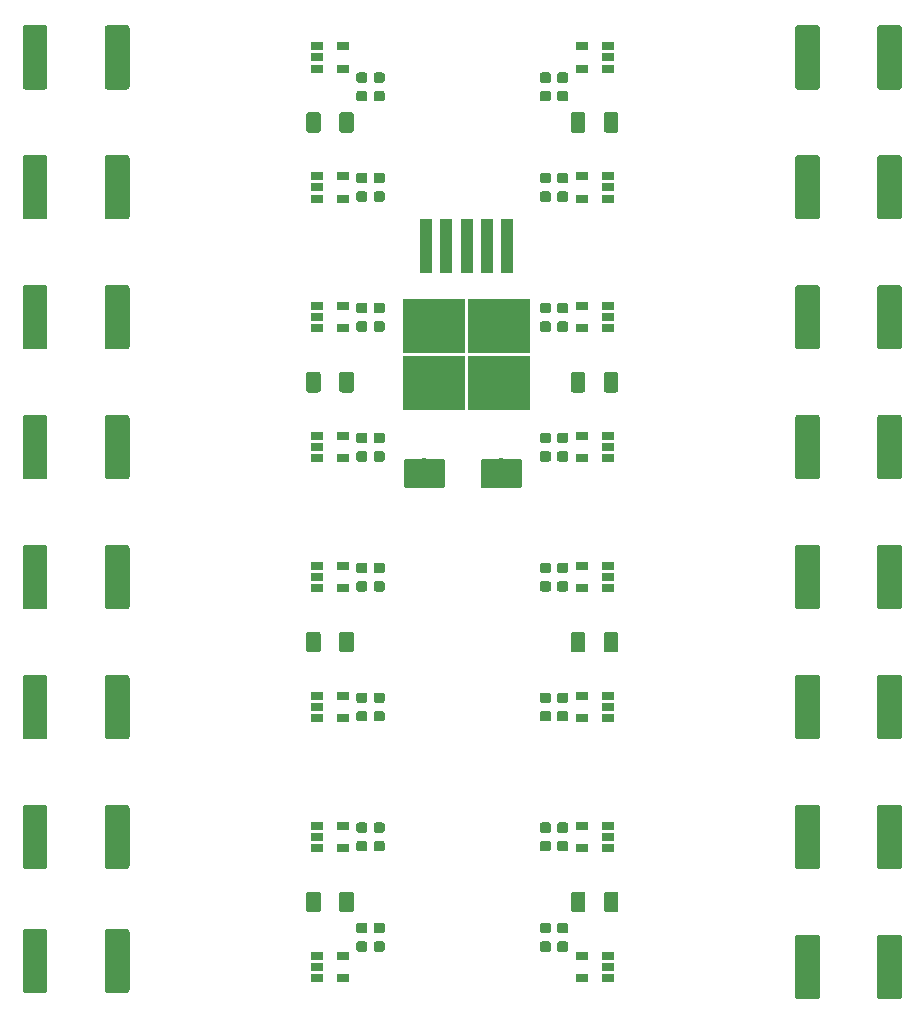
<source format=gbr>
G04 #@! TF.GenerationSoftware,KiCad,Pcbnew,(5.1.0)-1*
G04 #@! TF.CreationDate,2021-05-24T17:24:59+02:00*
G04 #@! TF.ProjectId,Magnetsteuerung,4d61676e-6574-4737-9465-756572756e67,rev?*
G04 #@! TF.SameCoordinates,Original*
G04 #@! TF.FileFunction,Paste,Bot*
G04 #@! TF.FilePolarity,Positive*
%FSLAX46Y46*%
G04 Gerber Fmt 4.6, Leading zero omitted, Abs format (unit mm)*
G04 Created by KiCad (PCBNEW (5.1.0)-1) date 2021-05-24 17:24:59*
%MOMM*%
%LPD*%
G04 APERTURE LIST*
%ADD10C,0.100000*%
%ADD11C,0.875000*%
%ADD12R,1.060000X0.650000*%
%ADD13C,2.100000*%
%ADD14C,1.250000*%
%ADD15R,5.250000X4.550000*%
%ADD16R,1.100000X4.600000*%
%ADD17C,2.500000*%
G04 APERTURE END LIST*
D10*
G36*
X143777691Y-97851053D02*
G01*
X143798926Y-97854203D01*
X143819750Y-97859419D01*
X143839962Y-97866651D01*
X143859368Y-97875830D01*
X143877781Y-97886866D01*
X143895024Y-97899654D01*
X143910930Y-97914070D01*
X143925346Y-97929976D01*
X143938134Y-97947219D01*
X143949170Y-97965632D01*
X143958349Y-97985038D01*
X143965581Y-98005250D01*
X143970797Y-98026074D01*
X143973947Y-98047309D01*
X143975000Y-98068750D01*
X143975000Y-98506250D01*
X143973947Y-98527691D01*
X143970797Y-98548926D01*
X143965581Y-98569750D01*
X143958349Y-98589962D01*
X143949170Y-98609368D01*
X143938134Y-98627781D01*
X143925346Y-98645024D01*
X143910930Y-98660930D01*
X143895024Y-98675346D01*
X143877781Y-98688134D01*
X143859368Y-98699170D01*
X143839962Y-98708349D01*
X143819750Y-98715581D01*
X143798926Y-98720797D01*
X143777691Y-98723947D01*
X143756250Y-98725000D01*
X143243750Y-98725000D01*
X143222309Y-98723947D01*
X143201074Y-98720797D01*
X143180250Y-98715581D01*
X143160038Y-98708349D01*
X143140632Y-98699170D01*
X143122219Y-98688134D01*
X143104976Y-98675346D01*
X143089070Y-98660930D01*
X143074654Y-98645024D01*
X143061866Y-98627781D01*
X143050830Y-98609368D01*
X143041651Y-98589962D01*
X143034419Y-98569750D01*
X143029203Y-98548926D01*
X143026053Y-98527691D01*
X143025000Y-98506250D01*
X143025000Y-98068750D01*
X143026053Y-98047309D01*
X143029203Y-98026074D01*
X143034419Y-98005250D01*
X143041651Y-97985038D01*
X143050830Y-97965632D01*
X143061866Y-97947219D01*
X143074654Y-97929976D01*
X143089070Y-97914070D01*
X143104976Y-97899654D01*
X143122219Y-97886866D01*
X143140632Y-97875830D01*
X143160038Y-97866651D01*
X143180250Y-97859419D01*
X143201074Y-97854203D01*
X143222309Y-97851053D01*
X143243750Y-97850000D01*
X143756250Y-97850000D01*
X143777691Y-97851053D01*
X143777691Y-97851053D01*
G37*
D11*
X143500000Y-98287500D03*
D10*
G36*
X143777691Y-96276053D02*
G01*
X143798926Y-96279203D01*
X143819750Y-96284419D01*
X143839962Y-96291651D01*
X143859368Y-96300830D01*
X143877781Y-96311866D01*
X143895024Y-96324654D01*
X143910930Y-96339070D01*
X143925346Y-96354976D01*
X143938134Y-96372219D01*
X143949170Y-96390632D01*
X143958349Y-96410038D01*
X143965581Y-96430250D01*
X143970797Y-96451074D01*
X143973947Y-96472309D01*
X143975000Y-96493750D01*
X143975000Y-96931250D01*
X143973947Y-96952691D01*
X143970797Y-96973926D01*
X143965581Y-96994750D01*
X143958349Y-97014962D01*
X143949170Y-97034368D01*
X143938134Y-97052781D01*
X143925346Y-97070024D01*
X143910930Y-97085930D01*
X143895024Y-97100346D01*
X143877781Y-97113134D01*
X143859368Y-97124170D01*
X143839962Y-97133349D01*
X143819750Y-97140581D01*
X143798926Y-97145797D01*
X143777691Y-97148947D01*
X143756250Y-97150000D01*
X143243750Y-97150000D01*
X143222309Y-97148947D01*
X143201074Y-97145797D01*
X143180250Y-97140581D01*
X143160038Y-97133349D01*
X143140632Y-97124170D01*
X143122219Y-97113134D01*
X143104976Y-97100346D01*
X143089070Y-97085930D01*
X143074654Y-97070024D01*
X143061866Y-97052781D01*
X143050830Y-97034368D01*
X143041651Y-97014962D01*
X143034419Y-96994750D01*
X143029203Y-96973926D01*
X143026053Y-96952691D01*
X143025000Y-96931250D01*
X143025000Y-96493750D01*
X143026053Y-96472309D01*
X143029203Y-96451074D01*
X143034419Y-96430250D01*
X143041651Y-96410038D01*
X143050830Y-96390632D01*
X143061866Y-96372219D01*
X143074654Y-96354976D01*
X143089070Y-96339070D01*
X143104976Y-96324654D01*
X143122219Y-96311866D01*
X143140632Y-96300830D01*
X143160038Y-96291651D01*
X143180250Y-96284419D01*
X143201074Y-96279203D01*
X143222309Y-96276053D01*
X143243750Y-96275000D01*
X143756250Y-96275000D01*
X143777691Y-96276053D01*
X143777691Y-96276053D01*
G37*
D11*
X143500000Y-96712500D03*
D10*
G36*
X142317691Y-97851053D02*
G01*
X142338926Y-97854203D01*
X142359750Y-97859419D01*
X142379962Y-97866651D01*
X142399368Y-97875830D01*
X142417781Y-97886866D01*
X142435024Y-97899654D01*
X142450930Y-97914070D01*
X142465346Y-97929976D01*
X142478134Y-97947219D01*
X142489170Y-97965632D01*
X142498349Y-97985038D01*
X142505581Y-98005250D01*
X142510797Y-98026074D01*
X142513947Y-98047309D01*
X142515000Y-98068750D01*
X142515000Y-98506250D01*
X142513947Y-98527691D01*
X142510797Y-98548926D01*
X142505581Y-98569750D01*
X142498349Y-98589962D01*
X142489170Y-98609368D01*
X142478134Y-98627781D01*
X142465346Y-98645024D01*
X142450930Y-98660930D01*
X142435024Y-98675346D01*
X142417781Y-98688134D01*
X142399368Y-98699170D01*
X142379962Y-98708349D01*
X142359750Y-98715581D01*
X142338926Y-98720797D01*
X142317691Y-98723947D01*
X142296250Y-98725000D01*
X141783750Y-98725000D01*
X141762309Y-98723947D01*
X141741074Y-98720797D01*
X141720250Y-98715581D01*
X141700038Y-98708349D01*
X141680632Y-98699170D01*
X141662219Y-98688134D01*
X141644976Y-98675346D01*
X141629070Y-98660930D01*
X141614654Y-98645024D01*
X141601866Y-98627781D01*
X141590830Y-98609368D01*
X141581651Y-98589962D01*
X141574419Y-98569750D01*
X141569203Y-98548926D01*
X141566053Y-98527691D01*
X141565000Y-98506250D01*
X141565000Y-98068750D01*
X141566053Y-98047309D01*
X141569203Y-98026074D01*
X141574419Y-98005250D01*
X141581651Y-97985038D01*
X141590830Y-97965632D01*
X141601866Y-97947219D01*
X141614654Y-97929976D01*
X141629070Y-97914070D01*
X141644976Y-97899654D01*
X141662219Y-97886866D01*
X141680632Y-97875830D01*
X141700038Y-97866651D01*
X141720250Y-97859419D01*
X141741074Y-97854203D01*
X141762309Y-97851053D01*
X141783750Y-97850000D01*
X142296250Y-97850000D01*
X142317691Y-97851053D01*
X142317691Y-97851053D01*
G37*
D11*
X142040000Y-98287500D03*
D10*
G36*
X142317691Y-96276053D02*
G01*
X142338926Y-96279203D01*
X142359750Y-96284419D01*
X142379962Y-96291651D01*
X142399368Y-96300830D01*
X142417781Y-96311866D01*
X142435024Y-96324654D01*
X142450930Y-96339070D01*
X142465346Y-96354976D01*
X142478134Y-96372219D01*
X142489170Y-96390632D01*
X142498349Y-96410038D01*
X142505581Y-96430250D01*
X142510797Y-96451074D01*
X142513947Y-96472309D01*
X142515000Y-96493750D01*
X142515000Y-96931250D01*
X142513947Y-96952691D01*
X142510797Y-96973926D01*
X142505581Y-96994750D01*
X142498349Y-97014962D01*
X142489170Y-97034368D01*
X142478134Y-97052781D01*
X142465346Y-97070024D01*
X142450930Y-97085930D01*
X142435024Y-97100346D01*
X142417781Y-97113134D01*
X142399368Y-97124170D01*
X142379962Y-97133349D01*
X142359750Y-97140581D01*
X142338926Y-97145797D01*
X142317691Y-97148947D01*
X142296250Y-97150000D01*
X141783750Y-97150000D01*
X141762309Y-97148947D01*
X141741074Y-97145797D01*
X141720250Y-97140581D01*
X141700038Y-97133349D01*
X141680632Y-97124170D01*
X141662219Y-97113134D01*
X141644976Y-97100346D01*
X141629070Y-97085930D01*
X141614654Y-97070024D01*
X141601866Y-97052781D01*
X141590830Y-97034368D01*
X141581651Y-97014962D01*
X141574419Y-96994750D01*
X141569203Y-96973926D01*
X141566053Y-96952691D01*
X141565000Y-96931250D01*
X141565000Y-96493750D01*
X141566053Y-96472309D01*
X141569203Y-96451074D01*
X141574419Y-96430250D01*
X141581651Y-96410038D01*
X141590830Y-96390632D01*
X141601866Y-96372219D01*
X141614654Y-96354976D01*
X141629070Y-96339070D01*
X141644976Y-96324654D01*
X141662219Y-96311866D01*
X141680632Y-96300830D01*
X141700038Y-96291651D01*
X141720250Y-96284419D01*
X141741074Y-96279203D01*
X141762309Y-96276053D01*
X141783750Y-96275000D01*
X142296250Y-96275000D01*
X142317691Y-96276053D01*
X142317691Y-96276053D01*
G37*
D11*
X142040000Y-96712500D03*
D10*
G36*
X143777691Y-64851053D02*
G01*
X143798926Y-64854203D01*
X143819750Y-64859419D01*
X143839962Y-64866651D01*
X143859368Y-64875830D01*
X143877781Y-64886866D01*
X143895024Y-64899654D01*
X143910930Y-64914070D01*
X143925346Y-64929976D01*
X143938134Y-64947219D01*
X143949170Y-64965632D01*
X143958349Y-64985038D01*
X143965581Y-65005250D01*
X143970797Y-65026074D01*
X143973947Y-65047309D01*
X143975000Y-65068750D01*
X143975000Y-65506250D01*
X143973947Y-65527691D01*
X143970797Y-65548926D01*
X143965581Y-65569750D01*
X143958349Y-65589962D01*
X143949170Y-65609368D01*
X143938134Y-65627781D01*
X143925346Y-65645024D01*
X143910930Y-65660930D01*
X143895024Y-65675346D01*
X143877781Y-65688134D01*
X143859368Y-65699170D01*
X143839962Y-65708349D01*
X143819750Y-65715581D01*
X143798926Y-65720797D01*
X143777691Y-65723947D01*
X143756250Y-65725000D01*
X143243750Y-65725000D01*
X143222309Y-65723947D01*
X143201074Y-65720797D01*
X143180250Y-65715581D01*
X143160038Y-65708349D01*
X143140632Y-65699170D01*
X143122219Y-65688134D01*
X143104976Y-65675346D01*
X143089070Y-65660930D01*
X143074654Y-65645024D01*
X143061866Y-65627781D01*
X143050830Y-65609368D01*
X143041651Y-65589962D01*
X143034419Y-65569750D01*
X143029203Y-65548926D01*
X143026053Y-65527691D01*
X143025000Y-65506250D01*
X143025000Y-65068750D01*
X143026053Y-65047309D01*
X143029203Y-65026074D01*
X143034419Y-65005250D01*
X143041651Y-64985038D01*
X143050830Y-64965632D01*
X143061866Y-64947219D01*
X143074654Y-64929976D01*
X143089070Y-64914070D01*
X143104976Y-64899654D01*
X143122219Y-64886866D01*
X143140632Y-64875830D01*
X143160038Y-64866651D01*
X143180250Y-64859419D01*
X143201074Y-64854203D01*
X143222309Y-64851053D01*
X143243750Y-64850000D01*
X143756250Y-64850000D01*
X143777691Y-64851053D01*
X143777691Y-64851053D01*
G37*
D11*
X143500000Y-65287500D03*
D10*
G36*
X143777691Y-63276053D02*
G01*
X143798926Y-63279203D01*
X143819750Y-63284419D01*
X143839962Y-63291651D01*
X143859368Y-63300830D01*
X143877781Y-63311866D01*
X143895024Y-63324654D01*
X143910930Y-63339070D01*
X143925346Y-63354976D01*
X143938134Y-63372219D01*
X143949170Y-63390632D01*
X143958349Y-63410038D01*
X143965581Y-63430250D01*
X143970797Y-63451074D01*
X143973947Y-63472309D01*
X143975000Y-63493750D01*
X143975000Y-63931250D01*
X143973947Y-63952691D01*
X143970797Y-63973926D01*
X143965581Y-63994750D01*
X143958349Y-64014962D01*
X143949170Y-64034368D01*
X143938134Y-64052781D01*
X143925346Y-64070024D01*
X143910930Y-64085930D01*
X143895024Y-64100346D01*
X143877781Y-64113134D01*
X143859368Y-64124170D01*
X143839962Y-64133349D01*
X143819750Y-64140581D01*
X143798926Y-64145797D01*
X143777691Y-64148947D01*
X143756250Y-64150000D01*
X143243750Y-64150000D01*
X143222309Y-64148947D01*
X143201074Y-64145797D01*
X143180250Y-64140581D01*
X143160038Y-64133349D01*
X143140632Y-64124170D01*
X143122219Y-64113134D01*
X143104976Y-64100346D01*
X143089070Y-64085930D01*
X143074654Y-64070024D01*
X143061866Y-64052781D01*
X143050830Y-64034368D01*
X143041651Y-64014962D01*
X143034419Y-63994750D01*
X143029203Y-63973926D01*
X143026053Y-63952691D01*
X143025000Y-63931250D01*
X143025000Y-63493750D01*
X143026053Y-63472309D01*
X143029203Y-63451074D01*
X143034419Y-63430250D01*
X143041651Y-63410038D01*
X143050830Y-63390632D01*
X143061866Y-63372219D01*
X143074654Y-63354976D01*
X143089070Y-63339070D01*
X143104976Y-63324654D01*
X143122219Y-63311866D01*
X143140632Y-63300830D01*
X143160038Y-63291651D01*
X143180250Y-63284419D01*
X143201074Y-63279203D01*
X143222309Y-63276053D01*
X143243750Y-63275000D01*
X143756250Y-63275000D01*
X143777691Y-63276053D01*
X143777691Y-63276053D01*
G37*
D11*
X143500000Y-63712500D03*
D10*
G36*
X142317691Y-64851053D02*
G01*
X142338926Y-64854203D01*
X142359750Y-64859419D01*
X142379962Y-64866651D01*
X142399368Y-64875830D01*
X142417781Y-64886866D01*
X142435024Y-64899654D01*
X142450930Y-64914070D01*
X142465346Y-64929976D01*
X142478134Y-64947219D01*
X142489170Y-64965632D01*
X142498349Y-64985038D01*
X142505581Y-65005250D01*
X142510797Y-65026074D01*
X142513947Y-65047309D01*
X142515000Y-65068750D01*
X142515000Y-65506250D01*
X142513947Y-65527691D01*
X142510797Y-65548926D01*
X142505581Y-65569750D01*
X142498349Y-65589962D01*
X142489170Y-65609368D01*
X142478134Y-65627781D01*
X142465346Y-65645024D01*
X142450930Y-65660930D01*
X142435024Y-65675346D01*
X142417781Y-65688134D01*
X142399368Y-65699170D01*
X142379962Y-65708349D01*
X142359750Y-65715581D01*
X142338926Y-65720797D01*
X142317691Y-65723947D01*
X142296250Y-65725000D01*
X141783750Y-65725000D01*
X141762309Y-65723947D01*
X141741074Y-65720797D01*
X141720250Y-65715581D01*
X141700038Y-65708349D01*
X141680632Y-65699170D01*
X141662219Y-65688134D01*
X141644976Y-65675346D01*
X141629070Y-65660930D01*
X141614654Y-65645024D01*
X141601866Y-65627781D01*
X141590830Y-65609368D01*
X141581651Y-65589962D01*
X141574419Y-65569750D01*
X141569203Y-65548926D01*
X141566053Y-65527691D01*
X141565000Y-65506250D01*
X141565000Y-65068750D01*
X141566053Y-65047309D01*
X141569203Y-65026074D01*
X141574419Y-65005250D01*
X141581651Y-64985038D01*
X141590830Y-64965632D01*
X141601866Y-64947219D01*
X141614654Y-64929976D01*
X141629070Y-64914070D01*
X141644976Y-64899654D01*
X141662219Y-64886866D01*
X141680632Y-64875830D01*
X141700038Y-64866651D01*
X141720250Y-64859419D01*
X141741074Y-64854203D01*
X141762309Y-64851053D01*
X141783750Y-64850000D01*
X142296250Y-64850000D01*
X142317691Y-64851053D01*
X142317691Y-64851053D01*
G37*
D11*
X142040000Y-65287500D03*
D10*
G36*
X142317691Y-63276053D02*
G01*
X142338926Y-63279203D01*
X142359750Y-63284419D01*
X142379962Y-63291651D01*
X142399368Y-63300830D01*
X142417781Y-63311866D01*
X142435024Y-63324654D01*
X142450930Y-63339070D01*
X142465346Y-63354976D01*
X142478134Y-63372219D01*
X142489170Y-63390632D01*
X142498349Y-63410038D01*
X142505581Y-63430250D01*
X142510797Y-63451074D01*
X142513947Y-63472309D01*
X142515000Y-63493750D01*
X142515000Y-63931250D01*
X142513947Y-63952691D01*
X142510797Y-63973926D01*
X142505581Y-63994750D01*
X142498349Y-64014962D01*
X142489170Y-64034368D01*
X142478134Y-64052781D01*
X142465346Y-64070024D01*
X142450930Y-64085930D01*
X142435024Y-64100346D01*
X142417781Y-64113134D01*
X142399368Y-64124170D01*
X142379962Y-64133349D01*
X142359750Y-64140581D01*
X142338926Y-64145797D01*
X142317691Y-64148947D01*
X142296250Y-64150000D01*
X141783750Y-64150000D01*
X141762309Y-64148947D01*
X141741074Y-64145797D01*
X141720250Y-64140581D01*
X141700038Y-64133349D01*
X141680632Y-64124170D01*
X141662219Y-64113134D01*
X141644976Y-64100346D01*
X141629070Y-64085930D01*
X141614654Y-64070024D01*
X141601866Y-64052781D01*
X141590830Y-64034368D01*
X141581651Y-64014962D01*
X141574419Y-63994750D01*
X141569203Y-63973926D01*
X141566053Y-63952691D01*
X141565000Y-63931250D01*
X141565000Y-63493750D01*
X141566053Y-63472309D01*
X141569203Y-63451074D01*
X141574419Y-63430250D01*
X141581651Y-63410038D01*
X141590830Y-63390632D01*
X141601866Y-63372219D01*
X141614654Y-63354976D01*
X141629070Y-63339070D01*
X141644976Y-63324654D01*
X141662219Y-63311866D01*
X141680632Y-63300830D01*
X141700038Y-63291651D01*
X141720250Y-63284419D01*
X141741074Y-63279203D01*
X141762309Y-63276053D01*
X141783750Y-63275000D01*
X142296250Y-63275000D01*
X142317691Y-63276053D01*
X142317691Y-63276053D01*
G37*
D11*
X142040000Y-63712500D03*
D10*
G36*
X143777691Y-86851053D02*
G01*
X143798926Y-86854203D01*
X143819750Y-86859419D01*
X143839962Y-86866651D01*
X143859368Y-86875830D01*
X143877781Y-86886866D01*
X143895024Y-86899654D01*
X143910930Y-86914070D01*
X143925346Y-86929976D01*
X143938134Y-86947219D01*
X143949170Y-86965632D01*
X143958349Y-86985038D01*
X143965581Y-87005250D01*
X143970797Y-87026074D01*
X143973947Y-87047309D01*
X143975000Y-87068750D01*
X143975000Y-87506250D01*
X143973947Y-87527691D01*
X143970797Y-87548926D01*
X143965581Y-87569750D01*
X143958349Y-87589962D01*
X143949170Y-87609368D01*
X143938134Y-87627781D01*
X143925346Y-87645024D01*
X143910930Y-87660930D01*
X143895024Y-87675346D01*
X143877781Y-87688134D01*
X143859368Y-87699170D01*
X143839962Y-87708349D01*
X143819750Y-87715581D01*
X143798926Y-87720797D01*
X143777691Y-87723947D01*
X143756250Y-87725000D01*
X143243750Y-87725000D01*
X143222309Y-87723947D01*
X143201074Y-87720797D01*
X143180250Y-87715581D01*
X143160038Y-87708349D01*
X143140632Y-87699170D01*
X143122219Y-87688134D01*
X143104976Y-87675346D01*
X143089070Y-87660930D01*
X143074654Y-87645024D01*
X143061866Y-87627781D01*
X143050830Y-87609368D01*
X143041651Y-87589962D01*
X143034419Y-87569750D01*
X143029203Y-87548926D01*
X143026053Y-87527691D01*
X143025000Y-87506250D01*
X143025000Y-87068750D01*
X143026053Y-87047309D01*
X143029203Y-87026074D01*
X143034419Y-87005250D01*
X143041651Y-86985038D01*
X143050830Y-86965632D01*
X143061866Y-86947219D01*
X143074654Y-86929976D01*
X143089070Y-86914070D01*
X143104976Y-86899654D01*
X143122219Y-86886866D01*
X143140632Y-86875830D01*
X143160038Y-86866651D01*
X143180250Y-86859419D01*
X143201074Y-86854203D01*
X143222309Y-86851053D01*
X143243750Y-86850000D01*
X143756250Y-86850000D01*
X143777691Y-86851053D01*
X143777691Y-86851053D01*
G37*
D11*
X143500000Y-87287500D03*
D10*
G36*
X143777691Y-85276053D02*
G01*
X143798926Y-85279203D01*
X143819750Y-85284419D01*
X143839962Y-85291651D01*
X143859368Y-85300830D01*
X143877781Y-85311866D01*
X143895024Y-85324654D01*
X143910930Y-85339070D01*
X143925346Y-85354976D01*
X143938134Y-85372219D01*
X143949170Y-85390632D01*
X143958349Y-85410038D01*
X143965581Y-85430250D01*
X143970797Y-85451074D01*
X143973947Y-85472309D01*
X143975000Y-85493750D01*
X143975000Y-85931250D01*
X143973947Y-85952691D01*
X143970797Y-85973926D01*
X143965581Y-85994750D01*
X143958349Y-86014962D01*
X143949170Y-86034368D01*
X143938134Y-86052781D01*
X143925346Y-86070024D01*
X143910930Y-86085930D01*
X143895024Y-86100346D01*
X143877781Y-86113134D01*
X143859368Y-86124170D01*
X143839962Y-86133349D01*
X143819750Y-86140581D01*
X143798926Y-86145797D01*
X143777691Y-86148947D01*
X143756250Y-86150000D01*
X143243750Y-86150000D01*
X143222309Y-86148947D01*
X143201074Y-86145797D01*
X143180250Y-86140581D01*
X143160038Y-86133349D01*
X143140632Y-86124170D01*
X143122219Y-86113134D01*
X143104976Y-86100346D01*
X143089070Y-86085930D01*
X143074654Y-86070024D01*
X143061866Y-86052781D01*
X143050830Y-86034368D01*
X143041651Y-86014962D01*
X143034419Y-85994750D01*
X143029203Y-85973926D01*
X143026053Y-85952691D01*
X143025000Y-85931250D01*
X143025000Y-85493750D01*
X143026053Y-85472309D01*
X143029203Y-85451074D01*
X143034419Y-85430250D01*
X143041651Y-85410038D01*
X143050830Y-85390632D01*
X143061866Y-85372219D01*
X143074654Y-85354976D01*
X143089070Y-85339070D01*
X143104976Y-85324654D01*
X143122219Y-85311866D01*
X143140632Y-85300830D01*
X143160038Y-85291651D01*
X143180250Y-85284419D01*
X143201074Y-85279203D01*
X143222309Y-85276053D01*
X143243750Y-85275000D01*
X143756250Y-85275000D01*
X143777691Y-85276053D01*
X143777691Y-85276053D01*
G37*
D11*
X143500000Y-85712500D03*
D10*
G36*
X142317691Y-86851053D02*
G01*
X142338926Y-86854203D01*
X142359750Y-86859419D01*
X142379962Y-86866651D01*
X142399368Y-86875830D01*
X142417781Y-86886866D01*
X142435024Y-86899654D01*
X142450930Y-86914070D01*
X142465346Y-86929976D01*
X142478134Y-86947219D01*
X142489170Y-86965632D01*
X142498349Y-86985038D01*
X142505581Y-87005250D01*
X142510797Y-87026074D01*
X142513947Y-87047309D01*
X142515000Y-87068750D01*
X142515000Y-87506250D01*
X142513947Y-87527691D01*
X142510797Y-87548926D01*
X142505581Y-87569750D01*
X142498349Y-87589962D01*
X142489170Y-87609368D01*
X142478134Y-87627781D01*
X142465346Y-87645024D01*
X142450930Y-87660930D01*
X142435024Y-87675346D01*
X142417781Y-87688134D01*
X142399368Y-87699170D01*
X142379962Y-87708349D01*
X142359750Y-87715581D01*
X142338926Y-87720797D01*
X142317691Y-87723947D01*
X142296250Y-87725000D01*
X141783750Y-87725000D01*
X141762309Y-87723947D01*
X141741074Y-87720797D01*
X141720250Y-87715581D01*
X141700038Y-87708349D01*
X141680632Y-87699170D01*
X141662219Y-87688134D01*
X141644976Y-87675346D01*
X141629070Y-87660930D01*
X141614654Y-87645024D01*
X141601866Y-87627781D01*
X141590830Y-87609368D01*
X141581651Y-87589962D01*
X141574419Y-87569750D01*
X141569203Y-87548926D01*
X141566053Y-87527691D01*
X141565000Y-87506250D01*
X141565000Y-87068750D01*
X141566053Y-87047309D01*
X141569203Y-87026074D01*
X141574419Y-87005250D01*
X141581651Y-86985038D01*
X141590830Y-86965632D01*
X141601866Y-86947219D01*
X141614654Y-86929976D01*
X141629070Y-86914070D01*
X141644976Y-86899654D01*
X141662219Y-86886866D01*
X141680632Y-86875830D01*
X141700038Y-86866651D01*
X141720250Y-86859419D01*
X141741074Y-86854203D01*
X141762309Y-86851053D01*
X141783750Y-86850000D01*
X142296250Y-86850000D01*
X142317691Y-86851053D01*
X142317691Y-86851053D01*
G37*
D11*
X142040000Y-87287500D03*
D10*
G36*
X142317691Y-85276053D02*
G01*
X142338926Y-85279203D01*
X142359750Y-85284419D01*
X142379962Y-85291651D01*
X142399368Y-85300830D01*
X142417781Y-85311866D01*
X142435024Y-85324654D01*
X142450930Y-85339070D01*
X142465346Y-85354976D01*
X142478134Y-85372219D01*
X142489170Y-85390632D01*
X142498349Y-85410038D01*
X142505581Y-85430250D01*
X142510797Y-85451074D01*
X142513947Y-85472309D01*
X142515000Y-85493750D01*
X142515000Y-85931250D01*
X142513947Y-85952691D01*
X142510797Y-85973926D01*
X142505581Y-85994750D01*
X142498349Y-86014962D01*
X142489170Y-86034368D01*
X142478134Y-86052781D01*
X142465346Y-86070024D01*
X142450930Y-86085930D01*
X142435024Y-86100346D01*
X142417781Y-86113134D01*
X142399368Y-86124170D01*
X142379962Y-86133349D01*
X142359750Y-86140581D01*
X142338926Y-86145797D01*
X142317691Y-86148947D01*
X142296250Y-86150000D01*
X141783750Y-86150000D01*
X141762309Y-86148947D01*
X141741074Y-86145797D01*
X141720250Y-86140581D01*
X141700038Y-86133349D01*
X141680632Y-86124170D01*
X141662219Y-86113134D01*
X141644976Y-86100346D01*
X141629070Y-86085930D01*
X141614654Y-86070024D01*
X141601866Y-86052781D01*
X141590830Y-86034368D01*
X141581651Y-86014962D01*
X141574419Y-85994750D01*
X141569203Y-85973926D01*
X141566053Y-85952691D01*
X141565000Y-85931250D01*
X141565000Y-85493750D01*
X141566053Y-85472309D01*
X141569203Y-85451074D01*
X141574419Y-85430250D01*
X141581651Y-85410038D01*
X141590830Y-85390632D01*
X141601866Y-85372219D01*
X141614654Y-85354976D01*
X141629070Y-85339070D01*
X141644976Y-85324654D01*
X141662219Y-85311866D01*
X141680632Y-85300830D01*
X141700038Y-85291651D01*
X141720250Y-85284419D01*
X141741074Y-85279203D01*
X141762309Y-85276053D01*
X141783750Y-85275000D01*
X142296250Y-85275000D01*
X142317691Y-85276053D01*
X142317691Y-85276053D01*
G37*
D11*
X142040000Y-85712500D03*
D10*
G36*
X143777691Y-115776053D02*
G01*
X143798926Y-115779203D01*
X143819750Y-115784419D01*
X143839962Y-115791651D01*
X143859368Y-115800830D01*
X143877781Y-115811866D01*
X143895024Y-115824654D01*
X143910930Y-115839070D01*
X143925346Y-115854976D01*
X143938134Y-115872219D01*
X143949170Y-115890632D01*
X143958349Y-115910038D01*
X143965581Y-115930250D01*
X143970797Y-115951074D01*
X143973947Y-115972309D01*
X143975000Y-115993750D01*
X143975000Y-116431250D01*
X143973947Y-116452691D01*
X143970797Y-116473926D01*
X143965581Y-116494750D01*
X143958349Y-116514962D01*
X143949170Y-116534368D01*
X143938134Y-116552781D01*
X143925346Y-116570024D01*
X143910930Y-116585930D01*
X143895024Y-116600346D01*
X143877781Y-116613134D01*
X143859368Y-116624170D01*
X143839962Y-116633349D01*
X143819750Y-116640581D01*
X143798926Y-116645797D01*
X143777691Y-116648947D01*
X143756250Y-116650000D01*
X143243750Y-116650000D01*
X143222309Y-116648947D01*
X143201074Y-116645797D01*
X143180250Y-116640581D01*
X143160038Y-116633349D01*
X143140632Y-116624170D01*
X143122219Y-116613134D01*
X143104976Y-116600346D01*
X143089070Y-116585930D01*
X143074654Y-116570024D01*
X143061866Y-116552781D01*
X143050830Y-116534368D01*
X143041651Y-116514962D01*
X143034419Y-116494750D01*
X143029203Y-116473926D01*
X143026053Y-116452691D01*
X143025000Y-116431250D01*
X143025000Y-115993750D01*
X143026053Y-115972309D01*
X143029203Y-115951074D01*
X143034419Y-115930250D01*
X143041651Y-115910038D01*
X143050830Y-115890632D01*
X143061866Y-115872219D01*
X143074654Y-115854976D01*
X143089070Y-115839070D01*
X143104976Y-115824654D01*
X143122219Y-115811866D01*
X143140632Y-115800830D01*
X143160038Y-115791651D01*
X143180250Y-115784419D01*
X143201074Y-115779203D01*
X143222309Y-115776053D01*
X143243750Y-115775000D01*
X143756250Y-115775000D01*
X143777691Y-115776053D01*
X143777691Y-115776053D01*
G37*
D11*
X143500000Y-116212500D03*
D10*
G36*
X143777691Y-117351053D02*
G01*
X143798926Y-117354203D01*
X143819750Y-117359419D01*
X143839962Y-117366651D01*
X143859368Y-117375830D01*
X143877781Y-117386866D01*
X143895024Y-117399654D01*
X143910930Y-117414070D01*
X143925346Y-117429976D01*
X143938134Y-117447219D01*
X143949170Y-117465632D01*
X143958349Y-117485038D01*
X143965581Y-117505250D01*
X143970797Y-117526074D01*
X143973947Y-117547309D01*
X143975000Y-117568750D01*
X143975000Y-118006250D01*
X143973947Y-118027691D01*
X143970797Y-118048926D01*
X143965581Y-118069750D01*
X143958349Y-118089962D01*
X143949170Y-118109368D01*
X143938134Y-118127781D01*
X143925346Y-118145024D01*
X143910930Y-118160930D01*
X143895024Y-118175346D01*
X143877781Y-118188134D01*
X143859368Y-118199170D01*
X143839962Y-118208349D01*
X143819750Y-118215581D01*
X143798926Y-118220797D01*
X143777691Y-118223947D01*
X143756250Y-118225000D01*
X143243750Y-118225000D01*
X143222309Y-118223947D01*
X143201074Y-118220797D01*
X143180250Y-118215581D01*
X143160038Y-118208349D01*
X143140632Y-118199170D01*
X143122219Y-118188134D01*
X143104976Y-118175346D01*
X143089070Y-118160930D01*
X143074654Y-118145024D01*
X143061866Y-118127781D01*
X143050830Y-118109368D01*
X143041651Y-118089962D01*
X143034419Y-118069750D01*
X143029203Y-118048926D01*
X143026053Y-118027691D01*
X143025000Y-118006250D01*
X143025000Y-117568750D01*
X143026053Y-117547309D01*
X143029203Y-117526074D01*
X143034419Y-117505250D01*
X143041651Y-117485038D01*
X143050830Y-117465632D01*
X143061866Y-117447219D01*
X143074654Y-117429976D01*
X143089070Y-117414070D01*
X143104976Y-117399654D01*
X143122219Y-117386866D01*
X143140632Y-117375830D01*
X143160038Y-117366651D01*
X143180250Y-117359419D01*
X143201074Y-117354203D01*
X143222309Y-117351053D01*
X143243750Y-117350000D01*
X143756250Y-117350000D01*
X143777691Y-117351053D01*
X143777691Y-117351053D01*
G37*
D11*
X143500000Y-117787500D03*
D10*
G36*
X142317691Y-115776053D02*
G01*
X142338926Y-115779203D01*
X142359750Y-115784419D01*
X142379962Y-115791651D01*
X142399368Y-115800830D01*
X142417781Y-115811866D01*
X142435024Y-115824654D01*
X142450930Y-115839070D01*
X142465346Y-115854976D01*
X142478134Y-115872219D01*
X142489170Y-115890632D01*
X142498349Y-115910038D01*
X142505581Y-115930250D01*
X142510797Y-115951074D01*
X142513947Y-115972309D01*
X142515000Y-115993750D01*
X142515000Y-116431250D01*
X142513947Y-116452691D01*
X142510797Y-116473926D01*
X142505581Y-116494750D01*
X142498349Y-116514962D01*
X142489170Y-116534368D01*
X142478134Y-116552781D01*
X142465346Y-116570024D01*
X142450930Y-116585930D01*
X142435024Y-116600346D01*
X142417781Y-116613134D01*
X142399368Y-116624170D01*
X142379962Y-116633349D01*
X142359750Y-116640581D01*
X142338926Y-116645797D01*
X142317691Y-116648947D01*
X142296250Y-116650000D01*
X141783750Y-116650000D01*
X141762309Y-116648947D01*
X141741074Y-116645797D01*
X141720250Y-116640581D01*
X141700038Y-116633349D01*
X141680632Y-116624170D01*
X141662219Y-116613134D01*
X141644976Y-116600346D01*
X141629070Y-116585930D01*
X141614654Y-116570024D01*
X141601866Y-116552781D01*
X141590830Y-116534368D01*
X141581651Y-116514962D01*
X141574419Y-116494750D01*
X141569203Y-116473926D01*
X141566053Y-116452691D01*
X141565000Y-116431250D01*
X141565000Y-115993750D01*
X141566053Y-115972309D01*
X141569203Y-115951074D01*
X141574419Y-115930250D01*
X141581651Y-115910038D01*
X141590830Y-115890632D01*
X141601866Y-115872219D01*
X141614654Y-115854976D01*
X141629070Y-115839070D01*
X141644976Y-115824654D01*
X141662219Y-115811866D01*
X141680632Y-115800830D01*
X141700038Y-115791651D01*
X141720250Y-115784419D01*
X141741074Y-115779203D01*
X141762309Y-115776053D01*
X141783750Y-115775000D01*
X142296250Y-115775000D01*
X142317691Y-115776053D01*
X142317691Y-115776053D01*
G37*
D11*
X142040000Y-116212500D03*
D10*
G36*
X142317691Y-117351053D02*
G01*
X142338926Y-117354203D01*
X142359750Y-117359419D01*
X142379962Y-117366651D01*
X142399368Y-117375830D01*
X142417781Y-117386866D01*
X142435024Y-117399654D01*
X142450930Y-117414070D01*
X142465346Y-117429976D01*
X142478134Y-117447219D01*
X142489170Y-117465632D01*
X142498349Y-117485038D01*
X142505581Y-117505250D01*
X142510797Y-117526074D01*
X142513947Y-117547309D01*
X142515000Y-117568750D01*
X142515000Y-118006250D01*
X142513947Y-118027691D01*
X142510797Y-118048926D01*
X142505581Y-118069750D01*
X142498349Y-118089962D01*
X142489170Y-118109368D01*
X142478134Y-118127781D01*
X142465346Y-118145024D01*
X142450930Y-118160930D01*
X142435024Y-118175346D01*
X142417781Y-118188134D01*
X142399368Y-118199170D01*
X142379962Y-118208349D01*
X142359750Y-118215581D01*
X142338926Y-118220797D01*
X142317691Y-118223947D01*
X142296250Y-118225000D01*
X141783750Y-118225000D01*
X141762309Y-118223947D01*
X141741074Y-118220797D01*
X141720250Y-118215581D01*
X141700038Y-118208349D01*
X141680632Y-118199170D01*
X141662219Y-118188134D01*
X141644976Y-118175346D01*
X141629070Y-118160930D01*
X141614654Y-118145024D01*
X141601866Y-118127781D01*
X141590830Y-118109368D01*
X141581651Y-118089962D01*
X141574419Y-118069750D01*
X141569203Y-118048926D01*
X141566053Y-118027691D01*
X141565000Y-118006250D01*
X141565000Y-117568750D01*
X141566053Y-117547309D01*
X141569203Y-117526074D01*
X141574419Y-117505250D01*
X141581651Y-117485038D01*
X141590830Y-117465632D01*
X141601866Y-117447219D01*
X141614654Y-117429976D01*
X141629070Y-117414070D01*
X141644976Y-117399654D01*
X141662219Y-117386866D01*
X141680632Y-117375830D01*
X141700038Y-117366651D01*
X141720250Y-117359419D01*
X141741074Y-117354203D01*
X141762309Y-117351053D01*
X141783750Y-117350000D01*
X142296250Y-117350000D01*
X142317691Y-117351053D01*
X142317691Y-117351053D01*
G37*
D11*
X142040000Y-117787500D03*
D10*
G36*
X143777691Y-53851053D02*
G01*
X143798926Y-53854203D01*
X143819750Y-53859419D01*
X143839962Y-53866651D01*
X143859368Y-53875830D01*
X143877781Y-53886866D01*
X143895024Y-53899654D01*
X143910930Y-53914070D01*
X143925346Y-53929976D01*
X143938134Y-53947219D01*
X143949170Y-53965632D01*
X143958349Y-53985038D01*
X143965581Y-54005250D01*
X143970797Y-54026074D01*
X143973947Y-54047309D01*
X143975000Y-54068750D01*
X143975000Y-54506250D01*
X143973947Y-54527691D01*
X143970797Y-54548926D01*
X143965581Y-54569750D01*
X143958349Y-54589962D01*
X143949170Y-54609368D01*
X143938134Y-54627781D01*
X143925346Y-54645024D01*
X143910930Y-54660930D01*
X143895024Y-54675346D01*
X143877781Y-54688134D01*
X143859368Y-54699170D01*
X143839962Y-54708349D01*
X143819750Y-54715581D01*
X143798926Y-54720797D01*
X143777691Y-54723947D01*
X143756250Y-54725000D01*
X143243750Y-54725000D01*
X143222309Y-54723947D01*
X143201074Y-54720797D01*
X143180250Y-54715581D01*
X143160038Y-54708349D01*
X143140632Y-54699170D01*
X143122219Y-54688134D01*
X143104976Y-54675346D01*
X143089070Y-54660930D01*
X143074654Y-54645024D01*
X143061866Y-54627781D01*
X143050830Y-54609368D01*
X143041651Y-54589962D01*
X143034419Y-54569750D01*
X143029203Y-54548926D01*
X143026053Y-54527691D01*
X143025000Y-54506250D01*
X143025000Y-54068750D01*
X143026053Y-54047309D01*
X143029203Y-54026074D01*
X143034419Y-54005250D01*
X143041651Y-53985038D01*
X143050830Y-53965632D01*
X143061866Y-53947219D01*
X143074654Y-53929976D01*
X143089070Y-53914070D01*
X143104976Y-53899654D01*
X143122219Y-53886866D01*
X143140632Y-53875830D01*
X143160038Y-53866651D01*
X143180250Y-53859419D01*
X143201074Y-53854203D01*
X143222309Y-53851053D01*
X143243750Y-53850000D01*
X143756250Y-53850000D01*
X143777691Y-53851053D01*
X143777691Y-53851053D01*
G37*
D11*
X143500000Y-54287500D03*
D10*
G36*
X143777691Y-52276053D02*
G01*
X143798926Y-52279203D01*
X143819750Y-52284419D01*
X143839962Y-52291651D01*
X143859368Y-52300830D01*
X143877781Y-52311866D01*
X143895024Y-52324654D01*
X143910930Y-52339070D01*
X143925346Y-52354976D01*
X143938134Y-52372219D01*
X143949170Y-52390632D01*
X143958349Y-52410038D01*
X143965581Y-52430250D01*
X143970797Y-52451074D01*
X143973947Y-52472309D01*
X143975000Y-52493750D01*
X143975000Y-52931250D01*
X143973947Y-52952691D01*
X143970797Y-52973926D01*
X143965581Y-52994750D01*
X143958349Y-53014962D01*
X143949170Y-53034368D01*
X143938134Y-53052781D01*
X143925346Y-53070024D01*
X143910930Y-53085930D01*
X143895024Y-53100346D01*
X143877781Y-53113134D01*
X143859368Y-53124170D01*
X143839962Y-53133349D01*
X143819750Y-53140581D01*
X143798926Y-53145797D01*
X143777691Y-53148947D01*
X143756250Y-53150000D01*
X143243750Y-53150000D01*
X143222309Y-53148947D01*
X143201074Y-53145797D01*
X143180250Y-53140581D01*
X143160038Y-53133349D01*
X143140632Y-53124170D01*
X143122219Y-53113134D01*
X143104976Y-53100346D01*
X143089070Y-53085930D01*
X143074654Y-53070024D01*
X143061866Y-53052781D01*
X143050830Y-53034368D01*
X143041651Y-53014962D01*
X143034419Y-52994750D01*
X143029203Y-52973926D01*
X143026053Y-52952691D01*
X143025000Y-52931250D01*
X143025000Y-52493750D01*
X143026053Y-52472309D01*
X143029203Y-52451074D01*
X143034419Y-52430250D01*
X143041651Y-52410038D01*
X143050830Y-52390632D01*
X143061866Y-52372219D01*
X143074654Y-52354976D01*
X143089070Y-52339070D01*
X143104976Y-52324654D01*
X143122219Y-52311866D01*
X143140632Y-52300830D01*
X143160038Y-52291651D01*
X143180250Y-52284419D01*
X143201074Y-52279203D01*
X143222309Y-52276053D01*
X143243750Y-52275000D01*
X143756250Y-52275000D01*
X143777691Y-52276053D01*
X143777691Y-52276053D01*
G37*
D11*
X143500000Y-52712500D03*
D10*
G36*
X142317691Y-53851053D02*
G01*
X142338926Y-53854203D01*
X142359750Y-53859419D01*
X142379962Y-53866651D01*
X142399368Y-53875830D01*
X142417781Y-53886866D01*
X142435024Y-53899654D01*
X142450930Y-53914070D01*
X142465346Y-53929976D01*
X142478134Y-53947219D01*
X142489170Y-53965632D01*
X142498349Y-53985038D01*
X142505581Y-54005250D01*
X142510797Y-54026074D01*
X142513947Y-54047309D01*
X142515000Y-54068750D01*
X142515000Y-54506250D01*
X142513947Y-54527691D01*
X142510797Y-54548926D01*
X142505581Y-54569750D01*
X142498349Y-54589962D01*
X142489170Y-54609368D01*
X142478134Y-54627781D01*
X142465346Y-54645024D01*
X142450930Y-54660930D01*
X142435024Y-54675346D01*
X142417781Y-54688134D01*
X142399368Y-54699170D01*
X142379962Y-54708349D01*
X142359750Y-54715581D01*
X142338926Y-54720797D01*
X142317691Y-54723947D01*
X142296250Y-54725000D01*
X141783750Y-54725000D01*
X141762309Y-54723947D01*
X141741074Y-54720797D01*
X141720250Y-54715581D01*
X141700038Y-54708349D01*
X141680632Y-54699170D01*
X141662219Y-54688134D01*
X141644976Y-54675346D01*
X141629070Y-54660930D01*
X141614654Y-54645024D01*
X141601866Y-54627781D01*
X141590830Y-54609368D01*
X141581651Y-54589962D01*
X141574419Y-54569750D01*
X141569203Y-54548926D01*
X141566053Y-54527691D01*
X141565000Y-54506250D01*
X141565000Y-54068750D01*
X141566053Y-54047309D01*
X141569203Y-54026074D01*
X141574419Y-54005250D01*
X141581651Y-53985038D01*
X141590830Y-53965632D01*
X141601866Y-53947219D01*
X141614654Y-53929976D01*
X141629070Y-53914070D01*
X141644976Y-53899654D01*
X141662219Y-53886866D01*
X141680632Y-53875830D01*
X141700038Y-53866651D01*
X141720250Y-53859419D01*
X141741074Y-53854203D01*
X141762309Y-53851053D01*
X141783750Y-53850000D01*
X142296250Y-53850000D01*
X142317691Y-53851053D01*
X142317691Y-53851053D01*
G37*
D11*
X142040000Y-54287500D03*
D10*
G36*
X142317691Y-52276053D02*
G01*
X142338926Y-52279203D01*
X142359750Y-52284419D01*
X142379962Y-52291651D01*
X142399368Y-52300830D01*
X142417781Y-52311866D01*
X142435024Y-52324654D01*
X142450930Y-52339070D01*
X142465346Y-52354976D01*
X142478134Y-52372219D01*
X142489170Y-52390632D01*
X142498349Y-52410038D01*
X142505581Y-52430250D01*
X142510797Y-52451074D01*
X142513947Y-52472309D01*
X142515000Y-52493750D01*
X142515000Y-52931250D01*
X142513947Y-52952691D01*
X142510797Y-52973926D01*
X142505581Y-52994750D01*
X142498349Y-53014962D01*
X142489170Y-53034368D01*
X142478134Y-53052781D01*
X142465346Y-53070024D01*
X142450930Y-53085930D01*
X142435024Y-53100346D01*
X142417781Y-53113134D01*
X142399368Y-53124170D01*
X142379962Y-53133349D01*
X142359750Y-53140581D01*
X142338926Y-53145797D01*
X142317691Y-53148947D01*
X142296250Y-53150000D01*
X141783750Y-53150000D01*
X141762309Y-53148947D01*
X141741074Y-53145797D01*
X141720250Y-53140581D01*
X141700038Y-53133349D01*
X141680632Y-53124170D01*
X141662219Y-53113134D01*
X141644976Y-53100346D01*
X141629070Y-53085930D01*
X141614654Y-53070024D01*
X141601866Y-53052781D01*
X141590830Y-53034368D01*
X141581651Y-53014962D01*
X141574419Y-52994750D01*
X141569203Y-52973926D01*
X141566053Y-52952691D01*
X141565000Y-52931250D01*
X141565000Y-52493750D01*
X141566053Y-52472309D01*
X141569203Y-52451074D01*
X141574419Y-52430250D01*
X141581651Y-52410038D01*
X141590830Y-52390632D01*
X141601866Y-52372219D01*
X141614654Y-52354976D01*
X141629070Y-52339070D01*
X141644976Y-52324654D01*
X141662219Y-52311866D01*
X141680632Y-52300830D01*
X141700038Y-52291651D01*
X141720250Y-52284419D01*
X141741074Y-52279203D01*
X141762309Y-52276053D01*
X141783750Y-52275000D01*
X142296250Y-52275000D01*
X142317691Y-52276053D01*
X142317691Y-52276053D01*
G37*
D11*
X142040000Y-52712500D03*
D10*
G36*
X143777691Y-108851053D02*
G01*
X143798926Y-108854203D01*
X143819750Y-108859419D01*
X143839962Y-108866651D01*
X143859368Y-108875830D01*
X143877781Y-108886866D01*
X143895024Y-108899654D01*
X143910930Y-108914070D01*
X143925346Y-108929976D01*
X143938134Y-108947219D01*
X143949170Y-108965632D01*
X143958349Y-108985038D01*
X143965581Y-109005250D01*
X143970797Y-109026074D01*
X143973947Y-109047309D01*
X143975000Y-109068750D01*
X143975000Y-109506250D01*
X143973947Y-109527691D01*
X143970797Y-109548926D01*
X143965581Y-109569750D01*
X143958349Y-109589962D01*
X143949170Y-109609368D01*
X143938134Y-109627781D01*
X143925346Y-109645024D01*
X143910930Y-109660930D01*
X143895024Y-109675346D01*
X143877781Y-109688134D01*
X143859368Y-109699170D01*
X143839962Y-109708349D01*
X143819750Y-109715581D01*
X143798926Y-109720797D01*
X143777691Y-109723947D01*
X143756250Y-109725000D01*
X143243750Y-109725000D01*
X143222309Y-109723947D01*
X143201074Y-109720797D01*
X143180250Y-109715581D01*
X143160038Y-109708349D01*
X143140632Y-109699170D01*
X143122219Y-109688134D01*
X143104976Y-109675346D01*
X143089070Y-109660930D01*
X143074654Y-109645024D01*
X143061866Y-109627781D01*
X143050830Y-109609368D01*
X143041651Y-109589962D01*
X143034419Y-109569750D01*
X143029203Y-109548926D01*
X143026053Y-109527691D01*
X143025000Y-109506250D01*
X143025000Y-109068750D01*
X143026053Y-109047309D01*
X143029203Y-109026074D01*
X143034419Y-109005250D01*
X143041651Y-108985038D01*
X143050830Y-108965632D01*
X143061866Y-108947219D01*
X143074654Y-108929976D01*
X143089070Y-108914070D01*
X143104976Y-108899654D01*
X143122219Y-108886866D01*
X143140632Y-108875830D01*
X143160038Y-108866651D01*
X143180250Y-108859419D01*
X143201074Y-108854203D01*
X143222309Y-108851053D01*
X143243750Y-108850000D01*
X143756250Y-108850000D01*
X143777691Y-108851053D01*
X143777691Y-108851053D01*
G37*
D11*
X143500000Y-109287500D03*
D10*
G36*
X143777691Y-107276053D02*
G01*
X143798926Y-107279203D01*
X143819750Y-107284419D01*
X143839962Y-107291651D01*
X143859368Y-107300830D01*
X143877781Y-107311866D01*
X143895024Y-107324654D01*
X143910930Y-107339070D01*
X143925346Y-107354976D01*
X143938134Y-107372219D01*
X143949170Y-107390632D01*
X143958349Y-107410038D01*
X143965581Y-107430250D01*
X143970797Y-107451074D01*
X143973947Y-107472309D01*
X143975000Y-107493750D01*
X143975000Y-107931250D01*
X143973947Y-107952691D01*
X143970797Y-107973926D01*
X143965581Y-107994750D01*
X143958349Y-108014962D01*
X143949170Y-108034368D01*
X143938134Y-108052781D01*
X143925346Y-108070024D01*
X143910930Y-108085930D01*
X143895024Y-108100346D01*
X143877781Y-108113134D01*
X143859368Y-108124170D01*
X143839962Y-108133349D01*
X143819750Y-108140581D01*
X143798926Y-108145797D01*
X143777691Y-108148947D01*
X143756250Y-108150000D01*
X143243750Y-108150000D01*
X143222309Y-108148947D01*
X143201074Y-108145797D01*
X143180250Y-108140581D01*
X143160038Y-108133349D01*
X143140632Y-108124170D01*
X143122219Y-108113134D01*
X143104976Y-108100346D01*
X143089070Y-108085930D01*
X143074654Y-108070024D01*
X143061866Y-108052781D01*
X143050830Y-108034368D01*
X143041651Y-108014962D01*
X143034419Y-107994750D01*
X143029203Y-107973926D01*
X143026053Y-107952691D01*
X143025000Y-107931250D01*
X143025000Y-107493750D01*
X143026053Y-107472309D01*
X143029203Y-107451074D01*
X143034419Y-107430250D01*
X143041651Y-107410038D01*
X143050830Y-107390632D01*
X143061866Y-107372219D01*
X143074654Y-107354976D01*
X143089070Y-107339070D01*
X143104976Y-107324654D01*
X143122219Y-107311866D01*
X143140632Y-107300830D01*
X143160038Y-107291651D01*
X143180250Y-107284419D01*
X143201074Y-107279203D01*
X143222309Y-107276053D01*
X143243750Y-107275000D01*
X143756250Y-107275000D01*
X143777691Y-107276053D01*
X143777691Y-107276053D01*
G37*
D11*
X143500000Y-107712500D03*
D10*
G36*
X142317691Y-108851053D02*
G01*
X142338926Y-108854203D01*
X142359750Y-108859419D01*
X142379962Y-108866651D01*
X142399368Y-108875830D01*
X142417781Y-108886866D01*
X142435024Y-108899654D01*
X142450930Y-108914070D01*
X142465346Y-108929976D01*
X142478134Y-108947219D01*
X142489170Y-108965632D01*
X142498349Y-108985038D01*
X142505581Y-109005250D01*
X142510797Y-109026074D01*
X142513947Y-109047309D01*
X142515000Y-109068750D01*
X142515000Y-109506250D01*
X142513947Y-109527691D01*
X142510797Y-109548926D01*
X142505581Y-109569750D01*
X142498349Y-109589962D01*
X142489170Y-109609368D01*
X142478134Y-109627781D01*
X142465346Y-109645024D01*
X142450930Y-109660930D01*
X142435024Y-109675346D01*
X142417781Y-109688134D01*
X142399368Y-109699170D01*
X142379962Y-109708349D01*
X142359750Y-109715581D01*
X142338926Y-109720797D01*
X142317691Y-109723947D01*
X142296250Y-109725000D01*
X141783750Y-109725000D01*
X141762309Y-109723947D01*
X141741074Y-109720797D01*
X141720250Y-109715581D01*
X141700038Y-109708349D01*
X141680632Y-109699170D01*
X141662219Y-109688134D01*
X141644976Y-109675346D01*
X141629070Y-109660930D01*
X141614654Y-109645024D01*
X141601866Y-109627781D01*
X141590830Y-109609368D01*
X141581651Y-109589962D01*
X141574419Y-109569750D01*
X141569203Y-109548926D01*
X141566053Y-109527691D01*
X141565000Y-109506250D01*
X141565000Y-109068750D01*
X141566053Y-109047309D01*
X141569203Y-109026074D01*
X141574419Y-109005250D01*
X141581651Y-108985038D01*
X141590830Y-108965632D01*
X141601866Y-108947219D01*
X141614654Y-108929976D01*
X141629070Y-108914070D01*
X141644976Y-108899654D01*
X141662219Y-108886866D01*
X141680632Y-108875830D01*
X141700038Y-108866651D01*
X141720250Y-108859419D01*
X141741074Y-108854203D01*
X141762309Y-108851053D01*
X141783750Y-108850000D01*
X142296250Y-108850000D01*
X142317691Y-108851053D01*
X142317691Y-108851053D01*
G37*
D11*
X142040000Y-109287500D03*
D10*
G36*
X142317691Y-107276053D02*
G01*
X142338926Y-107279203D01*
X142359750Y-107284419D01*
X142379962Y-107291651D01*
X142399368Y-107300830D01*
X142417781Y-107311866D01*
X142435024Y-107324654D01*
X142450930Y-107339070D01*
X142465346Y-107354976D01*
X142478134Y-107372219D01*
X142489170Y-107390632D01*
X142498349Y-107410038D01*
X142505581Y-107430250D01*
X142510797Y-107451074D01*
X142513947Y-107472309D01*
X142515000Y-107493750D01*
X142515000Y-107931250D01*
X142513947Y-107952691D01*
X142510797Y-107973926D01*
X142505581Y-107994750D01*
X142498349Y-108014962D01*
X142489170Y-108034368D01*
X142478134Y-108052781D01*
X142465346Y-108070024D01*
X142450930Y-108085930D01*
X142435024Y-108100346D01*
X142417781Y-108113134D01*
X142399368Y-108124170D01*
X142379962Y-108133349D01*
X142359750Y-108140581D01*
X142338926Y-108145797D01*
X142317691Y-108148947D01*
X142296250Y-108150000D01*
X141783750Y-108150000D01*
X141762309Y-108148947D01*
X141741074Y-108145797D01*
X141720250Y-108140581D01*
X141700038Y-108133349D01*
X141680632Y-108124170D01*
X141662219Y-108113134D01*
X141644976Y-108100346D01*
X141629070Y-108085930D01*
X141614654Y-108070024D01*
X141601866Y-108052781D01*
X141590830Y-108034368D01*
X141581651Y-108014962D01*
X141574419Y-107994750D01*
X141569203Y-107973926D01*
X141566053Y-107952691D01*
X141565000Y-107931250D01*
X141565000Y-107493750D01*
X141566053Y-107472309D01*
X141569203Y-107451074D01*
X141574419Y-107430250D01*
X141581651Y-107410038D01*
X141590830Y-107390632D01*
X141601866Y-107372219D01*
X141614654Y-107354976D01*
X141629070Y-107339070D01*
X141644976Y-107324654D01*
X141662219Y-107311866D01*
X141680632Y-107300830D01*
X141700038Y-107291651D01*
X141720250Y-107284419D01*
X141741074Y-107279203D01*
X141762309Y-107276053D01*
X141783750Y-107275000D01*
X142296250Y-107275000D01*
X142317691Y-107276053D01*
X142317691Y-107276053D01*
G37*
D11*
X142040000Y-107712500D03*
D10*
G36*
X143777691Y-75851053D02*
G01*
X143798926Y-75854203D01*
X143819750Y-75859419D01*
X143839962Y-75866651D01*
X143859368Y-75875830D01*
X143877781Y-75886866D01*
X143895024Y-75899654D01*
X143910930Y-75914070D01*
X143925346Y-75929976D01*
X143938134Y-75947219D01*
X143949170Y-75965632D01*
X143958349Y-75985038D01*
X143965581Y-76005250D01*
X143970797Y-76026074D01*
X143973947Y-76047309D01*
X143975000Y-76068750D01*
X143975000Y-76506250D01*
X143973947Y-76527691D01*
X143970797Y-76548926D01*
X143965581Y-76569750D01*
X143958349Y-76589962D01*
X143949170Y-76609368D01*
X143938134Y-76627781D01*
X143925346Y-76645024D01*
X143910930Y-76660930D01*
X143895024Y-76675346D01*
X143877781Y-76688134D01*
X143859368Y-76699170D01*
X143839962Y-76708349D01*
X143819750Y-76715581D01*
X143798926Y-76720797D01*
X143777691Y-76723947D01*
X143756250Y-76725000D01*
X143243750Y-76725000D01*
X143222309Y-76723947D01*
X143201074Y-76720797D01*
X143180250Y-76715581D01*
X143160038Y-76708349D01*
X143140632Y-76699170D01*
X143122219Y-76688134D01*
X143104976Y-76675346D01*
X143089070Y-76660930D01*
X143074654Y-76645024D01*
X143061866Y-76627781D01*
X143050830Y-76609368D01*
X143041651Y-76589962D01*
X143034419Y-76569750D01*
X143029203Y-76548926D01*
X143026053Y-76527691D01*
X143025000Y-76506250D01*
X143025000Y-76068750D01*
X143026053Y-76047309D01*
X143029203Y-76026074D01*
X143034419Y-76005250D01*
X143041651Y-75985038D01*
X143050830Y-75965632D01*
X143061866Y-75947219D01*
X143074654Y-75929976D01*
X143089070Y-75914070D01*
X143104976Y-75899654D01*
X143122219Y-75886866D01*
X143140632Y-75875830D01*
X143160038Y-75866651D01*
X143180250Y-75859419D01*
X143201074Y-75854203D01*
X143222309Y-75851053D01*
X143243750Y-75850000D01*
X143756250Y-75850000D01*
X143777691Y-75851053D01*
X143777691Y-75851053D01*
G37*
D11*
X143500000Y-76287500D03*
D10*
G36*
X143777691Y-74276053D02*
G01*
X143798926Y-74279203D01*
X143819750Y-74284419D01*
X143839962Y-74291651D01*
X143859368Y-74300830D01*
X143877781Y-74311866D01*
X143895024Y-74324654D01*
X143910930Y-74339070D01*
X143925346Y-74354976D01*
X143938134Y-74372219D01*
X143949170Y-74390632D01*
X143958349Y-74410038D01*
X143965581Y-74430250D01*
X143970797Y-74451074D01*
X143973947Y-74472309D01*
X143975000Y-74493750D01*
X143975000Y-74931250D01*
X143973947Y-74952691D01*
X143970797Y-74973926D01*
X143965581Y-74994750D01*
X143958349Y-75014962D01*
X143949170Y-75034368D01*
X143938134Y-75052781D01*
X143925346Y-75070024D01*
X143910930Y-75085930D01*
X143895024Y-75100346D01*
X143877781Y-75113134D01*
X143859368Y-75124170D01*
X143839962Y-75133349D01*
X143819750Y-75140581D01*
X143798926Y-75145797D01*
X143777691Y-75148947D01*
X143756250Y-75150000D01*
X143243750Y-75150000D01*
X143222309Y-75148947D01*
X143201074Y-75145797D01*
X143180250Y-75140581D01*
X143160038Y-75133349D01*
X143140632Y-75124170D01*
X143122219Y-75113134D01*
X143104976Y-75100346D01*
X143089070Y-75085930D01*
X143074654Y-75070024D01*
X143061866Y-75052781D01*
X143050830Y-75034368D01*
X143041651Y-75014962D01*
X143034419Y-74994750D01*
X143029203Y-74973926D01*
X143026053Y-74952691D01*
X143025000Y-74931250D01*
X143025000Y-74493750D01*
X143026053Y-74472309D01*
X143029203Y-74451074D01*
X143034419Y-74430250D01*
X143041651Y-74410038D01*
X143050830Y-74390632D01*
X143061866Y-74372219D01*
X143074654Y-74354976D01*
X143089070Y-74339070D01*
X143104976Y-74324654D01*
X143122219Y-74311866D01*
X143140632Y-74300830D01*
X143160038Y-74291651D01*
X143180250Y-74284419D01*
X143201074Y-74279203D01*
X143222309Y-74276053D01*
X143243750Y-74275000D01*
X143756250Y-74275000D01*
X143777691Y-74276053D01*
X143777691Y-74276053D01*
G37*
D11*
X143500000Y-74712500D03*
D10*
G36*
X142317691Y-75851053D02*
G01*
X142338926Y-75854203D01*
X142359750Y-75859419D01*
X142379962Y-75866651D01*
X142399368Y-75875830D01*
X142417781Y-75886866D01*
X142435024Y-75899654D01*
X142450930Y-75914070D01*
X142465346Y-75929976D01*
X142478134Y-75947219D01*
X142489170Y-75965632D01*
X142498349Y-75985038D01*
X142505581Y-76005250D01*
X142510797Y-76026074D01*
X142513947Y-76047309D01*
X142515000Y-76068750D01*
X142515000Y-76506250D01*
X142513947Y-76527691D01*
X142510797Y-76548926D01*
X142505581Y-76569750D01*
X142498349Y-76589962D01*
X142489170Y-76609368D01*
X142478134Y-76627781D01*
X142465346Y-76645024D01*
X142450930Y-76660930D01*
X142435024Y-76675346D01*
X142417781Y-76688134D01*
X142399368Y-76699170D01*
X142379962Y-76708349D01*
X142359750Y-76715581D01*
X142338926Y-76720797D01*
X142317691Y-76723947D01*
X142296250Y-76725000D01*
X141783750Y-76725000D01*
X141762309Y-76723947D01*
X141741074Y-76720797D01*
X141720250Y-76715581D01*
X141700038Y-76708349D01*
X141680632Y-76699170D01*
X141662219Y-76688134D01*
X141644976Y-76675346D01*
X141629070Y-76660930D01*
X141614654Y-76645024D01*
X141601866Y-76627781D01*
X141590830Y-76609368D01*
X141581651Y-76589962D01*
X141574419Y-76569750D01*
X141569203Y-76548926D01*
X141566053Y-76527691D01*
X141565000Y-76506250D01*
X141565000Y-76068750D01*
X141566053Y-76047309D01*
X141569203Y-76026074D01*
X141574419Y-76005250D01*
X141581651Y-75985038D01*
X141590830Y-75965632D01*
X141601866Y-75947219D01*
X141614654Y-75929976D01*
X141629070Y-75914070D01*
X141644976Y-75899654D01*
X141662219Y-75886866D01*
X141680632Y-75875830D01*
X141700038Y-75866651D01*
X141720250Y-75859419D01*
X141741074Y-75854203D01*
X141762309Y-75851053D01*
X141783750Y-75850000D01*
X142296250Y-75850000D01*
X142317691Y-75851053D01*
X142317691Y-75851053D01*
G37*
D11*
X142040000Y-76287500D03*
D10*
G36*
X142317691Y-74276053D02*
G01*
X142338926Y-74279203D01*
X142359750Y-74284419D01*
X142379962Y-74291651D01*
X142399368Y-74300830D01*
X142417781Y-74311866D01*
X142435024Y-74324654D01*
X142450930Y-74339070D01*
X142465346Y-74354976D01*
X142478134Y-74372219D01*
X142489170Y-74390632D01*
X142498349Y-74410038D01*
X142505581Y-74430250D01*
X142510797Y-74451074D01*
X142513947Y-74472309D01*
X142515000Y-74493750D01*
X142515000Y-74931250D01*
X142513947Y-74952691D01*
X142510797Y-74973926D01*
X142505581Y-74994750D01*
X142498349Y-75014962D01*
X142489170Y-75034368D01*
X142478134Y-75052781D01*
X142465346Y-75070024D01*
X142450930Y-75085930D01*
X142435024Y-75100346D01*
X142417781Y-75113134D01*
X142399368Y-75124170D01*
X142379962Y-75133349D01*
X142359750Y-75140581D01*
X142338926Y-75145797D01*
X142317691Y-75148947D01*
X142296250Y-75150000D01*
X141783750Y-75150000D01*
X141762309Y-75148947D01*
X141741074Y-75145797D01*
X141720250Y-75140581D01*
X141700038Y-75133349D01*
X141680632Y-75124170D01*
X141662219Y-75113134D01*
X141644976Y-75100346D01*
X141629070Y-75085930D01*
X141614654Y-75070024D01*
X141601866Y-75052781D01*
X141590830Y-75034368D01*
X141581651Y-75014962D01*
X141574419Y-74994750D01*
X141569203Y-74973926D01*
X141566053Y-74952691D01*
X141565000Y-74931250D01*
X141565000Y-74493750D01*
X141566053Y-74472309D01*
X141569203Y-74451074D01*
X141574419Y-74430250D01*
X141581651Y-74410038D01*
X141590830Y-74390632D01*
X141601866Y-74372219D01*
X141614654Y-74354976D01*
X141629070Y-74339070D01*
X141644976Y-74324654D01*
X141662219Y-74311866D01*
X141680632Y-74300830D01*
X141700038Y-74291651D01*
X141720250Y-74284419D01*
X141741074Y-74279203D01*
X141762309Y-74276053D01*
X141783750Y-74275000D01*
X142296250Y-74275000D01*
X142317691Y-74276053D01*
X142317691Y-74276053D01*
G37*
D11*
X142040000Y-74712500D03*
D10*
G36*
X143777691Y-45351053D02*
G01*
X143798926Y-45354203D01*
X143819750Y-45359419D01*
X143839962Y-45366651D01*
X143859368Y-45375830D01*
X143877781Y-45386866D01*
X143895024Y-45399654D01*
X143910930Y-45414070D01*
X143925346Y-45429976D01*
X143938134Y-45447219D01*
X143949170Y-45465632D01*
X143958349Y-45485038D01*
X143965581Y-45505250D01*
X143970797Y-45526074D01*
X143973947Y-45547309D01*
X143975000Y-45568750D01*
X143975000Y-46006250D01*
X143973947Y-46027691D01*
X143970797Y-46048926D01*
X143965581Y-46069750D01*
X143958349Y-46089962D01*
X143949170Y-46109368D01*
X143938134Y-46127781D01*
X143925346Y-46145024D01*
X143910930Y-46160930D01*
X143895024Y-46175346D01*
X143877781Y-46188134D01*
X143859368Y-46199170D01*
X143839962Y-46208349D01*
X143819750Y-46215581D01*
X143798926Y-46220797D01*
X143777691Y-46223947D01*
X143756250Y-46225000D01*
X143243750Y-46225000D01*
X143222309Y-46223947D01*
X143201074Y-46220797D01*
X143180250Y-46215581D01*
X143160038Y-46208349D01*
X143140632Y-46199170D01*
X143122219Y-46188134D01*
X143104976Y-46175346D01*
X143089070Y-46160930D01*
X143074654Y-46145024D01*
X143061866Y-46127781D01*
X143050830Y-46109368D01*
X143041651Y-46089962D01*
X143034419Y-46069750D01*
X143029203Y-46048926D01*
X143026053Y-46027691D01*
X143025000Y-46006250D01*
X143025000Y-45568750D01*
X143026053Y-45547309D01*
X143029203Y-45526074D01*
X143034419Y-45505250D01*
X143041651Y-45485038D01*
X143050830Y-45465632D01*
X143061866Y-45447219D01*
X143074654Y-45429976D01*
X143089070Y-45414070D01*
X143104976Y-45399654D01*
X143122219Y-45386866D01*
X143140632Y-45375830D01*
X143160038Y-45366651D01*
X143180250Y-45359419D01*
X143201074Y-45354203D01*
X143222309Y-45351053D01*
X143243750Y-45350000D01*
X143756250Y-45350000D01*
X143777691Y-45351053D01*
X143777691Y-45351053D01*
G37*
D11*
X143500000Y-45787500D03*
D10*
G36*
X143777691Y-43776053D02*
G01*
X143798926Y-43779203D01*
X143819750Y-43784419D01*
X143839962Y-43791651D01*
X143859368Y-43800830D01*
X143877781Y-43811866D01*
X143895024Y-43824654D01*
X143910930Y-43839070D01*
X143925346Y-43854976D01*
X143938134Y-43872219D01*
X143949170Y-43890632D01*
X143958349Y-43910038D01*
X143965581Y-43930250D01*
X143970797Y-43951074D01*
X143973947Y-43972309D01*
X143975000Y-43993750D01*
X143975000Y-44431250D01*
X143973947Y-44452691D01*
X143970797Y-44473926D01*
X143965581Y-44494750D01*
X143958349Y-44514962D01*
X143949170Y-44534368D01*
X143938134Y-44552781D01*
X143925346Y-44570024D01*
X143910930Y-44585930D01*
X143895024Y-44600346D01*
X143877781Y-44613134D01*
X143859368Y-44624170D01*
X143839962Y-44633349D01*
X143819750Y-44640581D01*
X143798926Y-44645797D01*
X143777691Y-44648947D01*
X143756250Y-44650000D01*
X143243750Y-44650000D01*
X143222309Y-44648947D01*
X143201074Y-44645797D01*
X143180250Y-44640581D01*
X143160038Y-44633349D01*
X143140632Y-44624170D01*
X143122219Y-44613134D01*
X143104976Y-44600346D01*
X143089070Y-44585930D01*
X143074654Y-44570024D01*
X143061866Y-44552781D01*
X143050830Y-44534368D01*
X143041651Y-44514962D01*
X143034419Y-44494750D01*
X143029203Y-44473926D01*
X143026053Y-44452691D01*
X143025000Y-44431250D01*
X143025000Y-43993750D01*
X143026053Y-43972309D01*
X143029203Y-43951074D01*
X143034419Y-43930250D01*
X143041651Y-43910038D01*
X143050830Y-43890632D01*
X143061866Y-43872219D01*
X143074654Y-43854976D01*
X143089070Y-43839070D01*
X143104976Y-43824654D01*
X143122219Y-43811866D01*
X143140632Y-43800830D01*
X143160038Y-43791651D01*
X143180250Y-43784419D01*
X143201074Y-43779203D01*
X143222309Y-43776053D01*
X143243750Y-43775000D01*
X143756250Y-43775000D01*
X143777691Y-43776053D01*
X143777691Y-43776053D01*
G37*
D11*
X143500000Y-44212500D03*
D10*
G36*
X142317691Y-45351053D02*
G01*
X142338926Y-45354203D01*
X142359750Y-45359419D01*
X142379962Y-45366651D01*
X142399368Y-45375830D01*
X142417781Y-45386866D01*
X142435024Y-45399654D01*
X142450930Y-45414070D01*
X142465346Y-45429976D01*
X142478134Y-45447219D01*
X142489170Y-45465632D01*
X142498349Y-45485038D01*
X142505581Y-45505250D01*
X142510797Y-45526074D01*
X142513947Y-45547309D01*
X142515000Y-45568750D01*
X142515000Y-46006250D01*
X142513947Y-46027691D01*
X142510797Y-46048926D01*
X142505581Y-46069750D01*
X142498349Y-46089962D01*
X142489170Y-46109368D01*
X142478134Y-46127781D01*
X142465346Y-46145024D01*
X142450930Y-46160930D01*
X142435024Y-46175346D01*
X142417781Y-46188134D01*
X142399368Y-46199170D01*
X142379962Y-46208349D01*
X142359750Y-46215581D01*
X142338926Y-46220797D01*
X142317691Y-46223947D01*
X142296250Y-46225000D01*
X141783750Y-46225000D01*
X141762309Y-46223947D01*
X141741074Y-46220797D01*
X141720250Y-46215581D01*
X141700038Y-46208349D01*
X141680632Y-46199170D01*
X141662219Y-46188134D01*
X141644976Y-46175346D01*
X141629070Y-46160930D01*
X141614654Y-46145024D01*
X141601866Y-46127781D01*
X141590830Y-46109368D01*
X141581651Y-46089962D01*
X141574419Y-46069750D01*
X141569203Y-46048926D01*
X141566053Y-46027691D01*
X141565000Y-46006250D01*
X141565000Y-45568750D01*
X141566053Y-45547309D01*
X141569203Y-45526074D01*
X141574419Y-45505250D01*
X141581651Y-45485038D01*
X141590830Y-45465632D01*
X141601866Y-45447219D01*
X141614654Y-45429976D01*
X141629070Y-45414070D01*
X141644976Y-45399654D01*
X141662219Y-45386866D01*
X141680632Y-45375830D01*
X141700038Y-45366651D01*
X141720250Y-45359419D01*
X141741074Y-45354203D01*
X141762309Y-45351053D01*
X141783750Y-45350000D01*
X142296250Y-45350000D01*
X142317691Y-45351053D01*
X142317691Y-45351053D01*
G37*
D11*
X142040000Y-45787500D03*
D10*
G36*
X142317691Y-43776053D02*
G01*
X142338926Y-43779203D01*
X142359750Y-43784419D01*
X142379962Y-43791651D01*
X142399368Y-43800830D01*
X142417781Y-43811866D01*
X142435024Y-43824654D01*
X142450930Y-43839070D01*
X142465346Y-43854976D01*
X142478134Y-43872219D01*
X142489170Y-43890632D01*
X142498349Y-43910038D01*
X142505581Y-43930250D01*
X142510797Y-43951074D01*
X142513947Y-43972309D01*
X142515000Y-43993750D01*
X142515000Y-44431250D01*
X142513947Y-44452691D01*
X142510797Y-44473926D01*
X142505581Y-44494750D01*
X142498349Y-44514962D01*
X142489170Y-44534368D01*
X142478134Y-44552781D01*
X142465346Y-44570024D01*
X142450930Y-44585930D01*
X142435024Y-44600346D01*
X142417781Y-44613134D01*
X142399368Y-44624170D01*
X142379962Y-44633349D01*
X142359750Y-44640581D01*
X142338926Y-44645797D01*
X142317691Y-44648947D01*
X142296250Y-44650000D01*
X141783750Y-44650000D01*
X141762309Y-44648947D01*
X141741074Y-44645797D01*
X141720250Y-44640581D01*
X141700038Y-44633349D01*
X141680632Y-44624170D01*
X141662219Y-44613134D01*
X141644976Y-44600346D01*
X141629070Y-44585930D01*
X141614654Y-44570024D01*
X141601866Y-44552781D01*
X141590830Y-44534368D01*
X141581651Y-44514962D01*
X141574419Y-44494750D01*
X141569203Y-44473926D01*
X141566053Y-44452691D01*
X141565000Y-44431250D01*
X141565000Y-43993750D01*
X141566053Y-43972309D01*
X141569203Y-43951074D01*
X141574419Y-43930250D01*
X141581651Y-43910038D01*
X141590830Y-43890632D01*
X141601866Y-43872219D01*
X141614654Y-43854976D01*
X141629070Y-43839070D01*
X141644976Y-43824654D01*
X141662219Y-43811866D01*
X141680632Y-43800830D01*
X141700038Y-43791651D01*
X141720250Y-43784419D01*
X141741074Y-43779203D01*
X141762309Y-43776053D01*
X141783750Y-43775000D01*
X142296250Y-43775000D01*
X142317691Y-43776053D01*
X142317691Y-43776053D01*
G37*
D11*
X142040000Y-44212500D03*
D10*
G36*
X126777691Y-63276053D02*
G01*
X126798926Y-63279203D01*
X126819750Y-63284419D01*
X126839962Y-63291651D01*
X126859368Y-63300830D01*
X126877781Y-63311866D01*
X126895024Y-63324654D01*
X126910930Y-63339070D01*
X126925346Y-63354976D01*
X126938134Y-63372219D01*
X126949170Y-63390632D01*
X126958349Y-63410038D01*
X126965581Y-63430250D01*
X126970797Y-63451074D01*
X126973947Y-63472309D01*
X126975000Y-63493750D01*
X126975000Y-63931250D01*
X126973947Y-63952691D01*
X126970797Y-63973926D01*
X126965581Y-63994750D01*
X126958349Y-64014962D01*
X126949170Y-64034368D01*
X126938134Y-64052781D01*
X126925346Y-64070024D01*
X126910930Y-64085930D01*
X126895024Y-64100346D01*
X126877781Y-64113134D01*
X126859368Y-64124170D01*
X126839962Y-64133349D01*
X126819750Y-64140581D01*
X126798926Y-64145797D01*
X126777691Y-64148947D01*
X126756250Y-64150000D01*
X126243750Y-64150000D01*
X126222309Y-64148947D01*
X126201074Y-64145797D01*
X126180250Y-64140581D01*
X126160038Y-64133349D01*
X126140632Y-64124170D01*
X126122219Y-64113134D01*
X126104976Y-64100346D01*
X126089070Y-64085930D01*
X126074654Y-64070024D01*
X126061866Y-64052781D01*
X126050830Y-64034368D01*
X126041651Y-64014962D01*
X126034419Y-63994750D01*
X126029203Y-63973926D01*
X126026053Y-63952691D01*
X126025000Y-63931250D01*
X126025000Y-63493750D01*
X126026053Y-63472309D01*
X126029203Y-63451074D01*
X126034419Y-63430250D01*
X126041651Y-63410038D01*
X126050830Y-63390632D01*
X126061866Y-63372219D01*
X126074654Y-63354976D01*
X126089070Y-63339070D01*
X126104976Y-63324654D01*
X126122219Y-63311866D01*
X126140632Y-63300830D01*
X126160038Y-63291651D01*
X126180250Y-63284419D01*
X126201074Y-63279203D01*
X126222309Y-63276053D01*
X126243750Y-63275000D01*
X126756250Y-63275000D01*
X126777691Y-63276053D01*
X126777691Y-63276053D01*
G37*
D11*
X126500000Y-63712500D03*
D10*
G36*
X126777691Y-64851053D02*
G01*
X126798926Y-64854203D01*
X126819750Y-64859419D01*
X126839962Y-64866651D01*
X126859368Y-64875830D01*
X126877781Y-64886866D01*
X126895024Y-64899654D01*
X126910930Y-64914070D01*
X126925346Y-64929976D01*
X126938134Y-64947219D01*
X126949170Y-64965632D01*
X126958349Y-64985038D01*
X126965581Y-65005250D01*
X126970797Y-65026074D01*
X126973947Y-65047309D01*
X126975000Y-65068750D01*
X126975000Y-65506250D01*
X126973947Y-65527691D01*
X126970797Y-65548926D01*
X126965581Y-65569750D01*
X126958349Y-65589962D01*
X126949170Y-65609368D01*
X126938134Y-65627781D01*
X126925346Y-65645024D01*
X126910930Y-65660930D01*
X126895024Y-65675346D01*
X126877781Y-65688134D01*
X126859368Y-65699170D01*
X126839962Y-65708349D01*
X126819750Y-65715581D01*
X126798926Y-65720797D01*
X126777691Y-65723947D01*
X126756250Y-65725000D01*
X126243750Y-65725000D01*
X126222309Y-65723947D01*
X126201074Y-65720797D01*
X126180250Y-65715581D01*
X126160038Y-65708349D01*
X126140632Y-65699170D01*
X126122219Y-65688134D01*
X126104976Y-65675346D01*
X126089070Y-65660930D01*
X126074654Y-65645024D01*
X126061866Y-65627781D01*
X126050830Y-65609368D01*
X126041651Y-65589962D01*
X126034419Y-65569750D01*
X126029203Y-65548926D01*
X126026053Y-65527691D01*
X126025000Y-65506250D01*
X126025000Y-65068750D01*
X126026053Y-65047309D01*
X126029203Y-65026074D01*
X126034419Y-65005250D01*
X126041651Y-64985038D01*
X126050830Y-64965632D01*
X126061866Y-64947219D01*
X126074654Y-64929976D01*
X126089070Y-64914070D01*
X126104976Y-64899654D01*
X126122219Y-64886866D01*
X126140632Y-64875830D01*
X126160038Y-64866651D01*
X126180250Y-64859419D01*
X126201074Y-64854203D01*
X126222309Y-64851053D01*
X126243750Y-64850000D01*
X126756250Y-64850000D01*
X126777691Y-64851053D01*
X126777691Y-64851053D01*
G37*
D11*
X126500000Y-65287500D03*
D10*
G36*
X128237691Y-63276053D02*
G01*
X128258926Y-63279203D01*
X128279750Y-63284419D01*
X128299962Y-63291651D01*
X128319368Y-63300830D01*
X128337781Y-63311866D01*
X128355024Y-63324654D01*
X128370930Y-63339070D01*
X128385346Y-63354976D01*
X128398134Y-63372219D01*
X128409170Y-63390632D01*
X128418349Y-63410038D01*
X128425581Y-63430250D01*
X128430797Y-63451074D01*
X128433947Y-63472309D01*
X128435000Y-63493750D01*
X128435000Y-63931250D01*
X128433947Y-63952691D01*
X128430797Y-63973926D01*
X128425581Y-63994750D01*
X128418349Y-64014962D01*
X128409170Y-64034368D01*
X128398134Y-64052781D01*
X128385346Y-64070024D01*
X128370930Y-64085930D01*
X128355024Y-64100346D01*
X128337781Y-64113134D01*
X128319368Y-64124170D01*
X128299962Y-64133349D01*
X128279750Y-64140581D01*
X128258926Y-64145797D01*
X128237691Y-64148947D01*
X128216250Y-64150000D01*
X127703750Y-64150000D01*
X127682309Y-64148947D01*
X127661074Y-64145797D01*
X127640250Y-64140581D01*
X127620038Y-64133349D01*
X127600632Y-64124170D01*
X127582219Y-64113134D01*
X127564976Y-64100346D01*
X127549070Y-64085930D01*
X127534654Y-64070024D01*
X127521866Y-64052781D01*
X127510830Y-64034368D01*
X127501651Y-64014962D01*
X127494419Y-63994750D01*
X127489203Y-63973926D01*
X127486053Y-63952691D01*
X127485000Y-63931250D01*
X127485000Y-63493750D01*
X127486053Y-63472309D01*
X127489203Y-63451074D01*
X127494419Y-63430250D01*
X127501651Y-63410038D01*
X127510830Y-63390632D01*
X127521866Y-63372219D01*
X127534654Y-63354976D01*
X127549070Y-63339070D01*
X127564976Y-63324654D01*
X127582219Y-63311866D01*
X127600632Y-63300830D01*
X127620038Y-63291651D01*
X127640250Y-63284419D01*
X127661074Y-63279203D01*
X127682309Y-63276053D01*
X127703750Y-63275000D01*
X128216250Y-63275000D01*
X128237691Y-63276053D01*
X128237691Y-63276053D01*
G37*
D11*
X127960000Y-63712500D03*
D10*
G36*
X128237691Y-64851053D02*
G01*
X128258926Y-64854203D01*
X128279750Y-64859419D01*
X128299962Y-64866651D01*
X128319368Y-64875830D01*
X128337781Y-64886866D01*
X128355024Y-64899654D01*
X128370930Y-64914070D01*
X128385346Y-64929976D01*
X128398134Y-64947219D01*
X128409170Y-64965632D01*
X128418349Y-64985038D01*
X128425581Y-65005250D01*
X128430797Y-65026074D01*
X128433947Y-65047309D01*
X128435000Y-65068750D01*
X128435000Y-65506250D01*
X128433947Y-65527691D01*
X128430797Y-65548926D01*
X128425581Y-65569750D01*
X128418349Y-65589962D01*
X128409170Y-65609368D01*
X128398134Y-65627781D01*
X128385346Y-65645024D01*
X128370930Y-65660930D01*
X128355024Y-65675346D01*
X128337781Y-65688134D01*
X128319368Y-65699170D01*
X128299962Y-65708349D01*
X128279750Y-65715581D01*
X128258926Y-65720797D01*
X128237691Y-65723947D01*
X128216250Y-65725000D01*
X127703750Y-65725000D01*
X127682309Y-65723947D01*
X127661074Y-65720797D01*
X127640250Y-65715581D01*
X127620038Y-65708349D01*
X127600632Y-65699170D01*
X127582219Y-65688134D01*
X127564976Y-65675346D01*
X127549070Y-65660930D01*
X127534654Y-65645024D01*
X127521866Y-65627781D01*
X127510830Y-65609368D01*
X127501651Y-65589962D01*
X127494419Y-65569750D01*
X127489203Y-65548926D01*
X127486053Y-65527691D01*
X127485000Y-65506250D01*
X127485000Y-65068750D01*
X127486053Y-65047309D01*
X127489203Y-65026074D01*
X127494419Y-65005250D01*
X127501651Y-64985038D01*
X127510830Y-64965632D01*
X127521866Y-64947219D01*
X127534654Y-64929976D01*
X127549070Y-64914070D01*
X127564976Y-64899654D01*
X127582219Y-64886866D01*
X127600632Y-64875830D01*
X127620038Y-64866651D01*
X127640250Y-64859419D01*
X127661074Y-64854203D01*
X127682309Y-64851053D01*
X127703750Y-64850000D01*
X128216250Y-64850000D01*
X128237691Y-64851053D01*
X128237691Y-64851053D01*
G37*
D11*
X127960000Y-65287500D03*
D10*
G36*
X126777691Y-96276053D02*
G01*
X126798926Y-96279203D01*
X126819750Y-96284419D01*
X126839962Y-96291651D01*
X126859368Y-96300830D01*
X126877781Y-96311866D01*
X126895024Y-96324654D01*
X126910930Y-96339070D01*
X126925346Y-96354976D01*
X126938134Y-96372219D01*
X126949170Y-96390632D01*
X126958349Y-96410038D01*
X126965581Y-96430250D01*
X126970797Y-96451074D01*
X126973947Y-96472309D01*
X126975000Y-96493750D01*
X126975000Y-96931250D01*
X126973947Y-96952691D01*
X126970797Y-96973926D01*
X126965581Y-96994750D01*
X126958349Y-97014962D01*
X126949170Y-97034368D01*
X126938134Y-97052781D01*
X126925346Y-97070024D01*
X126910930Y-97085930D01*
X126895024Y-97100346D01*
X126877781Y-97113134D01*
X126859368Y-97124170D01*
X126839962Y-97133349D01*
X126819750Y-97140581D01*
X126798926Y-97145797D01*
X126777691Y-97148947D01*
X126756250Y-97150000D01*
X126243750Y-97150000D01*
X126222309Y-97148947D01*
X126201074Y-97145797D01*
X126180250Y-97140581D01*
X126160038Y-97133349D01*
X126140632Y-97124170D01*
X126122219Y-97113134D01*
X126104976Y-97100346D01*
X126089070Y-97085930D01*
X126074654Y-97070024D01*
X126061866Y-97052781D01*
X126050830Y-97034368D01*
X126041651Y-97014962D01*
X126034419Y-96994750D01*
X126029203Y-96973926D01*
X126026053Y-96952691D01*
X126025000Y-96931250D01*
X126025000Y-96493750D01*
X126026053Y-96472309D01*
X126029203Y-96451074D01*
X126034419Y-96430250D01*
X126041651Y-96410038D01*
X126050830Y-96390632D01*
X126061866Y-96372219D01*
X126074654Y-96354976D01*
X126089070Y-96339070D01*
X126104976Y-96324654D01*
X126122219Y-96311866D01*
X126140632Y-96300830D01*
X126160038Y-96291651D01*
X126180250Y-96284419D01*
X126201074Y-96279203D01*
X126222309Y-96276053D01*
X126243750Y-96275000D01*
X126756250Y-96275000D01*
X126777691Y-96276053D01*
X126777691Y-96276053D01*
G37*
D11*
X126500000Y-96712500D03*
D10*
G36*
X126777691Y-97851053D02*
G01*
X126798926Y-97854203D01*
X126819750Y-97859419D01*
X126839962Y-97866651D01*
X126859368Y-97875830D01*
X126877781Y-97886866D01*
X126895024Y-97899654D01*
X126910930Y-97914070D01*
X126925346Y-97929976D01*
X126938134Y-97947219D01*
X126949170Y-97965632D01*
X126958349Y-97985038D01*
X126965581Y-98005250D01*
X126970797Y-98026074D01*
X126973947Y-98047309D01*
X126975000Y-98068750D01*
X126975000Y-98506250D01*
X126973947Y-98527691D01*
X126970797Y-98548926D01*
X126965581Y-98569750D01*
X126958349Y-98589962D01*
X126949170Y-98609368D01*
X126938134Y-98627781D01*
X126925346Y-98645024D01*
X126910930Y-98660930D01*
X126895024Y-98675346D01*
X126877781Y-98688134D01*
X126859368Y-98699170D01*
X126839962Y-98708349D01*
X126819750Y-98715581D01*
X126798926Y-98720797D01*
X126777691Y-98723947D01*
X126756250Y-98725000D01*
X126243750Y-98725000D01*
X126222309Y-98723947D01*
X126201074Y-98720797D01*
X126180250Y-98715581D01*
X126160038Y-98708349D01*
X126140632Y-98699170D01*
X126122219Y-98688134D01*
X126104976Y-98675346D01*
X126089070Y-98660930D01*
X126074654Y-98645024D01*
X126061866Y-98627781D01*
X126050830Y-98609368D01*
X126041651Y-98589962D01*
X126034419Y-98569750D01*
X126029203Y-98548926D01*
X126026053Y-98527691D01*
X126025000Y-98506250D01*
X126025000Y-98068750D01*
X126026053Y-98047309D01*
X126029203Y-98026074D01*
X126034419Y-98005250D01*
X126041651Y-97985038D01*
X126050830Y-97965632D01*
X126061866Y-97947219D01*
X126074654Y-97929976D01*
X126089070Y-97914070D01*
X126104976Y-97899654D01*
X126122219Y-97886866D01*
X126140632Y-97875830D01*
X126160038Y-97866651D01*
X126180250Y-97859419D01*
X126201074Y-97854203D01*
X126222309Y-97851053D01*
X126243750Y-97850000D01*
X126756250Y-97850000D01*
X126777691Y-97851053D01*
X126777691Y-97851053D01*
G37*
D11*
X126500000Y-98287500D03*
D10*
G36*
X128237691Y-96276053D02*
G01*
X128258926Y-96279203D01*
X128279750Y-96284419D01*
X128299962Y-96291651D01*
X128319368Y-96300830D01*
X128337781Y-96311866D01*
X128355024Y-96324654D01*
X128370930Y-96339070D01*
X128385346Y-96354976D01*
X128398134Y-96372219D01*
X128409170Y-96390632D01*
X128418349Y-96410038D01*
X128425581Y-96430250D01*
X128430797Y-96451074D01*
X128433947Y-96472309D01*
X128435000Y-96493750D01*
X128435000Y-96931250D01*
X128433947Y-96952691D01*
X128430797Y-96973926D01*
X128425581Y-96994750D01*
X128418349Y-97014962D01*
X128409170Y-97034368D01*
X128398134Y-97052781D01*
X128385346Y-97070024D01*
X128370930Y-97085930D01*
X128355024Y-97100346D01*
X128337781Y-97113134D01*
X128319368Y-97124170D01*
X128299962Y-97133349D01*
X128279750Y-97140581D01*
X128258926Y-97145797D01*
X128237691Y-97148947D01*
X128216250Y-97150000D01*
X127703750Y-97150000D01*
X127682309Y-97148947D01*
X127661074Y-97145797D01*
X127640250Y-97140581D01*
X127620038Y-97133349D01*
X127600632Y-97124170D01*
X127582219Y-97113134D01*
X127564976Y-97100346D01*
X127549070Y-97085930D01*
X127534654Y-97070024D01*
X127521866Y-97052781D01*
X127510830Y-97034368D01*
X127501651Y-97014962D01*
X127494419Y-96994750D01*
X127489203Y-96973926D01*
X127486053Y-96952691D01*
X127485000Y-96931250D01*
X127485000Y-96493750D01*
X127486053Y-96472309D01*
X127489203Y-96451074D01*
X127494419Y-96430250D01*
X127501651Y-96410038D01*
X127510830Y-96390632D01*
X127521866Y-96372219D01*
X127534654Y-96354976D01*
X127549070Y-96339070D01*
X127564976Y-96324654D01*
X127582219Y-96311866D01*
X127600632Y-96300830D01*
X127620038Y-96291651D01*
X127640250Y-96284419D01*
X127661074Y-96279203D01*
X127682309Y-96276053D01*
X127703750Y-96275000D01*
X128216250Y-96275000D01*
X128237691Y-96276053D01*
X128237691Y-96276053D01*
G37*
D11*
X127960000Y-96712500D03*
D10*
G36*
X128237691Y-97851053D02*
G01*
X128258926Y-97854203D01*
X128279750Y-97859419D01*
X128299962Y-97866651D01*
X128319368Y-97875830D01*
X128337781Y-97886866D01*
X128355024Y-97899654D01*
X128370930Y-97914070D01*
X128385346Y-97929976D01*
X128398134Y-97947219D01*
X128409170Y-97965632D01*
X128418349Y-97985038D01*
X128425581Y-98005250D01*
X128430797Y-98026074D01*
X128433947Y-98047309D01*
X128435000Y-98068750D01*
X128435000Y-98506250D01*
X128433947Y-98527691D01*
X128430797Y-98548926D01*
X128425581Y-98569750D01*
X128418349Y-98589962D01*
X128409170Y-98609368D01*
X128398134Y-98627781D01*
X128385346Y-98645024D01*
X128370930Y-98660930D01*
X128355024Y-98675346D01*
X128337781Y-98688134D01*
X128319368Y-98699170D01*
X128299962Y-98708349D01*
X128279750Y-98715581D01*
X128258926Y-98720797D01*
X128237691Y-98723947D01*
X128216250Y-98725000D01*
X127703750Y-98725000D01*
X127682309Y-98723947D01*
X127661074Y-98720797D01*
X127640250Y-98715581D01*
X127620038Y-98708349D01*
X127600632Y-98699170D01*
X127582219Y-98688134D01*
X127564976Y-98675346D01*
X127549070Y-98660930D01*
X127534654Y-98645024D01*
X127521866Y-98627781D01*
X127510830Y-98609368D01*
X127501651Y-98589962D01*
X127494419Y-98569750D01*
X127489203Y-98548926D01*
X127486053Y-98527691D01*
X127485000Y-98506250D01*
X127485000Y-98068750D01*
X127486053Y-98047309D01*
X127489203Y-98026074D01*
X127494419Y-98005250D01*
X127501651Y-97985038D01*
X127510830Y-97965632D01*
X127521866Y-97947219D01*
X127534654Y-97929976D01*
X127549070Y-97914070D01*
X127564976Y-97899654D01*
X127582219Y-97886866D01*
X127600632Y-97875830D01*
X127620038Y-97866651D01*
X127640250Y-97859419D01*
X127661074Y-97854203D01*
X127682309Y-97851053D01*
X127703750Y-97850000D01*
X128216250Y-97850000D01*
X128237691Y-97851053D01*
X128237691Y-97851053D01*
G37*
D11*
X127960000Y-98287500D03*
D10*
G36*
X126777691Y-45351053D02*
G01*
X126798926Y-45354203D01*
X126819750Y-45359419D01*
X126839962Y-45366651D01*
X126859368Y-45375830D01*
X126877781Y-45386866D01*
X126895024Y-45399654D01*
X126910930Y-45414070D01*
X126925346Y-45429976D01*
X126938134Y-45447219D01*
X126949170Y-45465632D01*
X126958349Y-45485038D01*
X126965581Y-45505250D01*
X126970797Y-45526074D01*
X126973947Y-45547309D01*
X126975000Y-45568750D01*
X126975000Y-46006250D01*
X126973947Y-46027691D01*
X126970797Y-46048926D01*
X126965581Y-46069750D01*
X126958349Y-46089962D01*
X126949170Y-46109368D01*
X126938134Y-46127781D01*
X126925346Y-46145024D01*
X126910930Y-46160930D01*
X126895024Y-46175346D01*
X126877781Y-46188134D01*
X126859368Y-46199170D01*
X126839962Y-46208349D01*
X126819750Y-46215581D01*
X126798926Y-46220797D01*
X126777691Y-46223947D01*
X126756250Y-46225000D01*
X126243750Y-46225000D01*
X126222309Y-46223947D01*
X126201074Y-46220797D01*
X126180250Y-46215581D01*
X126160038Y-46208349D01*
X126140632Y-46199170D01*
X126122219Y-46188134D01*
X126104976Y-46175346D01*
X126089070Y-46160930D01*
X126074654Y-46145024D01*
X126061866Y-46127781D01*
X126050830Y-46109368D01*
X126041651Y-46089962D01*
X126034419Y-46069750D01*
X126029203Y-46048926D01*
X126026053Y-46027691D01*
X126025000Y-46006250D01*
X126025000Y-45568750D01*
X126026053Y-45547309D01*
X126029203Y-45526074D01*
X126034419Y-45505250D01*
X126041651Y-45485038D01*
X126050830Y-45465632D01*
X126061866Y-45447219D01*
X126074654Y-45429976D01*
X126089070Y-45414070D01*
X126104976Y-45399654D01*
X126122219Y-45386866D01*
X126140632Y-45375830D01*
X126160038Y-45366651D01*
X126180250Y-45359419D01*
X126201074Y-45354203D01*
X126222309Y-45351053D01*
X126243750Y-45350000D01*
X126756250Y-45350000D01*
X126777691Y-45351053D01*
X126777691Y-45351053D01*
G37*
D11*
X126500000Y-45787500D03*
D10*
G36*
X126777691Y-43776053D02*
G01*
X126798926Y-43779203D01*
X126819750Y-43784419D01*
X126839962Y-43791651D01*
X126859368Y-43800830D01*
X126877781Y-43811866D01*
X126895024Y-43824654D01*
X126910930Y-43839070D01*
X126925346Y-43854976D01*
X126938134Y-43872219D01*
X126949170Y-43890632D01*
X126958349Y-43910038D01*
X126965581Y-43930250D01*
X126970797Y-43951074D01*
X126973947Y-43972309D01*
X126975000Y-43993750D01*
X126975000Y-44431250D01*
X126973947Y-44452691D01*
X126970797Y-44473926D01*
X126965581Y-44494750D01*
X126958349Y-44514962D01*
X126949170Y-44534368D01*
X126938134Y-44552781D01*
X126925346Y-44570024D01*
X126910930Y-44585930D01*
X126895024Y-44600346D01*
X126877781Y-44613134D01*
X126859368Y-44624170D01*
X126839962Y-44633349D01*
X126819750Y-44640581D01*
X126798926Y-44645797D01*
X126777691Y-44648947D01*
X126756250Y-44650000D01*
X126243750Y-44650000D01*
X126222309Y-44648947D01*
X126201074Y-44645797D01*
X126180250Y-44640581D01*
X126160038Y-44633349D01*
X126140632Y-44624170D01*
X126122219Y-44613134D01*
X126104976Y-44600346D01*
X126089070Y-44585930D01*
X126074654Y-44570024D01*
X126061866Y-44552781D01*
X126050830Y-44534368D01*
X126041651Y-44514962D01*
X126034419Y-44494750D01*
X126029203Y-44473926D01*
X126026053Y-44452691D01*
X126025000Y-44431250D01*
X126025000Y-43993750D01*
X126026053Y-43972309D01*
X126029203Y-43951074D01*
X126034419Y-43930250D01*
X126041651Y-43910038D01*
X126050830Y-43890632D01*
X126061866Y-43872219D01*
X126074654Y-43854976D01*
X126089070Y-43839070D01*
X126104976Y-43824654D01*
X126122219Y-43811866D01*
X126140632Y-43800830D01*
X126160038Y-43791651D01*
X126180250Y-43784419D01*
X126201074Y-43779203D01*
X126222309Y-43776053D01*
X126243750Y-43775000D01*
X126756250Y-43775000D01*
X126777691Y-43776053D01*
X126777691Y-43776053D01*
G37*
D11*
X126500000Y-44212500D03*
D10*
G36*
X128237691Y-45351053D02*
G01*
X128258926Y-45354203D01*
X128279750Y-45359419D01*
X128299962Y-45366651D01*
X128319368Y-45375830D01*
X128337781Y-45386866D01*
X128355024Y-45399654D01*
X128370930Y-45414070D01*
X128385346Y-45429976D01*
X128398134Y-45447219D01*
X128409170Y-45465632D01*
X128418349Y-45485038D01*
X128425581Y-45505250D01*
X128430797Y-45526074D01*
X128433947Y-45547309D01*
X128435000Y-45568750D01*
X128435000Y-46006250D01*
X128433947Y-46027691D01*
X128430797Y-46048926D01*
X128425581Y-46069750D01*
X128418349Y-46089962D01*
X128409170Y-46109368D01*
X128398134Y-46127781D01*
X128385346Y-46145024D01*
X128370930Y-46160930D01*
X128355024Y-46175346D01*
X128337781Y-46188134D01*
X128319368Y-46199170D01*
X128299962Y-46208349D01*
X128279750Y-46215581D01*
X128258926Y-46220797D01*
X128237691Y-46223947D01*
X128216250Y-46225000D01*
X127703750Y-46225000D01*
X127682309Y-46223947D01*
X127661074Y-46220797D01*
X127640250Y-46215581D01*
X127620038Y-46208349D01*
X127600632Y-46199170D01*
X127582219Y-46188134D01*
X127564976Y-46175346D01*
X127549070Y-46160930D01*
X127534654Y-46145024D01*
X127521866Y-46127781D01*
X127510830Y-46109368D01*
X127501651Y-46089962D01*
X127494419Y-46069750D01*
X127489203Y-46048926D01*
X127486053Y-46027691D01*
X127485000Y-46006250D01*
X127485000Y-45568750D01*
X127486053Y-45547309D01*
X127489203Y-45526074D01*
X127494419Y-45505250D01*
X127501651Y-45485038D01*
X127510830Y-45465632D01*
X127521866Y-45447219D01*
X127534654Y-45429976D01*
X127549070Y-45414070D01*
X127564976Y-45399654D01*
X127582219Y-45386866D01*
X127600632Y-45375830D01*
X127620038Y-45366651D01*
X127640250Y-45359419D01*
X127661074Y-45354203D01*
X127682309Y-45351053D01*
X127703750Y-45350000D01*
X128216250Y-45350000D01*
X128237691Y-45351053D01*
X128237691Y-45351053D01*
G37*
D11*
X127960000Y-45787500D03*
D10*
G36*
X128237691Y-43776053D02*
G01*
X128258926Y-43779203D01*
X128279750Y-43784419D01*
X128299962Y-43791651D01*
X128319368Y-43800830D01*
X128337781Y-43811866D01*
X128355024Y-43824654D01*
X128370930Y-43839070D01*
X128385346Y-43854976D01*
X128398134Y-43872219D01*
X128409170Y-43890632D01*
X128418349Y-43910038D01*
X128425581Y-43930250D01*
X128430797Y-43951074D01*
X128433947Y-43972309D01*
X128435000Y-43993750D01*
X128435000Y-44431250D01*
X128433947Y-44452691D01*
X128430797Y-44473926D01*
X128425581Y-44494750D01*
X128418349Y-44514962D01*
X128409170Y-44534368D01*
X128398134Y-44552781D01*
X128385346Y-44570024D01*
X128370930Y-44585930D01*
X128355024Y-44600346D01*
X128337781Y-44613134D01*
X128319368Y-44624170D01*
X128299962Y-44633349D01*
X128279750Y-44640581D01*
X128258926Y-44645797D01*
X128237691Y-44648947D01*
X128216250Y-44650000D01*
X127703750Y-44650000D01*
X127682309Y-44648947D01*
X127661074Y-44645797D01*
X127640250Y-44640581D01*
X127620038Y-44633349D01*
X127600632Y-44624170D01*
X127582219Y-44613134D01*
X127564976Y-44600346D01*
X127549070Y-44585930D01*
X127534654Y-44570024D01*
X127521866Y-44552781D01*
X127510830Y-44534368D01*
X127501651Y-44514962D01*
X127494419Y-44494750D01*
X127489203Y-44473926D01*
X127486053Y-44452691D01*
X127485000Y-44431250D01*
X127485000Y-43993750D01*
X127486053Y-43972309D01*
X127489203Y-43951074D01*
X127494419Y-43930250D01*
X127501651Y-43910038D01*
X127510830Y-43890632D01*
X127521866Y-43872219D01*
X127534654Y-43854976D01*
X127549070Y-43839070D01*
X127564976Y-43824654D01*
X127582219Y-43811866D01*
X127600632Y-43800830D01*
X127620038Y-43791651D01*
X127640250Y-43784419D01*
X127661074Y-43779203D01*
X127682309Y-43776053D01*
X127703750Y-43775000D01*
X128216250Y-43775000D01*
X128237691Y-43776053D01*
X128237691Y-43776053D01*
G37*
D11*
X127960000Y-44212500D03*
D10*
G36*
X126777691Y-74276053D02*
G01*
X126798926Y-74279203D01*
X126819750Y-74284419D01*
X126839962Y-74291651D01*
X126859368Y-74300830D01*
X126877781Y-74311866D01*
X126895024Y-74324654D01*
X126910930Y-74339070D01*
X126925346Y-74354976D01*
X126938134Y-74372219D01*
X126949170Y-74390632D01*
X126958349Y-74410038D01*
X126965581Y-74430250D01*
X126970797Y-74451074D01*
X126973947Y-74472309D01*
X126975000Y-74493750D01*
X126975000Y-74931250D01*
X126973947Y-74952691D01*
X126970797Y-74973926D01*
X126965581Y-74994750D01*
X126958349Y-75014962D01*
X126949170Y-75034368D01*
X126938134Y-75052781D01*
X126925346Y-75070024D01*
X126910930Y-75085930D01*
X126895024Y-75100346D01*
X126877781Y-75113134D01*
X126859368Y-75124170D01*
X126839962Y-75133349D01*
X126819750Y-75140581D01*
X126798926Y-75145797D01*
X126777691Y-75148947D01*
X126756250Y-75150000D01*
X126243750Y-75150000D01*
X126222309Y-75148947D01*
X126201074Y-75145797D01*
X126180250Y-75140581D01*
X126160038Y-75133349D01*
X126140632Y-75124170D01*
X126122219Y-75113134D01*
X126104976Y-75100346D01*
X126089070Y-75085930D01*
X126074654Y-75070024D01*
X126061866Y-75052781D01*
X126050830Y-75034368D01*
X126041651Y-75014962D01*
X126034419Y-74994750D01*
X126029203Y-74973926D01*
X126026053Y-74952691D01*
X126025000Y-74931250D01*
X126025000Y-74493750D01*
X126026053Y-74472309D01*
X126029203Y-74451074D01*
X126034419Y-74430250D01*
X126041651Y-74410038D01*
X126050830Y-74390632D01*
X126061866Y-74372219D01*
X126074654Y-74354976D01*
X126089070Y-74339070D01*
X126104976Y-74324654D01*
X126122219Y-74311866D01*
X126140632Y-74300830D01*
X126160038Y-74291651D01*
X126180250Y-74284419D01*
X126201074Y-74279203D01*
X126222309Y-74276053D01*
X126243750Y-74275000D01*
X126756250Y-74275000D01*
X126777691Y-74276053D01*
X126777691Y-74276053D01*
G37*
D11*
X126500000Y-74712500D03*
D10*
G36*
X126777691Y-75851053D02*
G01*
X126798926Y-75854203D01*
X126819750Y-75859419D01*
X126839962Y-75866651D01*
X126859368Y-75875830D01*
X126877781Y-75886866D01*
X126895024Y-75899654D01*
X126910930Y-75914070D01*
X126925346Y-75929976D01*
X126938134Y-75947219D01*
X126949170Y-75965632D01*
X126958349Y-75985038D01*
X126965581Y-76005250D01*
X126970797Y-76026074D01*
X126973947Y-76047309D01*
X126975000Y-76068750D01*
X126975000Y-76506250D01*
X126973947Y-76527691D01*
X126970797Y-76548926D01*
X126965581Y-76569750D01*
X126958349Y-76589962D01*
X126949170Y-76609368D01*
X126938134Y-76627781D01*
X126925346Y-76645024D01*
X126910930Y-76660930D01*
X126895024Y-76675346D01*
X126877781Y-76688134D01*
X126859368Y-76699170D01*
X126839962Y-76708349D01*
X126819750Y-76715581D01*
X126798926Y-76720797D01*
X126777691Y-76723947D01*
X126756250Y-76725000D01*
X126243750Y-76725000D01*
X126222309Y-76723947D01*
X126201074Y-76720797D01*
X126180250Y-76715581D01*
X126160038Y-76708349D01*
X126140632Y-76699170D01*
X126122219Y-76688134D01*
X126104976Y-76675346D01*
X126089070Y-76660930D01*
X126074654Y-76645024D01*
X126061866Y-76627781D01*
X126050830Y-76609368D01*
X126041651Y-76589962D01*
X126034419Y-76569750D01*
X126029203Y-76548926D01*
X126026053Y-76527691D01*
X126025000Y-76506250D01*
X126025000Y-76068750D01*
X126026053Y-76047309D01*
X126029203Y-76026074D01*
X126034419Y-76005250D01*
X126041651Y-75985038D01*
X126050830Y-75965632D01*
X126061866Y-75947219D01*
X126074654Y-75929976D01*
X126089070Y-75914070D01*
X126104976Y-75899654D01*
X126122219Y-75886866D01*
X126140632Y-75875830D01*
X126160038Y-75866651D01*
X126180250Y-75859419D01*
X126201074Y-75854203D01*
X126222309Y-75851053D01*
X126243750Y-75850000D01*
X126756250Y-75850000D01*
X126777691Y-75851053D01*
X126777691Y-75851053D01*
G37*
D11*
X126500000Y-76287500D03*
D10*
G36*
X128237691Y-74276053D02*
G01*
X128258926Y-74279203D01*
X128279750Y-74284419D01*
X128299962Y-74291651D01*
X128319368Y-74300830D01*
X128337781Y-74311866D01*
X128355024Y-74324654D01*
X128370930Y-74339070D01*
X128385346Y-74354976D01*
X128398134Y-74372219D01*
X128409170Y-74390632D01*
X128418349Y-74410038D01*
X128425581Y-74430250D01*
X128430797Y-74451074D01*
X128433947Y-74472309D01*
X128435000Y-74493750D01*
X128435000Y-74931250D01*
X128433947Y-74952691D01*
X128430797Y-74973926D01*
X128425581Y-74994750D01*
X128418349Y-75014962D01*
X128409170Y-75034368D01*
X128398134Y-75052781D01*
X128385346Y-75070024D01*
X128370930Y-75085930D01*
X128355024Y-75100346D01*
X128337781Y-75113134D01*
X128319368Y-75124170D01*
X128299962Y-75133349D01*
X128279750Y-75140581D01*
X128258926Y-75145797D01*
X128237691Y-75148947D01*
X128216250Y-75150000D01*
X127703750Y-75150000D01*
X127682309Y-75148947D01*
X127661074Y-75145797D01*
X127640250Y-75140581D01*
X127620038Y-75133349D01*
X127600632Y-75124170D01*
X127582219Y-75113134D01*
X127564976Y-75100346D01*
X127549070Y-75085930D01*
X127534654Y-75070024D01*
X127521866Y-75052781D01*
X127510830Y-75034368D01*
X127501651Y-75014962D01*
X127494419Y-74994750D01*
X127489203Y-74973926D01*
X127486053Y-74952691D01*
X127485000Y-74931250D01*
X127485000Y-74493750D01*
X127486053Y-74472309D01*
X127489203Y-74451074D01*
X127494419Y-74430250D01*
X127501651Y-74410038D01*
X127510830Y-74390632D01*
X127521866Y-74372219D01*
X127534654Y-74354976D01*
X127549070Y-74339070D01*
X127564976Y-74324654D01*
X127582219Y-74311866D01*
X127600632Y-74300830D01*
X127620038Y-74291651D01*
X127640250Y-74284419D01*
X127661074Y-74279203D01*
X127682309Y-74276053D01*
X127703750Y-74275000D01*
X128216250Y-74275000D01*
X128237691Y-74276053D01*
X128237691Y-74276053D01*
G37*
D11*
X127960000Y-74712500D03*
D10*
G36*
X128237691Y-75851053D02*
G01*
X128258926Y-75854203D01*
X128279750Y-75859419D01*
X128299962Y-75866651D01*
X128319368Y-75875830D01*
X128337781Y-75886866D01*
X128355024Y-75899654D01*
X128370930Y-75914070D01*
X128385346Y-75929976D01*
X128398134Y-75947219D01*
X128409170Y-75965632D01*
X128418349Y-75985038D01*
X128425581Y-76005250D01*
X128430797Y-76026074D01*
X128433947Y-76047309D01*
X128435000Y-76068750D01*
X128435000Y-76506250D01*
X128433947Y-76527691D01*
X128430797Y-76548926D01*
X128425581Y-76569750D01*
X128418349Y-76589962D01*
X128409170Y-76609368D01*
X128398134Y-76627781D01*
X128385346Y-76645024D01*
X128370930Y-76660930D01*
X128355024Y-76675346D01*
X128337781Y-76688134D01*
X128319368Y-76699170D01*
X128299962Y-76708349D01*
X128279750Y-76715581D01*
X128258926Y-76720797D01*
X128237691Y-76723947D01*
X128216250Y-76725000D01*
X127703750Y-76725000D01*
X127682309Y-76723947D01*
X127661074Y-76720797D01*
X127640250Y-76715581D01*
X127620038Y-76708349D01*
X127600632Y-76699170D01*
X127582219Y-76688134D01*
X127564976Y-76675346D01*
X127549070Y-76660930D01*
X127534654Y-76645024D01*
X127521866Y-76627781D01*
X127510830Y-76609368D01*
X127501651Y-76589962D01*
X127494419Y-76569750D01*
X127489203Y-76548926D01*
X127486053Y-76527691D01*
X127485000Y-76506250D01*
X127485000Y-76068750D01*
X127486053Y-76047309D01*
X127489203Y-76026074D01*
X127494419Y-76005250D01*
X127501651Y-75985038D01*
X127510830Y-75965632D01*
X127521866Y-75947219D01*
X127534654Y-75929976D01*
X127549070Y-75914070D01*
X127564976Y-75899654D01*
X127582219Y-75886866D01*
X127600632Y-75875830D01*
X127620038Y-75866651D01*
X127640250Y-75859419D01*
X127661074Y-75854203D01*
X127682309Y-75851053D01*
X127703750Y-75850000D01*
X128216250Y-75850000D01*
X128237691Y-75851053D01*
X128237691Y-75851053D01*
G37*
D11*
X127960000Y-76287500D03*
D10*
G36*
X126777691Y-107276053D02*
G01*
X126798926Y-107279203D01*
X126819750Y-107284419D01*
X126839962Y-107291651D01*
X126859368Y-107300830D01*
X126877781Y-107311866D01*
X126895024Y-107324654D01*
X126910930Y-107339070D01*
X126925346Y-107354976D01*
X126938134Y-107372219D01*
X126949170Y-107390632D01*
X126958349Y-107410038D01*
X126965581Y-107430250D01*
X126970797Y-107451074D01*
X126973947Y-107472309D01*
X126975000Y-107493750D01*
X126975000Y-107931250D01*
X126973947Y-107952691D01*
X126970797Y-107973926D01*
X126965581Y-107994750D01*
X126958349Y-108014962D01*
X126949170Y-108034368D01*
X126938134Y-108052781D01*
X126925346Y-108070024D01*
X126910930Y-108085930D01*
X126895024Y-108100346D01*
X126877781Y-108113134D01*
X126859368Y-108124170D01*
X126839962Y-108133349D01*
X126819750Y-108140581D01*
X126798926Y-108145797D01*
X126777691Y-108148947D01*
X126756250Y-108150000D01*
X126243750Y-108150000D01*
X126222309Y-108148947D01*
X126201074Y-108145797D01*
X126180250Y-108140581D01*
X126160038Y-108133349D01*
X126140632Y-108124170D01*
X126122219Y-108113134D01*
X126104976Y-108100346D01*
X126089070Y-108085930D01*
X126074654Y-108070024D01*
X126061866Y-108052781D01*
X126050830Y-108034368D01*
X126041651Y-108014962D01*
X126034419Y-107994750D01*
X126029203Y-107973926D01*
X126026053Y-107952691D01*
X126025000Y-107931250D01*
X126025000Y-107493750D01*
X126026053Y-107472309D01*
X126029203Y-107451074D01*
X126034419Y-107430250D01*
X126041651Y-107410038D01*
X126050830Y-107390632D01*
X126061866Y-107372219D01*
X126074654Y-107354976D01*
X126089070Y-107339070D01*
X126104976Y-107324654D01*
X126122219Y-107311866D01*
X126140632Y-107300830D01*
X126160038Y-107291651D01*
X126180250Y-107284419D01*
X126201074Y-107279203D01*
X126222309Y-107276053D01*
X126243750Y-107275000D01*
X126756250Y-107275000D01*
X126777691Y-107276053D01*
X126777691Y-107276053D01*
G37*
D11*
X126500000Y-107712500D03*
D10*
G36*
X126777691Y-108851053D02*
G01*
X126798926Y-108854203D01*
X126819750Y-108859419D01*
X126839962Y-108866651D01*
X126859368Y-108875830D01*
X126877781Y-108886866D01*
X126895024Y-108899654D01*
X126910930Y-108914070D01*
X126925346Y-108929976D01*
X126938134Y-108947219D01*
X126949170Y-108965632D01*
X126958349Y-108985038D01*
X126965581Y-109005250D01*
X126970797Y-109026074D01*
X126973947Y-109047309D01*
X126975000Y-109068750D01*
X126975000Y-109506250D01*
X126973947Y-109527691D01*
X126970797Y-109548926D01*
X126965581Y-109569750D01*
X126958349Y-109589962D01*
X126949170Y-109609368D01*
X126938134Y-109627781D01*
X126925346Y-109645024D01*
X126910930Y-109660930D01*
X126895024Y-109675346D01*
X126877781Y-109688134D01*
X126859368Y-109699170D01*
X126839962Y-109708349D01*
X126819750Y-109715581D01*
X126798926Y-109720797D01*
X126777691Y-109723947D01*
X126756250Y-109725000D01*
X126243750Y-109725000D01*
X126222309Y-109723947D01*
X126201074Y-109720797D01*
X126180250Y-109715581D01*
X126160038Y-109708349D01*
X126140632Y-109699170D01*
X126122219Y-109688134D01*
X126104976Y-109675346D01*
X126089070Y-109660930D01*
X126074654Y-109645024D01*
X126061866Y-109627781D01*
X126050830Y-109609368D01*
X126041651Y-109589962D01*
X126034419Y-109569750D01*
X126029203Y-109548926D01*
X126026053Y-109527691D01*
X126025000Y-109506250D01*
X126025000Y-109068750D01*
X126026053Y-109047309D01*
X126029203Y-109026074D01*
X126034419Y-109005250D01*
X126041651Y-108985038D01*
X126050830Y-108965632D01*
X126061866Y-108947219D01*
X126074654Y-108929976D01*
X126089070Y-108914070D01*
X126104976Y-108899654D01*
X126122219Y-108886866D01*
X126140632Y-108875830D01*
X126160038Y-108866651D01*
X126180250Y-108859419D01*
X126201074Y-108854203D01*
X126222309Y-108851053D01*
X126243750Y-108850000D01*
X126756250Y-108850000D01*
X126777691Y-108851053D01*
X126777691Y-108851053D01*
G37*
D11*
X126500000Y-109287500D03*
D10*
G36*
X128237691Y-107276053D02*
G01*
X128258926Y-107279203D01*
X128279750Y-107284419D01*
X128299962Y-107291651D01*
X128319368Y-107300830D01*
X128337781Y-107311866D01*
X128355024Y-107324654D01*
X128370930Y-107339070D01*
X128385346Y-107354976D01*
X128398134Y-107372219D01*
X128409170Y-107390632D01*
X128418349Y-107410038D01*
X128425581Y-107430250D01*
X128430797Y-107451074D01*
X128433947Y-107472309D01*
X128435000Y-107493750D01*
X128435000Y-107931250D01*
X128433947Y-107952691D01*
X128430797Y-107973926D01*
X128425581Y-107994750D01*
X128418349Y-108014962D01*
X128409170Y-108034368D01*
X128398134Y-108052781D01*
X128385346Y-108070024D01*
X128370930Y-108085930D01*
X128355024Y-108100346D01*
X128337781Y-108113134D01*
X128319368Y-108124170D01*
X128299962Y-108133349D01*
X128279750Y-108140581D01*
X128258926Y-108145797D01*
X128237691Y-108148947D01*
X128216250Y-108150000D01*
X127703750Y-108150000D01*
X127682309Y-108148947D01*
X127661074Y-108145797D01*
X127640250Y-108140581D01*
X127620038Y-108133349D01*
X127600632Y-108124170D01*
X127582219Y-108113134D01*
X127564976Y-108100346D01*
X127549070Y-108085930D01*
X127534654Y-108070024D01*
X127521866Y-108052781D01*
X127510830Y-108034368D01*
X127501651Y-108014962D01*
X127494419Y-107994750D01*
X127489203Y-107973926D01*
X127486053Y-107952691D01*
X127485000Y-107931250D01*
X127485000Y-107493750D01*
X127486053Y-107472309D01*
X127489203Y-107451074D01*
X127494419Y-107430250D01*
X127501651Y-107410038D01*
X127510830Y-107390632D01*
X127521866Y-107372219D01*
X127534654Y-107354976D01*
X127549070Y-107339070D01*
X127564976Y-107324654D01*
X127582219Y-107311866D01*
X127600632Y-107300830D01*
X127620038Y-107291651D01*
X127640250Y-107284419D01*
X127661074Y-107279203D01*
X127682309Y-107276053D01*
X127703750Y-107275000D01*
X128216250Y-107275000D01*
X128237691Y-107276053D01*
X128237691Y-107276053D01*
G37*
D11*
X127960000Y-107712500D03*
D10*
G36*
X128237691Y-108851053D02*
G01*
X128258926Y-108854203D01*
X128279750Y-108859419D01*
X128299962Y-108866651D01*
X128319368Y-108875830D01*
X128337781Y-108886866D01*
X128355024Y-108899654D01*
X128370930Y-108914070D01*
X128385346Y-108929976D01*
X128398134Y-108947219D01*
X128409170Y-108965632D01*
X128418349Y-108985038D01*
X128425581Y-109005250D01*
X128430797Y-109026074D01*
X128433947Y-109047309D01*
X128435000Y-109068750D01*
X128435000Y-109506250D01*
X128433947Y-109527691D01*
X128430797Y-109548926D01*
X128425581Y-109569750D01*
X128418349Y-109589962D01*
X128409170Y-109609368D01*
X128398134Y-109627781D01*
X128385346Y-109645024D01*
X128370930Y-109660930D01*
X128355024Y-109675346D01*
X128337781Y-109688134D01*
X128319368Y-109699170D01*
X128299962Y-109708349D01*
X128279750Y-109715581D01*
X128258926Y-109720797D01*
X128237691Y-109723947D01*
X128216250Y-109725000D01*
X127703750Y-109725000D01*
X127682309Y-109723947D01*
X127661074Y-109720797D01*
X127640250Y-109715581D01*
X127620038Y-109708349D01*
X127600632Y-109699170D01*
X127582219Y-109688134D01*
X127564976Y-109675346D01*
X127549070Y-109660930D01*
X127534654Y-109645024D01*
X127521866Y-109627781D01*
X127510830Y-109609368D01*
X127501651Y-109589962D01*
X127494419Y-109569750D01*
X127489203Y-109548926D01*
X127486053Y-109527691D01*
X127485000Y-109506250D01*
X127485000Y-109068750D01*
X127486053Y-109047309D01*
X127489203Y-109026074D01*
X127494419Y-109005250D01*
X127501651Y-108985038D01*
X127510830Y-108965632D01*
X127521866Y-108947219D01*
X127534654Y-108929976D01*
X127549070Y-108914070D01*
X127564976Y-108899654D01*
X127582219Y-108886866D01*
X127600632Y-108875830D01*
X127620038Y-108866651D01*
X127640250Y-108859419D01*
X127661074Y-108854203D01*
X127682309Y-108851053D01*
X127703750Y-108850000D01*
X128216250Y-108850000D01*
X128237691Y-108851053D01*
X128237691Y-108851053D01*
G37*
D11*
X127960000Y-109287500D03*
D10*
G36*
X126777691Y-52276053D02*
G01*
X126798926Y-52279203D01*
X126819750Y-52284419D01*
X126839962Y-52291651D01*
X126859368Y-52300830D01*
X126877781Y-52311866D01*
X126895024Y-52324654D01*
X126910930Y-52339070D01*
X126925346Y-52354976D01*
X126938134Y-52372219D01*
X126949170Y-52390632D01*
X126958349Y-52410038D01*
X126965581Y-52430250D01*
X126970797Y-52451074D01*
X126973947Y-52472309D01*
X126975000Y-52493750D01*
X126975000Y-52931250D01*
X126973947Y-52952691D01*
X126970797Y-52973926D01*
X126965581Y-52994750D01*
X126958349Y-53014962D01*
X126949170Y-53034368D01*
X126938134Y-53052781D01*
X126925346Y-53070024D01*
X126910930Y-53085930D01*
X126895024Y-53100346D01*
X126877781Y-53113134D01*
X126859368Y-53124170D01*
X126839962Y-53133349D01*
X126819750Y-53140581D01*
X126798926Y-53145797D01*
X126777691Y-53148947D01*
X126756250Y-53150000D01*
X126243750Y-53150000D01*
X126222309Y-53148947D01*
X126201074Y-53145797D01*
X126180250Y-53140581D01*
X126160038Y-53133349D01*
X126140632Y-53124170D01*
X126122219Y-53113134D01*
X126104976Y-53100346D01*
X126089070Y-53085930D01*
X126074654Y-53070024D01*
X126061866Y-53052781D01*
X126050830Y-53034368D01*
X126041651Y-53014962D01*
X126034419Y-52994750D01*
X126029203Y-52973926D01*
X126026053Y-52952691D01*
X126025000Y-52931250D01*
X126025000Y-52493750D01*
X126026053Y-52472309D01*
X126029203Y-52451074D01*
X126034419Y-52430250D01*
X126041651Y-52410038D01*
X126050830Y-52390632D01*
X126061866Y-52372219D01*
X126074654Y-52354976D01*
X126089070Y-52339070D01*
X126104976Y-52324654D01*
X126122219Y-52311866D01*
X126140632Y-52300830D01*
X126160038Y-52291651D01*
X126180250Y-52284419D01*
X126201074Y-52279203D01*
X126222309Y-52276053D01*
X126243750Y-52275000D01*
X126756250Y-52275000D01*
X126777691Y-52276053D01*
X126777691Y-52276053D01*
G37*
D11*
X126500000Y-52712500D03*
D10*
G36*
X126777691Y-53851053D02*
G01*
X126798926Y-53854203D01*
X126819750Y-53859419D01*
X126839962Y-53866651D01*
X126859368Y-53875830D01*
X126877781Y-53886866D01*
X126895024Y-53899654D01*
X126910930Y-53914070D01*
X126925346Y-53929976D01*
X126938134Y-53947219D01*
X126949170Y-53965632D01*
X126958349Y-53985038D01*
X126965581Y-54005250D01*
X126970797Y-54026074D01*
X126973947Y-54047309D01*
X126975000Y-54068750D01*
X126975000Y-54506250D01*
X126973947Y-54527691D01*
X126970797Y-54548926D01*
X126965581Y-54569750D01*
X126958349Y-54589962D01*
X126949170Y-54609368D01*
X126938134Y-54627781D01*
X126925346Y-54645024D01*
X126910930Y-54660930D01*
X126895024Y-54675346D01*
X126877781Y-54688134D01*
X126859368Y-54699170D01*
X126839962Y-54708349D01*
X126819750Y-54715581D01*
X126798926Y-54720797D01*
X126777691Y-54723947D01*
X126756250Y-54725000D01*
X126243750Y-54725000D01*
X126222309Y-54723947D01*
X126201074Y-54720797D01*
X126180250Y-54715581D01*
X126160038Y-54708349D01*
X126140632Y-54699170D01*
X126122219Y-54688134D01*
X126104976Y-54675346D01*
X126089070Y-54660930D01*
X126074654Y-54645024D01*
X126061866Y-54627781D01*
X126050830Y-54609368D01*
X126041651Y-54589962D01*
X126034419Y-54569750D01*
X126029203Y-54548926D01*
X126026053Y-54527691D01*
X126025000Y-54506250D01*
X126025000Y-54068750D01*
X126026053Y-54047309D01*
X126029203Y-54026074D01*
X126034419Y-54005250D01*
X126041651Y-53985038D01*
X126050830Y-53965632D01*
X126061866Y-53947219D01*
X126074654Y-53929976D01*
X126089070Y-53914070D01*
X126104976Y-53899654D01*
X126122219Y-53886866D01*
X126140632Y-53875830D01*
X126160038Y-53866651D01*
X126180250Y-53859419D01*
X126201074Y-53854203D01*
X126222309Y-53851053D01*
X126243750Y-53850000D01*
X126756250Y-53850000D01*
X126777691Y-53851053D01*
X126777691Y-53851053D01*
G37*
D11*
X126500000Y-54287500D03*
D10*
G36*
X128237691Y-52276053D02*
G01*
X128258926Y-52279203D01*
X128279750Y-52284419D01*
X128299962Y-52291651D01*
X128319368Y-52300830D01*
X128337781Y-52311866D01*
X128355024Y-52324654D01*
X128370930Y-52339070D01*
X128385346Y-52354976D01*
X128398134Y-52372219D01*
X128409170Y-52390632D01*
X128418349Y-52410038D01*
X128425581Y-52430250D01*
X128430797Y-52451074D01*
X128433947Y-52472309D01*
X128435000Y-52493750D01*
X128435000Y-52931250D01*
X128433947Y-52952691D01*
X128430797Y-52973926D01*
X128425581Y-52994750D01*
X128418349Y-53014962D01*
X128409170Y-53034368D01*
X128398134Y-53052781D01*
X128385346Y-53070024D01*
X128370930Y-53085930D01*
X128355024Y-53100346D01*
X128337781Y-53113134D01*
X128319368Y-53124170D01*
X128299962Y-53133349D01*
X128279750Y-53140581D01*
X128258926Y-53145797D01*
X128237691Y-53148947D01*
X128216250Y-53150000D01*
X127703750Y-53150000D01*
X127682309Y-53148947D01*
X127661074Y-53145797D01*
X127640250Y-53140581D01*
X127620038Y-53133349D01*
X127600632Y-53124170D01*
X127582219Y-53113134D01*
X127564976Y-53100346D01*
X127549070Y-53085930D01*
X127534654Y-53070024D01*
X127521866Y-53052781D01*
X127510830Y-53034368D01*
X127501651Y-53014962D01*
X127494419Y-52994750D01*
X127489203Y-52973926D01*
X127486053Y-52952691D01*
X127485000Y-52931250D01*
X127485000Y-52493750D01*
X127486053Y-52472309D01*
X127489203Y-52451074D01*
X127494419Y-52430250D01*
X127501651Y-52410038D01*
X127510830Y-52390632D01*
X127521866Y-52372219D01*
X127534654Y-52354976D01*
X127549070Y-52339070D01*
X127564976Y-52324654D01*
X127582219Y-52311866D01*
X127600632Y-52300830D01*
X127620038Y-52291651D01*
X127640250Y-52284419D01*
X127661074Y-52279203D01*
X127682309Y-52276053D01*
X127703750Y-52275000D01*
X128216250Y-52275000D01*
X128237691Y-52276053D01*
X128237691Y-52276053D01*
G37*
D11*
X127960000Y-52712500D03*
D10*
G36*
X128237691Y-53851053D02*
G01*
X128258926Y-53854203D01*
X128279750Y-53859419D01*
X128299962Y-53866651D01*
X128319368Y-53875830D01*
X128337781Y-53886866D01*
X128355024Y-53899654D01*
X128370930Y-53914070D01*
X128385346Y-53929976D01*
X128398134Y-53947219D01*
X128409170Y-53965632D01*
X128418349Y-53985038D01*
X128425581Y-54005250D01*
X128430797Y-54026074D01*
X128433947Y-54047309D01*
X128435000Y-54068750D01*
X128435000Y-54506250D01*
X128433947Y-54527691D01*
X128430797Y-54548926D01*
X128425581Y-54569750D01*
X128418349Y-54589962D01*
X128409170Y-54609368D01*
X128398134Y-54627781D01*
X128385346Y-54645024D01*
X128370930Y-54660930D01*
X128355024Y-54675346D01*
X128337781Y-54688134D01*
X128319368Y-54699170D01*
X128299962Y-54708349D01*
X128279750Y-54715581D01*
X128258926Y-54720797D01*
X128237691Y-54723947D01*
X128216250Y-54725000D01*
X127703750Y-54725000D01*
X127682309Y-54723947D01*
X127661074Y-54720797D01*
X127640250Y-54715581D01*
X127620038Y-54708349D01*
X127600632Y-54699170D01*
X127582219Y-54688134D01*
X127564976Y-54675346D01*
X127549070Y-54660930D01*
X127534654Y-54645024D01*
X127521866Y-54627781D01*
X127510830Y-54609368D01*
X127501651Y-54589962D01*
X127494419Y-54569750D01*
X127489203Y-54548926D01*
X127486053Y-54527691D01*
X127485000Y-54506250D01*
X127485000Y-54068750D01*
X127486053Y-54047309D01*
X127489203Y-54026074D01*
X127494419Y-54005250D01*
X127501651Y-53985038D01*
X127510830Y-53965632D01*
X127521866Y-53947219D01*
X127534654Y-53929976D01*
X127549070Y-53914070D01*
X127564976Y-53899654D01*
X127582219Y-53886866D01*
X127600632Y-53875830D01*
X127620038Y-53866651D01*
X127640250Y-53859419D01*
X127661074Y-53854203D01*
X127682309Y-53851053D01*
X127703750Y-53850000D01*
X128216250Y-53850000D01*
X128237691Y-53851053D01*
X128237691Y-53851053D01*
G37*
D11*
X127960000Y-54287500D03*
D10*
G36*
X126777691Y-85276053D02*
G01*
X126798926Y-85279203D01*
X126819750Y-85284419D01*
X126839962Y-85291651D01*
X126859368Y-85300830D01*
X126877781Y-85311866D01*
X126895024Y-85324654D01*
X126910930Y-85339070D01*
X126925346Y-85354976D01*
X126938134Y-85372219D01*
X126949170Y-85390632D01*
X126958349Y-85410038D01*
X126965581Y-85430250D01*
X126970797Y-85451074D01*
X126973947Y-85472309D01*
X126975000Y-85493750D01*
X126975000Y-85931250D01*
X126973947Y-85952691D01*
X126970797Y-85973926D01*
X126965581Y-85994750D01*
X126958349Y-86014962D01*
X126949170Y-86034368D01*
X126938134Y-86052781D01*
X126925346Y-86070024D01*
X126910930Y-86085930D01*
X126895024Y-86100346D01*
X126877781Y-86113134D01*
X126859368Y-86124170D01*
X126839962Y-86133349D01*
X126819750Y-86140581D01*
X126798926Y-86145797D01*
X126777691Y-86148947D01*
X126756250Y-86150000D01*
X126243750Y-86150000D01*
X126222309Y-86148947D01*
X126201074Y-86145797D01*
X126180250Y-86140581D01*
X126160038Y-86133349D01*
X126140632Y-86124170D01*
X126122219Y-86113134D01*
X126104976Y-86100346D01*
X126089070Y-86085930D01*
X126074654Y-86070024D01*
X126061866Y-86052781D01*
X126050830Y-86034368D01*
X126041651Y-86014962D01*
X126034419Y-85994750D01*
X126029203Y-85973926D01*
X126026053Y-85952691D01*
X126025000Y-85931250D01*
X126025000Y-85493750D01*
X126026053Y-85472309D01*
X126029203Y-85451074D01*
X126034419Y-85430250D01*
X126041651Y-85410038D01*
X126050830Y-85390632D01*
X126061866Y-85372219D01*
X126074654Y-85354976D01*
X126089070Y-85339070D01*
X126104976Y-85324654D01*
X126122219Y-85311866D01*
X126140632Y-85300830D01*
X126160038Y-85291651D01*
X126180250Y-85284419D01*
X126201074Y-85279203D01*
X126222309Y-85276053D01*
X126243750Y-85275000D01*
X126756250Y-85275000D01*
X126777691Y-85276053D01*
X126777691Y-85276053D01*
G37*
D11*
X126500000Y-85712500D03*
D10*
G36*
X126777691Y-86851053D02*
G01*
X126798926Y-86854203D01*
X126819750Y-86859419D01*
X126839962Y-86866651D01*
X126859368Y-86875830D01*
X126877781Y-86886866D01*
X126895024Y-86899654D01*
X126910930Y-86914070D01*
X126925346Y-86929976D01*
X126938134Y-86947219D01*
X126949170Y-86965632D01*
X126958349Y-86985038D01*
X126965581Y-87005250D01*
X126970797Y-87026074D01*
X126973947Y-87047309D01*
X126975000Y-87068750D01*
X126975000Y-87506250D01*
X126973947Y-87527691D01*
X126970797Y-87548926D01*
X126965581Y-87569750D01*
X126958349Y-87589962D01*
X126949170Y-87609368D01*
X126938134Y-87627781D01*
X126925346Y-87645024D01*
X126910930Y-87660930D01*
X126895024Y-87675346D01*
X126877781Y-87688134D01*
X126859368Y-87699170D01*
X126839962Y-87708349D01*
X126819750Y-87715581D01*
X126798926Y-87720797D01*
X126777691Y-87723947D01*
X126756250Y-87725000D01*
X126243750Y-87725000D01*
X126222309Y-87723947D01*
X126201074Y-87720797D01*
X126180250Y-87715581D01*
X126160038Y-87708349D01*
X126140632Y-87699170D01*
X126122219Y-87688134D01*
X126104976Y-87675346D01*
X126089070Y-87660930D01*
X126074654Y-87645024D01*
X126061866Y-87627781D01*
X126050830Y-87609368D01*
X126041651Y-87589962D01*
X126034419Y-87569750D01*
X126029203Y-87548926D01*
X126026053Y-87527691D01*
X126025000Y-87506250D01*
X126025000Y-87068750D01*
X126026053Y-87047309D01*
X126029203Y-87026074D01*
X126034419Y-87005250D01*
X126041651Y-86985038D01*
X126050830Y-86965632D01*
X126061866Y-86947219D01*
X126074654Y-86929976D01*
X126089070Y-86914070D01*
X126104976Y-86899654D01*
X126122219Y-86886866D01*
X126140632Y-86875830D01*
X126160038Y-86866651D01*
X126180250Y-86859419D01*
X126201074Y-86854203D01*
X126222309Y-86851053D01*
X126243750Y-86850000D01*
X126756250Y-86850000D01*
X126777691Y-86851053D01*
X126777691Y-86851053D01*
G37*
D11*
X126500000Y-87287500D03*
D10*
G36*
X128237691Y-85276053D02*
G01*
X128258926Y-85279203D01*
X128279750Y-85284419D01*
X128299962Y-85291651D01*
X128319368Y-85300830D01*
X128337781Y-85311866D01*
X128355024Y-85324654D01*
X128370930Y-85339070D01*
X128385346Y-85354976D01*
X128398134Y-85372219D01*
X128409170Y-85390632D01*
X128418349Y-85410038D01*
X128425581Y-85430250D01*
X128430797Y-85451074D01*
X128433947Y-85472309D01*
X128435000Y-85493750D01*
X128435000Y-85931250D01*
X128433947Y-85952691D01*
X128430797Y-85973926D01*
X128425581Y-85994750D01*
X128418349Y-86014962D01*
X128409170Y-86034368D01*
X128398134Y-86052781D01*
X128385346Y-86070024D01*
X128370930Y-86085930D01*
X128355024Y-86100346D01*
X128337781Y-86113134D01*
X128319368Y-86124170D01*
X128299962Y-86133349D01*
X128279750Y-86140581D01*
X128258926Y-86145797D01*
X128237691Y-86148947D01*
X128216250Y-86150000D01*
X127703750Y-86150000D01*
X127682309Y-86148947D01*
X127661074Y-86145797D01*
X127640250Y-86140581D01*
X127620038Y-86133349D01*
X127600632Y-86124170D01*
X127582219Y-86113134D01*
X127564976Y-86100346D01*
X127549070Y-86085930D01*
X127534654Y-86070024D01*
X127521866Y-86052781D01*
X127510830Y-86034368D01*
X127501651Y-86014962D01*
X127494419Y-85994750D01*
X127489203Y-85973926D01*
X127486053Y-85952691D01*
X127485000Y-85931250D01*
X127485000Y-85493750D01*
X127486053Y-85472309D01*
X127489203Y-85451074D01*
X127494419Y-85430250D01*
X127501651Y-85410038D01*
X127510830Y-85390632D01*
X127521866Y-85372219D01*
X127534654Y-85354976D01*
X127549070Y-85339070D01*
X127564976Y-85324654D01*
X127582219Y-85311866D01*
X127600632Y-85300830D01*
X127620038Y-85291651D01*
X127640250Y-85284419D01*
X127661074Y-85279203D01*
X127682309Y-85276053D01*
X127703750Y-85275000D01*
X128216250Y-85275000D01*
X128237691Y-85276053D01*
X128237691Y-85276053D01*
G37*
D11*
X127960000Y-85712500D03*
D10*
G36*
X128237691Y-86851053D02*
G01*
X128258926Y-86854203D01*
X128279750Y-86859419D01*
X128299962Y-86866651D01*
X128319368Y-86875830D01*
X128337781Y-86886866D01*
X128355024Y-86899654D01*
X128370930Y-86914070D01*
X128385346Y-86929976D01*
X128398134Y-86947219D01*
X128409170Y-86965632D01*
X128418349Y-86985038D01*
X128425581Y-87005250D01*
X128430797Y-87026074D01*
X128433947Y-87047309D01*
X128435000Y-87068750D01*
X128435000Y-87506250D01*
X128433947Y-87527691D01*
X128430797Y-87548926D01*
X128425581Y-87569750D01*
X128418349Y-87589962D01*
X128409170Y-87609368D01*
X128398134Y-87627781D01*
X128385346Y-87645024D01*
X128370930Y-87660930D01*
X128355024Y-87675346D01*
X128337781Y-87688134D01*
X128319368Y-87699170D01*
X128299962Y-87708349D01*
X128279750Y-87715581D01*
X128258926Y-87720797D01*
X128237691Y-87723947D01*
X128216250Y-87725000D01*
X127703750Y-87725000D01*
X127682309Y-87723947D01*
X127661074Y-87720797D01*
X127640250Y-87715581D01*
X127620038Y-87708349D01*
X127600632Y-87699170D01*
X127582219Y-87688134D01*
X127564976Y-87675346D01*
X127549070Y-87660930D01*
X127534654Y-87645024D01*
X127521866Y-87627781D01*
X127510830Y-87609368D01*
X127501651Y-87589962D01*
X127494419Y-87569750D01*
X127489203Y-87548926D01*
X127486053Y-87527691D01*
X127485000Y-87506250D01*
X127485000Y-87068750D01*
X127486053Y-87047309D01*
X127489203Y-87026074D01*
X127494419Y-87005250D01*
X127501651Y-86985038D01*
X127510830Y-86965632D01*
X127521866Y-86947219D01*
X127534654Y-86929976D01*
X127549070Y-86914070D01*
X127564976Y-86899654D01*
X127582219Y-86886866D01*
X127600632Y-86875830D01*
X127620038Y-86866651D01*
X127640250Y-86859419D01*
X127661074Y-86854203D01*
X127682309Y-86851053D01*
X127703750Y-86850000D01*
X128216250Y-86850000D01*
X128237691Y-86851053D01*
X128237691Y-86851053D01*
G37*
D11*
X127960000Y-87287500D03*
D10*
G36*
X126777691Y-115776053D02*
G01*
X126798926Y-115779203D01*
X126819750Y-115784419D01*
X126839962Y-115791651D01*
X126859368Y-115800830D01*
X126877781Y-115811866D01*
X126895024Y-115824654D01*
X126910930Y-115839070D01*
X126925346Y-115854976D01*
X126938134Y-115872219D01*
X126949170Y-115890632D01*
X126958349Y-115910038D01*
X126965581Y-115930250D01*
X126970797Y-115951074D01*
X126973947Y-115972309D01*
X126975000Y-115993750D01*
X126975000Y-116431250D01*
X126973947Y-116452691D01*
X126970797Y-116473926D01*
X126965581Y-116494750D01*
X126958349Y-116514962D01*
X126949170Y-116534368D01*
X126938134Y-116552781D01*
X126925346Y-116570024D01*
X126910930Y-116585930D01*
X126895024Y-116600346D01*
X126877781Y-116613134D01*
X126859368Y-116624170D01*
X126839962Y-116633349D01*
X126819750Y-116640581D01*
X126798926Y-116645797D01*
X126777691Y-116648947D01*
X126756250Y-116650000D01*
X126243750Y-116650000D01*
X126222309Y-116648947D01*
X126201074Y-116645797D01*
X126180250Y-116640581D01*
X126160038Y-116633349D01*
X126140632Y-116624170D01*
X126122219Y-116613134D01*
X126104976Y-116600346D01*
X126089070Y-116585930D01*
X126074654Y-116570024D01*
X126061866Y-116552781D01*
X126050830Y-116534368D01*
X126041651Y-116514962D01*
X126034419Y-116494750D01*
X126029203Y-116473926D01*
X126026053Y-116452691D01*
X126025000Y-116431250D01*
X126025000Y-115993750D01*
X126026053Y-115972309D01*
X126029203Y-115951074D01*
X126034419Y-115930250D01*
X126041651Y-115910038D01*
X126050830Y-115890632D01*
X126061866Y-115872219D01*
X126074654Y-115854976D01*
X126089070Y-115839070D01*
X126104976Y-115824654D01*
X126122219Y-115811866D01*
X126140632Y-115800830D01*
X126160038Y-115791651D01*
X126180250Y-115784419D01*
X126201074Y-115779203D01*
X126222309Y-115776053D01*
X126243750Y-115775000D01*
X126756250Y-115775000D01*
X126777691Y-115776053D01*
X126777691Y-115776053D01*
G37*
D11*
X126500000Y-116212500D03*
D10*
G36*
X126777691Y-117351053D02*
G01*
X126798926Y-117354203D01*
X126819750Y-117359419D01*
X126839962Y-117366651D01*
X126859368Y-117375830D01*
X126877781Y-117386866D01*
X126895024Y-117399654D01*
X126910930Y-117414070D01*
X126925346Y-117429976D01*
X126938134Y-117447219D01*
X126949170Y-117465632D01*
X126958349Y-117485038D01*
X126965581Y-117505250D01*
X126970797Y-117526074D01*
X126973947Y-117547309D01*
X126975000Y-117568750D01*
X126975000Y-118006250D01*
X126973947Y-118027691D01*
X126970797Y-118048926D01*
X126965581Y-118069750D01*
X126958349Y-118089962D01*
X126949170Y-118109368D01*
X126938134Y-118127781D01*
X126925346Y-118145024D01*
X126910930Y-118160930D01*
X126895024Y-118175346D01*
X126877781Y-118188134D01*
X126859368Y-118199170D01*
X126839962Y-118208349D01*
X126819750Y-118215581D01*
X126798926Y-118220797D01*
X126777691Y-118223947D01*
X126756250Y-118225000D01*
X126243750Y-118225000D01*
X126222309Y-118223947D01*
X126201074Y-118220797D01*
X126180250Y-118215581D01*
X126160038Y-118208349D01*
X126140632Y-118199170D01*
X126122219Y-118188134D01*
X126104976Y-118175346D01*
X126089070Y-118160930D01*
X126074654Y-118145024D01*
X126061866Y-118127781D01*
X126050830Y-118109368D01*
X126041651Y-118089962D01*
X126034419Y-118069750D01*
X126029203Y-118048926D01*
X126026053Y-118027691D01*
X126025000Y-118006250D01*
X126025000Y-117568750D01*
X126026053Y-117547309D01*
X126029203Y-117526074D01*
X126034419Y-117505250D01*
X126041651Y-117485038D01*
X126050830Y-117465632D01*
X126061866Y-117447219D01*
X126074654Y-117429976D01*
X126089070Y-117414070D01*
X126104976Y-117399654D01*
X126122219Y-117386866D01*
X126140632Y-117375830D01*
X126160038Y-117366651D01*
X126180250Y-117359419D01*
X126201074Y-117354203D01*
X126222309Y-117351053D01*
X126243750Y-117350000D01*
X126756250Y-117350000D01*
X126777691Y-117351053D01*
X126777691Y-117351053D01*
G37*
D11*
X126500000Y-117787500D03*
D10*
G36*
X128237691Y-115776053D02*
G01*
X128258926Y-115779203D01*
X128279750Y-115784419D01*
X128299962Y-115791651D01*
X128319368Y-115800830D01*
X128337781Y-115811866D01*
X128355024Y-115824654D01*
X128370930Y-115839070D01*
X128385346Y-115854976D01*
X128398134Y-115872219D01*
X128409170Y-115890632D01*
X128418349Y-115910038D01*
X128425581Y-115930250D01*
X128430797Y-115951074D01*
X128433947Y-115972309D01*
X128435000Y-115993750D01*
X128435000Y-116431250D01*
X128433947Y-116452691D01*
X128430797Y-116473926D01*
X128425581Y-116494750D01*
X128418349Y-116514962D01*
X128409170Y-116534368D01*
X128398134Y-116552781D01*
X128385346Y-116570024D01*
X128370930Y-116585930D01*
X128355024Y-116600346D01*
X128337781Y-116613134D01*
X128319368Y-116624170D01*
X128299962Y-116633349D01*
X128279750Y-116640581D01*
X128258926Y-116645797D01*
X128237691Y-116648947D01*
X128216250Y-116650000D01*
X127703750Y-116650000D01*
X127682309Y-116648947D01*
X127661074Y-116645797D01*
X127640250Y-116640581D01*
X127620038Y-116633349D01*
X127600632Y-116624170D01*
X127582219Y-116613134D01*
X127564976Y-116600346D01*
X127549070Y-116585930D01*
X127534654Y-116570024D01*
X127521866Y-116552781D01*
X127510830Y-116534368D01*
X127501651Y-116514962D01*
X127494419Y-116494750D01*
X127489203Y-116473926D01*
X127486053Y-116452691D01*
X127485000Y-116431250D01*
X127485000Y-115993750D01*
X127486053Y-115972309D01*
X127489203Y-115951074D01*
X127494419Y-115930250D01*
X127501651Y-115910038D01*
X127510830Y-115890632D01*
X127521866Y-115872219D01*
X127534654Y-115854976D01*
X127549070Y-115839070D01*
X127564976Y-115824654D01*
X127582219Y-115811866D01*
X127600632Y-115800830D01*
X127620038Y-115791651D01*
X127640250Y-115784419D01*
X127661074Y-115779203D01*
X127682309Y-115776053D01*
X127703750Y-115775000D01*
X128216250Y-115775000D01*
X128237691Y-115776053D01*
X128237691Y-115776053D01*
G37*
D11*
X127960000Y-116212500D03*
D10*
G36*
X128237691Y-117351053D02*
G01*
X128258926Y-117354203D01*
X128279750Y-117359419D01*
X128299962Y-117366651D01*
X128319368Y-117375830D01*
X128337781Y-117386866D01*
X128355024Y-117399654D01*
X128370930Y-117414070D01*
X128385346Y-117429976D01*
X128398134Y-117447219D01*
X128409170Y-117465632D01*
X128418349Y-117485038D01*
X128425581Y-117505250D01*
X128430797Y-117526074D01*
X128433947Y-117547309D01*
X128435000Y-117568750D01*
X128435000Y-118006250D01*
X128433947Y-118027691D01*
X128430797Y-118048926D01*
X128425581Y-118069750D01*
X128418349Y-118089962D01*
X128409170Y-118109368D01*
X128398134Y-118127781D01*
X128385346Y-118145024D01*
X128370930Y-118160930D01*
X128355024Y-118175346D01*
X128337781Y-118188134D01*
X128319368Y-118199170D01*
X128299962Y-118208349D01*
X128279750Y-118215581D01*
X128258926Y-118220797D01*
X128237691Y-118223947D01*
X128216250Y-118225000D01*
X127703750Y-118225000D01*
X127682309Y-118223947D01*
X127661074Y-118220797D01*
X127640250Y-118215581D01*
X127620038Y-118208349D01*
X127600632Y-118199170D01*
X127582219Y-118188134D01*
X127564976Y-118175346D01*
X127549070Y-118160930D01*
X127534654Y-118145024D01*
X127521866Y-118127781D01*
X127510830Y-118109368D01*
X127501651Y-118089962D01*
X127494419Y-118069750D01*
X127489203Y-118048926D01*
X127486053Y-118027691D01*
X127485000Y-118006250D01*
X127485000Y-117568750D01*
X127486053Y-117547309D01*
X127489203Y-117526074D01*
X127494419Y-117505250D01*
X127501651Y-117485038D01*
X127510830Y-117465632D01*
X127521866Y-117447219D01*
X127534654Y-117429976D01*
X127549070Y-117414070D01*
X127564976Y-117399654D01*
X127582219Y-117386866D01*
X127600632Y-117375830D01*
X127620038Y-117366651D01*
X127640250Y-117359419D01*
X127661074Y-117354203D01*
X127682309Y-117351053D01*
X127703750Y-117350000D01*
X128216250Y-117350000D01*
X128237691Y-117351053D01*
X128237691Y-117351053D01*
G37*
D11*
X127960000Y-117787500D03*
D12*
X145100000Y-96550000D03*
X145100000Y-98450000D03*
X147300000Y-98450000D03*
X147300000Y-97500000D03*
X147300000Y-96550000D03*
X145100000Y-63550000D03*
X145100000Y-65450000D03*
X147300000Y-65450000D03*
X147300000Y-64500000D03*
X147300000Y-63550000D03*
X145100000Y-118550000D03*
X145100000Y-120450000D03*
X147300000Y-120450000D03*
X147300000Y-119500000D03*
X147300000Y-118550000D03*
X145100000Y-85550000D03*
X145100000Y-87450000D03*
X147300000Y-87450000D03*
X147300000Y-86500000D03*
X147300000Y-85550000D03*
X145100000Y-52550000D03*
X145100000Y-54450000D03*
X147300000Y-54450000D03*
X147300000Y-53500000D03*
X147300000Y-52550000D03*
X145100000Y-107550000D03*
X145100000Y-109450000D03*
X147300000Y-109450000D03*
X147300000Y-108500000D03*
X147300000Y-107550000D03*
X145100000Y-74550000D03*
X145100000Y-76450000D03*
X147300000Y-76450000D03*
X147300000Y-75500000D03*
X147300000Y-74550000D03*
X145100000Y-41550000D03*
X145100000Y-43450000D03*
X147300000Y-43450000D03*
X147300000Y-42500000D03*
X147300000Y-41550000D03*
X124900000Y-65450000D03*
X124900000Y-63550000D03*
X122700000Y-63550000D03*
X122700000Y-64500000D03*
X122700000Y-65450000D03*
X124900000Y-98450000D03*
X124900000Y-96550000D03*
X122700000Y-96550000D03*
X122700000Y-97500000D03*
X122700000Y-98450000D03*
X124900000Y-43450000D03*
X124900000Y-41550000D03*
X122700000Y-41550000D03*
X122700000Y-42500000D03*
X122700000Y-43450000D03*
X124900000Y-109450000D03*
X124900000Y-107550000D03*
X122700000Y-107550000D03*
X122700000Y-108500000D03*
X122700000Y-109450000D03*
X124900000Y-76450000D03*
X124900000Y-74550000D03*
X122700000Y-74550000D03*
X122700000Y-75500000D03*
X122700000Y-76450000D03*
X124900000Y-54450000D03*
X124900000Y-52550000D03*
X122700000Y-52550000D03*
X122700000Y-53500000D03*
X122700000Y-54450000D03*
X124900000Y-87450000D03*
X124900000Y-85550000D03*
X122700000Y-85550000D03*
X122700000Y-86500000D03*
X122700000Y-87450000D03*
X124900000Y-120450000D03*
X124900000Y-118550000D03*
X122700000Y-118550000D03*
X122700000Y-119500000D03*
X122700000Y-120450000D03*
D10*
G36*
X165049504Y-94776204D02*
G01*
X165073773Y-94779804D01*
X165097571Y-94785765D01*
X165120671Y-94794030D01*
X165142849Y-94804520D01*
X165163893Y-94817133D01*
X165183598Y-94831747D01*
X165201777Y-94848223D01*
X165218253Y-94866402D01*
X165232867Y-94886107D01*
X165245480Y-94907151D01*
X165255970Y-94929329D01*
X165264235Y-94952429D01*
X165270196Y-94976227D01*
X165273796Y-95000496D01*
X165275000Y-95025000D01*
X165275000Y-99975000D01*
X165273796Y-99999504D01*
X165270196Y-100023773D01*
X165264235Y-100047571D01*
X165255970Y-100070671D01*
X165245480Y-100092849D01*
X165232867Y-100113893D01*
X165218253Y-100133598D01*
X165201777Y-100151777D01*
X165183598Y-100168253D01*
X165163893Y-100182867D01*
X165142849Y-100195480D01*
X165120671Y-100205970D01*
X165097571Y-100214235D01*
X165073773Y-100220196D01*
X165049504Y-100223796D01*
X165025000Y-100225000D01*
X163425000Y-100225000D01*
X163400496Y-100223796D01*
X163376227Y-100220196D01*
X163352429Y-100214235D01*
X163329329Y-100205970D01*
X163307151Y-100195480D01*
X163286107Y-100182867D01*
X163266402Y-100168253D01*
X163248223Y-100151777D01*
X163231747Y-100133598D01*
X163217133Y-100113893D01*
X163204520Y-100092849D01*
X163194030Y-100070671D01*
X163185765Y-100047571D01*
X163179804Y-100023773D01*
X163176204Y-99999504D01*
X163175000Y-99975000D01*
X163175000Y-95025000D01*
X163176204Y-95000496D01*
X163179804Y-94976227D01*
X163185765Y-94952429D01*
X163194030Y-94929329D01*
X163204520Y-94907151D01*
X163217133Y-94886107D01*
X163231747Y-94866402D01*
X163248223Y-94848223D01*
X163266402Y-94831747D01*
X163286107Y-94817133D01*
X163307151Y-94804520D01*
X163329329Y-94794030D01*
X163352429Y-94785765D01*
X163376227Y-94779804D01*
X163400496Y-94776204D01*
X163425000Y-94775000D01*
X165025000Y-94775000D01*
X165049504Y-94776204D01*
X165049504Y-94776204D01*
G37*
D13*
X164225000Y-97500000D03*
D10*
G36*
X171999504Y-94776204D02*
G01*
X172023773Y-94779804D01*
X172047571Y-94785765D01*
X172070671Y-94794030D01*
X172092849Y-94804520D01*
X172113893Y-94817133D01*
X172133598Y-94831747D01*
X172151777Y-94848223D01*
X172168253Y-94866402D01*
X172182867Y-94886107D01*
X172195480Y-94907151D01*
X172205970Y-94929329D01*
X172214235Y-94952429D01*
X172220196Y-94976227D01*
X172223796Y-95000496D01*
X172225000Y-95025000D01*
X172225000Y-99975000D01*
X172223796Y-99999504D01*
X172220196Y-100023773D01*
X172214235Y-100047571D01*
X172205970Y-100070671D01*
X172195480Y-100092849D01*
X172182867Y-100113893D01*
X172168253Y-100133598D01*
X172151777Y-100151777D01*
X172133598Y-100168253D01*
X172113893Y-100182867D01*
X172092849Y-100195480D01*
X172070671Y-100205970D01*
X172047571Y-100214235D01*
X172023773Y-100220196D01*
X171999504Y-100223796D01*
X171975000Y-100225000D01*
X170375000Y-100225000D01*
X170350496Y-100223796D01*
X170326227Y-100220196D01*
X170302429Y-100214235D01*
X170279329Y-100205970D01*
X170257151Y-100195480D01*
X170236107Y-100182867D01*
X170216402Y-100168253D01*
X170198223Y-100151777D01*
X170181747Y-100133598D01*
X170167133Y-100113893D01*
X170154520Y-100092849D01*
X170144030Y-100070671D01*
X170135765Y-100047571D01*
X170129804Y-100023773D01*
X170126204Y-99999504D01*
X170125000Y-99975000D01*
X170125000Y-95025000D01*
X170126204Y-95000496D01*
X170129804Y-94976227D01*
X170135765Y-94952429D01*
X170144030Y-94929329D01*
X170154520Y-94907151D01*
X170167133Y-94886107D01*
X170181747Y-94866402D01*
X170198223Y-94848223D01*
X170216402Y-94831747D01*
X170236107Y-94817133D01*
X170257151Y-94804520D01*
X170279329Y-94794030D01*
X170302429Y-94785765D01*
X170326227Y-94779804D01*
X170350496Y-94776204D01*
X170375000Y-94775000D01*
X171975000Y-94775000D01*
X171999504Y-94776204D01*
X171999504Y-94776204D01*
G37*
D13*
X171175000Y-97500000D03*
D10*
G36*
X165049504Y-61776204D02*
G01*
X165073773Y-61779804D01*
X165097571Y-61785765D01*
X165120671Y-61794030D01*
X165142849Y-61804520D01*
X165163893Y-61817133D01*
X165183598Y-61831747D01*
X165201777Y-61848223D01*
X165218253Y-61866402D01*
X165232867Y-61886107D01*
X165245480Y-61907151D01*
X165255970Y-61929329D01*
X165264235Y-61952429D01*
X165270196Y-61976227D01*
X165273796Y-62000496D01*
X165275000Y-62025000D01*
X165275000Y-66975000D01*
X165273796Y-66999504D01*
X165270196Y-67023773D01*
X165264235Y-67047571D01*
X165255970Y-67070671D01*
X165245480Y-67092849D01*
X165232867Y-67113893D01*
X165218253Y-67133598D01*
X165201777Y-67151777D01*
X165183598Y-67168253D01*
X165163893Y-67182867D01*
X165142849Y-67195480D01*
X165120671Y-67205970D01*
X165097571Y-67214235D01*
X165073773Y-67220196D01*
X165049504Y-67223796D01*
X165025000Y-67225000D01*
X163425000Y-67225000D01*
X163400496Y-67223796D01*
X163376227Y-67220196D01*
X163352429Y-67214235D01*
X163329329Y-67205970D01*
X163307151Y-67195480D01*
X163286107Y-67182867D01*
X163266402Y-67168253D01*
X163248223Y-67151777D01*
X163231747Y-67133598D01*
X163217133Y-67113893D01*
X163204520Y-67092849D01*
X163194030Y-67070671D01*
X163185765Y-67047571D01*
X163179804Y-67023773D01*
X163176204Y-66999504D01*
X163175000Y-66975000D01*
X163175000Y-62025000D01*
X163176204Y-62000496D01*
X163179804Y-61976227D01*
X163185765Y-61952429D01*
X163194030Y-61929329D01*
X163204520Y-61907151D01*
X163217133Y-61886107D01*
X163231747Y-61866402D01*
X163248223Y-61848223D01*
X163266402Y-61831747D01*
X163286107Y-61817133D01*
X163307151Y-61804520D01*
X163329329Y-61794030D01*
X163352429Y-61785765D01*
X163376227Y-61779804D01*
X163400496Y-61776204D01*
X163425000Y-61775000D01*
X165025000Y-61775000D01*
X165049504Y-61776204D01*
X165049504Y-61776204D01*
G37*
D13*
X164225000Y-64500000D03*
D10*
G36*
X171999504Y-61776204D02*
G01*
X172023773Y-61779804D01*
X172047571Y-61785765D01*
X172070671Y-61794030D01*
X172092849Y-61804520D01*
X172113893Y-61817133D01*
X172133598Y-61831747D01*
X172151777Y-61848223D01*
X172168253Y-61866402D01*
X172182867Y-61886107D01*
X172195480Y-61907151D01*
X172205970Y-61929329D01*
X172214235Y-61952429D01*
X172220196Y-61976227D01*
X172223796Y-62000496D01*
X172225000Y-62025000D01*
X172225000Y-66975000D01*
X172223796Y-66999504D01*
X172220196Y-67023773D01*
X172214235Y-67047571D01*
X172205970Y-67070671D01*
X172195480Y-67092849D01*
X172182867Y-67113893D01*
X172168253Y-67133598D01*
X172151777Y-67151777D01*
X172133598Y-67168253D01*
X172113893Y-67182867D01*
X172092849Y-67195480D01*
X172070671Y-67205970D01*
X172047571Y-67214235D01*
X172023773Y-67220196D01*
X171999504Y-67223796D01*
X171975000Y-67225000D01*
X170375000Y-67225000D01*
X170350496Y-67223796D01*
X170326227Y-67220196D01*
X170302429Y-67214235D01*
X170279329Y-67205970D01*
X170257151Y-67195480D01*
X170236107Y-67182867D01*
X170216402Y-67168253D01*
X170198223Y-67151777D01*
X170181747Y-67133598D01*
X170167133Y-67113893D01*
X170154520Y-67092849D01*
X170144030Y-67070671D01*
X170135765Y-67047571D01*
X170129804Y-67023773D01*
X170126204Y-66999504D01*
X170125000Y-66975000D01*
X170125000Y-62025000D01*
X170126204Y-62000496D01*
X170129804Y-61976227D01*
X170135765Y-61952429D01*
X170144030Y-61929329D01*
X170154520Y-61907151D01*
X170167133Y-61886107D01*
X170181747Y-61866402D01*
X170198223Y-61848223D01*
X170216402Y-61831747D01*
X170236107Y-61817133D01*
X170257151Y-61804520D01*
X170279329Y-61794030D01*
X170302429Y-61785765D01*
X170326227Y-61779804D01*
X170350496Y-61776204D01*
X170375000Y-61775000D01*
X171975000Y-61775000D01*
X171999504Y-61776204D01*
X171999504Y-61776204D01*
G37*
D13*
X171175000Y-64500000D03*
D10*
G36*
X165049504Y-116776204D02*
G01*
X165073773Y-116779804D01*
X165097571Y-116785765D01*
X165120671Y-116794030D01*
X165142849Y-116804520D01*
X165163893Y-116817133D01*
X165183598Y-116831747D01*
X165201777Y-116848223D01*
X165218253Y-116866402D01*
X165232867Y-116886107D01*
X165245480Y-116907151D01*
X165255970Y-116929329D01*
X165264235Y-116952429D01*
X165270196Y-116976227D01*
X165273796Y-117000496D01*
X165275000Y-117025000D01*
X165275000Y-121975000D01*
X165273796Y-121999504D01*
X165270196Y-122023773D01*
X165264235Y-122047571D01*
X165255970Y-122070671D01*
X165245480Y-122092849D01*
X165232867Y-122113893D01*
X165218253Y-122133598D01*
X165201777Y-122151777D01*
X165183598Y-122168253D01*
X165163893Y-122182867D01*
X165142849Y-122195480D01*
X165120671Y-122205970D01*
X165097571Y-122214235D01*
X165073773Y-122220196D01*
X165049504Y-122223796D01*
X165025000Y-122225000D01*
X163425000Y-122225000D01*
X163400496Y-122223796D01*
X163376227Y-122220196D01*
X163352429Y-122214235D01*
X163329329Y-122205970D01*
X163307151Y-122195480D01*
X163286107Y-122182867D01*
X163266402Y-122168253D01*
X163248223Y-122151777D01*
X163231747Y-122133598D01*
X163217133Y-122113893D01*
X163204520Y-122092849D01*
X163194030Y-122070671D01*
X163185765Y-122047571D01*
X163179804Y-122023773D01*
X163176204Y-121999504D01*
X163175000Y-121975000D01*
X163175000Y-117025000D01*
X163176204Y-117000496D01*
X163179804Y-116976227D01*
X163185765Y-116952429D01*
X163194030Y-116929329D01*
X163204520Y-116907151D01*
X163217133Y-116886107D01*
X163231747Y-116866402D01*
X163248223Y-116848223D01*
X163266402Y-116831747D01*
X163286107Y-116817133D01*
X163307151Y-116804520D01*
X163329329Y-116794030D01*
X163352429Y-116785765D01*
X163376227Y-116779804D01*
X163400496Y-116776204D01*
X163425000Y-116775000D01*
X165025000Y-116775000D01*
X165049504Y-116776204D01*
X165049504Y-116776204D01*
G37*
D13*
X164225000Y-119500000D03*
D10*
G36*
X171999504Y-116776204D02*
G01*
X172023773Y-116779804D01*
X172047571Y-116785765D01*
X172070671Y-116794030D01*
X172092849Y-116804520D01*
X172113893Y-116817133D01*
X172133598Y-116831747D01*
X172151777Y-116848223D01*
X172168253Y-116866402D01*
X172182867Y-116886107D01*
X172195480Y-116907151D01*
X172205970Y-116929329D01*
X172214235Y-116952429D01*
X172220196Y-116976227D01*
X172223796Y-117000496D01*
X172225000Y-117025000D01*
X172225000Y-121975000D01*
X172223796Y-121999504D01*
X172220196Y-122023773D01*
X172214235Y-122047571D01*
X172205970Y-122070671D01*
X172195480Y-122092849D01*
X172182867Y-122113893D01*
X172168253Y-122133598D01*
X172151777Y-122151777D01*
X172133598Y-122168253D01*
X172113893Y-122182867D01*
X172092849Y-122195480D01*
X172070671Y-122205970D01*
X172047571Y-122214235D01*
X172023773Y-122220196D01*
X171999504Y-122223796D01*
X171975000Y-122225000D01*
X170375000Y-122225000D01*
X170350496Y-122223796D01*
X170326227Y-122220196D01*
X170302429Y-122214235D01*
X170279329Y-122205970D01*
X170257151Y-122195480D01*
X170236107Y-122182867D01*
X170216402Y-122168253D01*
X170198223Y-122151777D01*
X170181747Y-122133598D01*
X170167133Y-122113893D01*
X170154520Y-122092849D01*
X170144030Y-122070671D01*
X170135765Y-122047571D01*
X170129804Y-122023773D01*
X170126204Y-121999504D01*
X170125000Y-121975000D01*
X170125000Y-117025000D01*
X170126204Y-117000496D01*
X170129804Y-116976227D01*
X170135765Y-116952429D01*
X170144030Y-116929329D01*
X170154520Y-116907151D01*
X170167133Y-116886107D01*
X170181747Y-116866402D01*
X170198223Y-116848223D01*
X170216402Y-116831747D01*
X170236107Y-116817133D01*
X170257151Y-116804520D01*
X170279329Y-116794030D01*
X170302429Y-116785765D01*
X170326227Y-116779804D01*
X170350496Y-116776204D01*
X170375000Y-116775000D01*
X171975000Y-116775000D01*
X171999504Y-116776204D01*
X171999504Y-116776204D01*
G37*
D13*
X171175000Y-119500000D03*
D10*
G36*
X165049504Y-83776204D02*
G01*
X165073773Y-83779804D01*
X165097571Y-83785765D01*
X165120671Y-83794030D01*
X165142849Y-83804520D01*
X165163893Y-83817133D01*
X165183598Y-83831747D01*
X165201777Y-83848223D01*
X165218253Y-83866402D01*
X165232867Y-83886107D01*
X165245480Y-83907151D01*
X165255970Y-83929329D01*
X165264235Y-83952429D01*
X165270196Y-83976227D01*
X165273796Y-84000496D01*
X165275000Y-84025000D01*
X165275000Y-88975000D01*
X165273796Y-88999504D01*
X165270196Y-89023773D01*
X165264235Y-89047571D01*
X165255970Y-89070671D01*
X165245480Y-89092849D01*
X165232867Y-89113893D01*
X165218253Y-89133598D01*
X165201777Y-89151777D01*
X165183598Y-89168253D01*
X165163893Y-89182867D01*
X165142849Y-89195480D01*
X165120671Y-89205970D01*
X165097571Y-89214235D01*
X165073773Y-89220196D01*
X165049504Y-89223796D01*
X165025000Y-89225000D01*
X163425000Y-89225000D01*
X163400496Y-89223796D01*
X163376227Y-89220196D01*
X163352429Y-89214235D01*
X163329329Y-89205970D01*
X163307151Y-89195480D01*
X163286107Y-89182867D01*
X163266402Y-89168253D01*
X163248223Y-89151777D01*
X163231747Y-89133598D01*
X163217133Y-89113893D01*
X163204520Y-89092849D01*
X163194030Y-89070671D01*
X163185765Y-89047571D01*
X163179804Y-89023773D01*
X163176204Y-88999504D01*
X163175000Y-88975000D01*
X163175000Y-84025000D01*
X163176204Y-84000496D01*
X163179804Y-83976227D01*
X163185765Y-83952429D01*
X163194030Y-83929329D01*
X163204520Y-83907151D01*
X163217133Y-83886107D01*
X163231747Y-83866402D01*
X163248223Y-83848223D01*
X163266402Y-83831747D01*
X163286107Y-83817133D01*
X163307151Y-83804520D01*
X163329329Y-83794030D01*
X163352429Y-83785765D01*
X163376227Y-83779804D01*
X163400496Y-83776204D01*
X163425000Y-83775000D01*
X165025000Y-83775000D01*
X165049504Y-83776204D01*
X165049504Y-83776204D01*
G37*
D13*
X164225000Y-86500000D03*
D10*
G36*
X171999504Y-83776204D02*
G01*
X172023773Y-83779804D01*
X172047571Y-83785765D01*
X172070671Y-83794030D01*
X172092849Y-83804520D01*
X172113893Y-83817133D01*
X172133598Y-83831747D01*
X172151777Y-83848223D01*
X172168253Y-83866402D01*
X172182867Y-83886107D01*
X172195480Y-83907151D01*
X172205970Y-83929329D01*
X172214235Y-83952429D01*
X172220196Y-83976227D01*
X172223796Y-84000496D01*
X172225000Y-84025000D01*
X172225000Y-88975000D01*
X172223796Y-88999504D01*
X172220196Y-89023773D01*
X172214235Y-89047571D01*
X172205970Y-89070671D01*
X172195480Y-89092849D01*
X172182867Y-89113893D01*
X172168253Y-89133598D01*
X172151777Y-89151777D01*
X172133598Y-89168253D01*
X172113893Y-89182867D01*
X172092849Y-89195480D01*
X172070671Y-89205970D01*
X172047571Y-89214235D01*
X172023773Y-89220196D01*
X171999504Y-89223796D01*
X171975000Y-89225000D01*
X170375000Y-89225000D01*
X170350496Y-89223796D01*
X170326227Y-89220196D01*
X170302429Y-89214235D01*
X170279329Y-89205970D01*
X170257151Y-89195480D01*
X170236107Y-89182867D01*
X170216402Y-89168253D01*
X170198223Y-89151777D01*
X170181747Y-89133598D01*
X170167133Y-89113893D01*
X170154520Y-89092849D01*
X170144030Y-89070671D01*
X170135765Y-89047571D01*
X170129804Y-89023773D01*
X170126204Y-88999504D01*
X170125000Y-88975000D01*
X170125000Y-84025000D01*
X170126204Y-84000496D01*
X170129804Y-83976227D01*
X170135765Y-83952429D01*
X170144030Y-83929329D01*
X170154520Y-83907151D01*
X170167133Y-83886107D01*
X170181747Y-83866402D01*
X170198223Y-83848223D01*
X170216402Y-83831747D01*
X170236107Y-83817133D01*
X170257151Y-83804520D01*
X170279329Y-83794030D01*
X170302429Y-83785765D01*
X170326227Y-83779804D01*
X170350496Y-83776204D01*
X170375000Y-83775000D01*
X171975000Y-83775000D01*
X171999504Y-83776204D01*
X171999504Y-83776204D01*
G37*
D13*
X171175000Y-86500000D03*
D10*
G36*
X165049504Y-50776204D02*
G01*
X165073773Y-50779804D01*
X165097571Y-50785765D01*
X165120671Y-50794030D01*
X165142849Y-50804520D01*
X165163893Y-50817133D01*
X165183598Y-50831747D01*
X165201777Y-50848223D01*
X165218253Y-50866402D01*
X165232867Y-50886107D01*
X165245480Y-50907151D01*
X165255970Y-50929329D01*
X165264235Y-50952429D01*
X165270196Y-50976227D01*
X165273796Y-51000496D01*
X165275000Y-51025000D01*
X165275000Y-55975000D01*
X165273796Y-55999504D01*
X165270196Y-56023773D01*
X165264235Y-56047571D01*
X165255970Y-56070671D01*
X165245480Y-56092849D01*
X165232867Y-56113893D01*
X165218253Y-56133598D01*
X165201777Y-56151777D01*
X165183598Y-56168253D01*
X165163893Y-56182867D01*
X165142849Y-56195480D01*
X165120671Y-56205970D01*
X165097571Y-56214235D01*
X165073773Y-56220196D01*
X165049504Y-56223796D01*
X165025000Y-56225000D01*
X163425000Y-56225000D01*
X163400496Y-56223796D01*
X163376227Y-56220196D01*
X163352429Y-56214235D01*
X163329329Y-56205970D01*
X163307151Y-56195480D01*
X163286107Y-56182867D01*
X163266402Y-56168253D01*
X163248223Y-56151777D01*
X163231747Y-56133598D01*
X163217133Y-56113893D01*
X163204520Y-56092849D01*
X163194030Y-56070671D01*
X163185765Y-56047571D01*
X163179804Y-56023773D01*
X163176204Y-55999504D01*
X163175000Y-55975000D01*
X163175000Y-51025000D01*
X163176204Y-51000496D01*
X163179804Y-50976227D01*
X163185765Y-50952429D01*
X163194030Y-50929329D01*
X163204520Y-50907151D01*
X163217133Y-50886107D01*
X163231747Y-50866402D01*
X163248223Y-50848223D01*
X163266402Y-50831747D01*
X163286107Y-50817133D01*
X163307151Y-50804520D01*
X163329329Y-50794030D01*
X163352429Y-50785765D01*
X163376227Y-50779804D01*
X163400496Y-50776204D01*
X163425000Y-50775000D01*
X165025000Y-50775000D01*
X165049504Y-50776204D01*
X165049504Y-50776204D01*
G37*
D13*
X164225000Y-53500000D03*
D10*
G36*
X171999504Y-50776204D02*
G01*
X172023773Y-50779804D01*
X172047571Y-50785765D01*
X172070671Y-50794030D01*
X172092849Y-50804520D01*
X172113893Y-50817133D01*
X172133598Y-50831747D01*
X172151777Y-50848223D01*
X172168253Y-50866402D01*
X172182867Y-50886107D01*
X172195480Y-50907151D01*
X172205970Y-50929329D01*
X172214235Y-50952429D01*
X172220196Y-50976227D01*
X172223796Y-51000496D01*
X172225000Y-51025000D01*
X172225000Y-55975000D01*
X172223796Y-55999504D01*
X172220196Y-56023773D01*
X172214235Y-56047571D01*
X172205970Y-56070671D01*
X172195480Y-56092849D01*
X172182867Y-56113893D01*
X172168253Y-56133598D01*
X172151777Y-56151777D01*
X172133598Y-56168253D01*
X172113893Y-56182867D01*
X172092849Y-56195480D01*
X172070671Y-56205970D01*
X172047571Y-56214235D01*
X172023773Y-56220196D01*
X171999504Y-56223796D01*
X171975000Y-56225000D01*
X170375000Y-56225000D01*
X170350496Y-56223796D01*
X170326227Y-56220196D01*
X170302429Y-56214235D01*
X170279329Y-56205970D01*
X170257151Y-56195480D01*
X170236107Y-56182867D01*
X170216402Y-56168253D01*
X170198223Y-56151777D01*
X170181747Y-56133598D01*
X170167133Y-56113893D01*
X170154520Y-56092849D01*
X170144030Y-56070671D01*
X170135765Y-56047571D01*
X170129804Y-56023773D01*
X170126204Y-55999504D01*
X170125000Y-55975000D01*
X170125000Y-51025000D01*
X170126204Y-51000496D01*
X170129804Y-50976227D01*
X170135765Y-50952429D01*
X170144030Y-50929329D01*
X170154520Y-50907151D01*
X170167133Y-50886107D01*
X170181747Y-50866402D01*
X170198223Y-50848223D01*
X170216402Y-50831747D01*
X170236107Y-50817133D01*
X170257151Y-50804520D01*
X170279329Y-50794030D01*
X170302429Y-50785765D01*
X170326227Y-50779804D01*
X170350496Y-50776204D01*
X170375000Y-50775000D01*
X171975000Y-50775000D01*
X171999504Y-50776204D01*
X171999504Y-50776204D01*
G37*
D13*
X171175000Y-53500000D03*
D10*
G36*
X165049504Y-105776204D02*
G01*
X165073773Y-105779804D01*
X165097571Y-105785765D01*
X165120671Y-105794030D01*
X165142849Y-105804520D01*
X165163893Y-105817133D01*
X165183598Y-105831747D01*
X165201777Y-105848223D01*
X165218253Y-105866402D01*
X165232867Y-105886107D01*
X165245480Y-105907151D01*
X165255970Y-105929329D01*
X165264235Y-105952429D01*
X165270196Y-105976227D01*
X165273796Y-106000496D01*
X165275000Y-106025000D01*
X165275000Y-110975000D01*
X165273796Y-110999504D01*
X165270196Y-111023773D01*
X165264235Y-111047571D01*
X165255970Y-111070671D01*
X165245480Y-111092849D01*
X165232867Y-111113893D01*
X165218253Y-111133598D01*
X165201777Y-111151777D01*
X165183598Y-111168253D01*
X165163893Y-111182867D01*
X165142849Y-111195480D01*
X165120671Y-111205970D01*
X165097571Y-111214235D01*
X165073773Y-111220196D01*
X165049504Y-111223796D01*
X165025000Y-111225000D01*
X163425000Y-111225000D01*
X163400496Y-111223796D01*
X163376227Y-111220196D01*
X163352429Y-111214235D01*
X163329329Y-111205970D01*
X163307151Y-111195480D01*
X163286107Y-111182867D01*
X163266402Y-111168253D01*
X163248223Y-111151777D01*
X163231747Y-111133598D01*
X163217133Y-111113893D01*
X163204520Y-111092849D01*
X163194030Y-111070671D01*
X163185765Y-111047571D01*
X163179804Y-111023773D01*
X163176204Y-110999504D01*
X163175000Y-110975000D01*
X163175000Y-106025000D01*
X163176204Y-106000496D01*
X163179804Y-105976227D01*
X163185765Y-105952429D01*
X163194030Y-105929329D01*
X163204520Y-105907151D01*
X163217133Y-105886107D01*
X163231747Y-105866402D01*
X163248223Y-105848223D01*
X163266402Y-105831747D01*
X163286107Y-105817133D01*
X163307151Y-105804520D01*
X163329329Y-105794030D01*
X163352429Y-105785765D01*
X163376227Y-105779804D01*
X163400496Y-105776204D01*
X163425000Y-105775000D01*
X165025000Y-105775000D01*
X165049504Y-105776204D01*
X165049504Y-105776204D01*
G37*
D13*
X164225000Y-108500000D03*
D10*
G36*
X171999504Y-105776204D02*
G01*
X172023773Y-105779804D01*
X172047571Y-105785765D01*
X172070671Y-105794030D01*
X172092849Y-105804520D01*
X172113893Y-105817133D01*
X172133598Y-105831747D01*
X172151777Y-105848223D01*
X172168253Y-105866402D01*
X172182867Y-105886107D01*
X172195480Y-105907151D01*
X172205970Y-105929329D01*
X172214235Y-105952429D01*
X172220196Y-105976227D01*
X172223796Y-106000496D01*
X172225000Y-106025000D01*
X172225000Y-110975000D01*
X172223796Y-110999504D01*
X172220196Y-111023773D01*
X172214235Y-111047571D01*
X172205970Y-111070671D01*
X172195480Y-111092849D01*
X172182867Y-111113893D01*
X172168253Y-111133598D01*
X172151777Y-111151777D01*
X172133598Y-111168253D01*
X172113893Y-111182867D01*
X172092849Y-111195480D01*
X172070671Y-111205970D01*
X172047571Y-111214235D01*
X172023773Y-111220196D01*
X171999504Y-111223796D01*
X171975000Y-111225000D01*
X170375000Y-111225000D01*
X170350496Y-111223796D01*
X170326227Y-111220196D01*
X170302429Y-111214235D01*
X170279329Y-111205970D01*
X170257151Y-111195480D01*
X170236107Y-111182867D01*
X170216402Y-111168253D01*
X170198223Y-111151777D01*
X170181747Y-111133598D01*
X170167133Y-111113893D01*
X170154520Y-111092849D01*
X170144030Y-111070671D01*
X170135765Y-111047571D01*
X170129804Y-111023773D01*
X170126204Y-110999504D01*
X170125000Y-110975000D01*
X170125000Y-106025000D01*
X170126204Y-106000496D01*
X170129804Y-105976227D01*
X170135765Y-105952429D01*
X170144030Y-105929329D01*
X170154520Y-105907151D01*
X170167133Y-105886107D01*
X170181747Y-105866402D01*
X170198223Y-105848223D01*
X170216402Y-105831747D01*
X170236107Y-105817133D01*
X170257151Y-105804520D01*
X170279329Y-105794030D01*
X170302429Y-105785765D01*
X170326227Y-105779804D01*
X170350496Y-105776204D01*
X170375000Y-105775000D01*
X171975000Y-105775000D01*
X171999504Y-105776204D01*
X171999504Y-105776204D01*
G37*
D13*
X171175000Y-108500000D03*
D10*
G36*
X165049504Y-72776204D02*
G01*
X165073773Y-72779804D01*
X165097571Y-72785765D01*
X165120671Y-72794030D01*
X165142849Y-72804520D01*
X165163893Y-72817133D01*
X165183598Y-72831747D01*
X165201777Y-72848223D01*
X165218253Y-72866402D01*
X165232867Y-72886107D01*
X165245480Y-72907151D01*
X165255970Y-72929329D01*
X165264235Y-72952429D01*
X165270196Y-72976227D01*
X165273796Y-73000496D01*
X165275000Y-73025000D01*
X165275000Y-77975000D01*
X165273796Y-77999504D01*
X165270196Y-78023773D01*
X165264235Y-78047571D01*
X165255970Y-78070671D01*
X165245480Y-78092849D01*
X165232867Y-78113893D01*
X165218253Y-78133598D01*
X165201777Y-78151777D01*
X165183598Y-78168253D01*
X165163893Y-78182867D01*
X165142849Y-78195480D01*
X165120671Y-78205970D01*
X165097571Y-78214235D01*
X165073773Y-78220196D01*
X165049504Y-78223796D01*
X165025000Y-78225000D01*
X163425000Y-78225000D01*
X163400496Y-78223796D01*
X163376227Y-78220196D01*
X163352429Y-78214235D01*
X163329329Y-78205970D01*
X163307151Y-78195480D01*
X163286107Y-78182867D01*
X163266402Y-78168253D01*
X163248223Y-78151777D01*
X163231747Y-78133598D01*
X163217133Y-78113893D01*
X163204520Y-78092849D01*
X163194030Y-78070671D01*
X163185765Y-78047571D01*
X163179804Y-78023773D01*
X163176204Y-77999504D01*
X163175000Y-77975000D01*
X163175000Y-73025000D01*
X163176204Y-73000496D01*
X163179804Y-72976227D01*
X163185765Y-72952429D01*
X163194030Y-72929329D01*
X163204520Y-72907151D01*
X163217133Y-72886107D01*
X163231747Y-72866402D01*
X163248223Y-72848223D01*
X163266402Y-72831747D01*
X163286107Y-72817133D01*
X163307151Y-72804520D01*
X163329329Y-72794030D01*
X163352429Y-72785765D01*
X163376227Y-72779804D01*
X163400496Y-72776204D01*
X163425000Y-72775000D01*
X165025000Y-72775000D01*
X165049504Y-72776204D01*
X165049504Y-72776204D01*
G37*
D13*
X164225000Y-75500000D03*
D10*
G36*
X171999504Y-72776204D02*
G01*
X172023773Y-72779804D01*
X172047571Y-72785765D01*
X172070671Y-72794030D01*
X172092849Y-72804520D01*
X172113893Y-72817133D01*
X172133598Y-72831747D01*
X172151777Y-72848223D01*
X172168253Y-72866402D01*
X172182867Y-72886107D01*
X172195480Y-72907151D01*
X172205970Y-72929329D01*
X172214235Y-72952429D01*
X172220196Y-72976227D01*
X172223796Y-73000496D01*
X172225000Y-73025000D01*
X172225000Y-77975000D01*
X172223796Y-77999504D01*
X172220196Y-78023773D01*
X172214235Y-78047571D01*
X172205970Y-78070671D01*
X172195480Y-78092849D01*
X172182867Y-78113893D01*
X172168253Y-78133598D01*
X172151777Y-78151777D01*
X172133598Y-78168253D01*
X172113893Y-78182867D01*
X172092849Y-78195480D01*
X172070671Y-78205970D01*
X172047571Y-78214235D01*
X172023773Y-78220196D01*
X171999504Y-78223796D01*
X171975000Y-78225000D01*
X170375000Y-78225000D01*
X170350496Y-78223796D01*
X170326227Y-78220196D01*
X170302429Y-78214235D01*
X170279329Y-78205970D01*
X170257151Y-78195480D01*
X170236107Y-78182867D01*
X170216402Y-78168253D01*
X170198223Y-78151777D01*
X170181747Y-78133598D01*
X170167133Y-78113893D01*
X170154520Y-78092849D01*
X170144030Y-78070671D01*
X170135765Y-78047571D01*
X170129804Y-78023773D01*
X170126204Y-77999504D01*
X170125000Y-77975000D01*
X170125000Y-73025000D01*
X170126204Y-73000496D01*
X170129804Y-72976227D01*
X170135765Y-72952429D01*
X170144030Y-72929329D01*
X170154520Y-72907151D01*
X170167133Y-72886107D01*
X170181747Y-72866402D01*
X170198223Y-72848223D01*
X170216402Y-72831747D01*
X170236107Y-72817133D01*
X170257151Y-72804520D01*
X170279329Y-72794030D01*
X170302429Y-72785765D01*
X170326227Y-72779804D01*
X170350496Y-72776204D01*
X170375000Y-72775000D01*
X171975000Y-72775000D01*
X171999504Y-72776204D01*
X171999504Y-72776204D01*
G37*
D13*
X171175000Y-75500000D03*
D10*
G36*
X165049504Y-39776204D02*
G01*
X165073773Y-39779804D01*
X165097571Y-39785765D01*
X165120671Y-39794030D01*
X165142849Y-39804520D01*
X165163893Y-39817133D01*
X165183598Y-39831747D01*
X165201777Y-39848223D01*
X165218253Y-39866402D01*
X165232867Y-39886107D01*
X165245480Y-39907151D01*
X165255970Y-39929329D01*
X165264235Y-39952429D01*
X165270196Y-39976227D01*
X165273796Y-40000496D01*
X165275000Y-40025000D01*
X165275000Y-44975000D01*
X165273796Y-44999504D01*
X165270196Y-45023773D01*
X165264235Y-45047571D01*
X165255970Y-45070671D01*
X165245480Y-45092849D01*
X165232867Y-45113893D01*
X165218253Y-45133598D01*
X165201777Y-45151777D01*
X165183598Y-45168253D01*
X165163893Y-45182867D01*
X165142849Y-45195480D01*
X165120671Y-45205970D01*
X165097571Y-45214235D01*
X165073773Y-45220196D01*
X165049504Y-45223796D01*
X165025000Y-45225000D01*
X163425000Y-45225000D01*
X163400496Y-45223796D01*
X163376227Y-45220196D01*
X163352429Y-45214235D01*
X163329329Y-45205970D01*
X163307151Y-45195480D01*
X163286107Y-45182867D01*
X163266402Y-45168253D01*
X163248223Y-45151777D01*
X163231747Y-45133598D01*
X163217133Y-45113893D01*
X163204520Y-45092849D01*
X163194030Y-45070671D01*
X163185765Y-45047571D01*
X163179804Y-45023773D01*
X163176204Y-44999504D01*
X163175000Y-44975000D01*
X163175000Y-40025000D01*
X163176204Y-40000496D01*
X163179804Y-39976227D01*
X163185765Y-39952429D01*
X163194030Y-39929329D01*
X163204520Y-39907151D01*
X163217133Y-39886107D01*
X163231747Y-39866402D01*
X163248223Y-39848223D01*
X163266402Y-39831747D01*
X163286107Y-39817133D01*
X163307151Y-39804520D01*
X163329329Y-39794030D01*
X163352429Y-39785765D01*
X163376227Y-39779804D01*
X163400496Y-39776204D01*
X163425000Y-39775000D01*
X165025000Y-39775000D01*
X165049504Y-39776204D01*
X165049504Y-39776204D01*
G37*
D13*
X164225000Y-42500000D03*
D10*
G36*
X171999504Y-39776204D02*
G01*
X172023773Y-39779804D01*
X172047571Y-39785765D01*
X172070671Y-39794030D01*
X172092849Y-39804520D01*
X172113893Y-39817133D01*
X172133598Y-39831747D01*
X172151777Y-39848223D01*
X172168253Y-39866402D01*
X172182867Y-39886107D01*
X172195480Y-39907151D01*
X172205970Y-39929329D01*
X172214235Y-39952429D01*
X172220196Y-39976227D01*
X172223796Y-40000496D01*
X172225000Y-40025000D01*
X172225000Y-44975000D01*
X172223796Y-44999504D01*
X172220196Y-45023773D01*
X172214235Y-45047571D01*
X172205970Y-45070671D01*
X172195480Y-45092849D01*
X172182867Y-45113893D01*
X172168253Y-45133598D01*
X172151777Y-45151777D01*
X172133598Y-45168253D01*
X172113893Y-45182867D01*
X172092849Y-45195480D01*
X172070671Y-45205970D01*
X172047571Y-45214235D01*
X172023773Y-45220196D01*
X171999504Y-45223796D01*
X171975000Y-45225000D01*
X170375000Y-45225000D01*
X170350496Y-45223796D01*
X170326227Y-45220196D01*
X170302429Y-45214235D01*
X170279329Y-45205970D01*
X170257151Y-45195480D01*
X170236107Y-45182867D01*
X170216402Y-45168253D01*
X170198223Y-45151777D01*
X170181747Y-45133598D01*
X170167133Y-45113893D01*
X170154520Y-45092849D01*
X170144030Y-45070671D01*
X170135765Y-45047571D01*
X170129804Y-45023773D01*
X170126204Y-44999504D01*
X170125000Y-44975000D01*
X170125000Y-40025000D01*
X170126204Y-40000496D01*
X170129804Y-39976227D01*
X170135765Y-39952429D01*
X170144030Y-39929329D01*
X170154520Y-39907151D01*
X170167133Y-39886107D01*
X170181747Y-39866402D01*
X170198223Y-39848223D01*
X170216402Y-39831747D01*
X170236107Y-39817133D01*
X170257151Y-39804520D01*
X170279329Y-39794030D01*
X170302429Y-39785765D01*
X170326227Y-39779804D01*
X170350496Y-39776204D01*
X170375000Y-39775000D01*
X171975000Y-39775000D01*
X171999504Y-39776204D01*
X171999504Y-39776204D01*
G37*
D13*
X171175000Y-42500000D03*
D10*
G36*
X147999504Y-113126204D02*
G01*
X148023773Y-113129804D01*
X148047571Y-113135765D01*
X148070671Y-113144030D01*
X148092849Y-113154520D01*
X148113893Y-113167133D01*
X148133598Y-113181747D01*
X148151777Y-113198223D01*
X148168253Y-113216402D01*
X148182867Y-113236107D01*
X148195480Y-113257151D01*
X148205970Y-113279329D01*
X148214235Y-113302429D01*
X148220196Y-113326227D01*
X148223796Y-113350496D01*
X148225000Y-113375000D01*
X148225000Y-114625000D01*
X148223796Y-114649504D01*
X148220196Y-114673773D01*
X148214235Y-114697571D01*
X148205970Y-114720671D01*
X148195480Y-114742849D01*
X148182867Y-114763893D01*
X148168253Y-114783598D01*
X148151777Y-114801777D01*
X148133598Y-114818253D01*
X148113893Y-114832867D01*
X148092849Y-114845480D01*
X148070671Y-114855970D01*
X148047571Y-114864235D01*
X148023773Y-114870196D01*
X147999504Y-114873796D01*
X147975000Y-114875000D01*
X147225000Y-114875000D01*
X147200496Y-114873796D01*
X147176227Y-114870196D01*
X147152429Y-114864235D01*
X147129329Y-114855970D01*
X147107151Y-114845480D01*
X147086107Y-114832867D01*
X147066402Y-114818253D01*
X147048223Y-114801777D01*
X147031747Y-114783598D01*
X147017133Y-114763893D01*
X147004520Y-114742849D01*
X146994030Y-114720671D01*
X146985765Y-114697571D01*
X146979804Y-114673773D01*
X146976204Y-114649504D01*
X146975000Y-114625000D01*
X146975000Y-113375000D01*
X146976204Y-113350496D01*
X146979804Y-113326227D01*
X146985765Y-113302429D01*
X146994030Y-113279329D01*
X147004520Y-113257151D01*
X147017133Y-113236107D01*
X147031747Y-113216402D01*
X147048223Y-113198223D01*
X147066402Y-113181747D01*
X147086107Y-113167133D01*
X147107151Y-113154520D01*
X147129329Y-113144030D01*
X147152429Y-113135765D01*
X147176227Y-113129804D01*
X147200496Y-113126204D01*
X147225000Y-113125000D01*
X147975000Y-113125000D01*
X147999504Y-113126204D01*
X147999504Y-113126204D01*
G37*
D14*
X147600000Y-114000000D03*
D10*
G36*
X145199504Y-113126204D02*
G01*
X145223773Y-113129804D01*
X145247571Y-113135765D01*
X145270671Y-113144030D01*
X145292849Y-113154520D01*
X145313893Y-113167133D01*
X145333598Y-113181747D01*
X145351777Y-113198223D01*
X145368253Y-113216402D01*
X145382867Y-113236107D01*
X145395480Y-113257151D01*
X145405970Y-113279329D01*
X145414235Y-113302429D01*
X145420196Y-113326227D01*
X145423796Y-113350496D01*
X145425000Y-113375000D01*
X145425000Y-114625000D01*
X145423796Y-114649504D01*
X145420196Y-114673773D01*
X145414235Y-114697571D01*
X145405970Y-114720671D01*
X145395480Y-114742849D01*
X145382867Y-114763893D01*
X145368253Y-114783598D01*
X145351777Y-114801777D01*
X145333598Y-114818253D01*
X145313893Y-114832867D01*
X145292849Y-114845480D01*
X145270671Y-114855970D01*
X145247571Y-114864235D01*
X145223773Y-114870196D01*
X145199504Y-114873796D01*
X145175000Y-114875000D01*
X144425000Y-114875000D01*
X144400496Y-114873796D01*
X144376227Y-114870196D01*
X144352429Y-114864235D01*
X144329329Y-114855970D01*
X144307151Y-114845480D01*
X144286107Y-114832867D01*
X144266402Y-114818253D01*
X144248223Y-114801777D01*
X144231747Y-114783598D01*
X144217133Y-114763893D01*
X144204520Y-114742849D01*
X144194030Y-114720671D01*
X144185765Y-114697571D01*
X144179804Y-114673773D01*
X144176204Y-114649504D01*
X144175000Y-114625000D01*
X144175000Y-113375000D01*
X144176204Y-113350496D01*
X144179804Y-113326227D01*
X144185765Y-113302429D01*
X144194030Y-113279329D01*
X144204520Y-113257151D01*
X144217133Y-113236107D01*
X144231747Y-113216402D01*
X144248223Y-113198223D01*
X144266402Y-113181747D01*
X144286107Y-113167133D01*
X144307151Y-113154520D01*
X144329329Y-113144030D01*
X144352429Y-113135765D01*
X144376227Y-113129804D01*
X144400496Y-113126204D01*
X144425000Y-113125000D01*
X145175000Y-113125000D01*
X145199504Y-113126204D01*
X145199504Y-113126204D01*
G37*
D14*
X144800000Y-114000000D03*
D10*
G36*
X147999504Y-91126204D02*
G01*
X148023773Y-91129804D01*
X148047571Y-91135765D01*
X148070671Y-91144030D01*
X148092849Y-91154520D01*
X148113893Y-91167133D01*
X148133598Y-91181747D01*
X148151777Y-91198223D01*
X148168253Y-91216402D01*
X148182867Y-91236107D01*
X148195480Y-91257151D01*
X148205970Y-91279329D01*
X148214235Y-91302429D01*
X148220196Y-91326227D01*
X148223796Y-91350496D01*
X148225000Y-91375000D01*
X148225000Y-92625000D01*
X148223796Y-92649504D01*
X148220196Y-92673773D01*
X148214235Y-92697571D01*
X148205970Y-92720671D01*
X148195480Y-92742849D01*
X148182867Y-92763893D01*
X148168253Y-92783598D01*
X148151777Y-92801777D01*
X148133598Y-92818253D01*
X148113893Y-92832867D01*
X148092849Y-92845480D01*
X148070671Y-92855970D01*
X148047571Y-92864235D01*
X148023773Y-92870196D01*
X147999504Y-92873796D01*
X147975000Y-92875000D01*
X147225000Y-92875000D01*
X147200496Y-92873796D01*
X147176227Y-92870196D01*
X147152429Y-92864235D01*
X147129329Y-92855970D01*
X147107151Y-92845480D01*
X147086107Y-92832867D01*
X147066402Y-92818253D01*
X147048223Y-92801777D01*
X147031747Y-92783598D01*
X147017133Y-92763893D01*
X147004520Y-92742849D01*
X146994030Y-92720671D01*
X146985765Y-92697571D01*
X146979804Y-92673773D01*
X146976204Y-92649504D01*
X146975000Y-92625000D01*
X146975000Y-91375000D01*
X146976204Y-91350496D01*
X146979804Y-91326227D01*
X146985765Y-91302429D01*
X146994030Y-91279329D01*
X147004520Y-91257151D01*
X147017133Y-91236107D01*
X147031747Y-91216402D01*
X147048223Y-91198223D01*
X147066402Y-91181747D01*
X147086107Y-91167133D01*
X147107151Y-91154520D01*
X147129329Y-91144030D01*
X147152429Y-91135765D01*
X147176227Y-91129804D01*
X147200496Y-91126204D01*
X147225000Y-91125000D01*
X147975000Y-91125000D01*
X147999504Y-91126204D01*
X147999504Y-91126204D01*
G37*
D14*
X147600000Y-92000000D03*
D10*
G36*
X145199504Y-91126204D02*
G01*
X145223773Y-91129804D01*
X145247571Y-91135765D01*
X145270671Y-91144030D01*
X145292849Y-91154520D01*
X145313893Y-91167133D01*
X145333598Y-91181747D01*
X145351777Y-91198223D01*
X145368253Y-91216402D01*
X145382867Y-91236107D01*
X145395480Y-91257151D01*
X145405970Y-91279329D01*
X145414235Y-91302429D01*
X145420196Y-91326227D01*
X145423796Y-91350496D01*
X145425000Y-91375000D01*
X145425000Y-92625000D01*
X145423796Y-92649504D01*
X145420196Y-92673773D01*
X145414235Y-92697571D01*
X145405970Y-92720671D01*
X145395480Y-92742849D01*
X145382867Y-92763893D01*
X145368253Y-92783598D01*
X145351777Y-92801777D01*
X145333598Y-92818253D01*
X145313893Y-92832867D01*
X145292849Y-92845480D01*
X145270671Y-92855970D01*
X145247571Y-92864235D01*
X145223773Y-92870196D01*
X145199504Y-92873796D01*
X145175000Y-92875000D01*
X144425000Y-92875000D01*
X144400496Y-92873796D01*
X144376227Y-92870196D01*
X144352429Y-92864235D01*
X144329329Y-92855970D01*
X144307151Y-92845480D01*
X144286107Y-92832867D01*
X144266402Y-92818253D01*
X144248223Y-92801777D01*
X144231747Y-92783598D01*
X144217133Y-92763893D01*
X144204520Y-92742849D01*
X144194030Y-92720671D01*
X144185765Y-92697571D01*
X144179804Y-92673773D01*
X144176204Y-92649504D01*
X144175000Y-92625000D01*
X144175000Y-91375000D01*
X144176204Y-91350496D01*
X144179804Y-91326227D01*
X144185765Y-91302429D01*
X144194030Y-91279329D01*
X144204520Y-91257151D01*
X144217133Y-91236107D01*
X144231747Y-91216402D01*
X144248223Y-91198223D01*
X144266402Y-91181747D01*
X144286107Y-91167133D01*
X144307151Y-91154520D01*
X144329329Y-91144030D01*
X144352429Y-91135765D01*
X144376227Y-91129804D01*
X144400496Y-91126204D01*
X144425000Y-91125000D01*
X145175000Y-91125000D01*
X145199504Y-91126204D01*
X145199504Y-91126204D01*
G37*
D14*
X144800000Y-92000000D03*
D10*
G36*
X147999504Y-69126204D02*
G01*
X148023773Y-69129804D01*
X148047571Y-69135765D01*
X148070671Y-69144030D01*
X148092849Y-69154520D01*
X148113893Y-69167133D01*
X148133598Y-69181747D01*
X148151777Y-69198223D01*
X148168253Y-69216402D01*
X148182867Y-69236107D01*
X148195480Y-69257151D01*
X148205970Y-69279329D01*
X148214235Y-69302429D01*
X148220196Y-69326227D01*
X148223796Y-69350496D01*
X148225000Y-69375000D01*
X148225000Y-70625000D01*
X148223796Y-70649504D01*
X148220196Y-70673773D01*
X148214235Y-70697571D01*
X148205970Y-70720671D01*
X148195480Y-70742849D01*
X148182867Y-70763893D01*
X148168253Y-70783598D01*
X148151777Y-70801777D01*
X148133598Y-70818253D01*
X148113893Y-70832867D01*
X148092849Y-70845480D01*
X148070671Y-70855970D01*
X148047571Y-70864235D01*
X148023773Y-70870196D01*
X147999504Y-70873796D01*
X147975000Y-70875000D01*
X147225000Y-70875000D01*
X147200496Y-70873796D01*
X147176227Y-70870196D01*
X147152429Y-70864235D01*
X147129329Y-70855970D01*
X147107151Y-70845480D01*
X147086107Y-70832867D01*
X147066402Y-70818253D01*
X147048223Y-70801777D01*
X147031747Y-70783598D01*
X147017133Y-70763893D01*
X147004520Y-70742849D01*
X146994030Y-70720671D01*
X146985765Y-70697571D01*
X146979804Y-70673773D01*
X146976204Y-70649504D01*
X146975000Y-70625000D01*
X146975000Y-69375000D01*
X146976204Y-69350496D01*
X146979804Y-69326227D01*
X146985765Y-69302429D01*
X146994030Y-69279329D01*
X147004520Y-69257151D01*
X147017133Y-69236107D01*
X147031747Y-69216402D01*
X147048223Y-69198223D01*
X147066402Y-69181747D01*
X147086107Y-69167133D01*
X147107151Y-69154520D01*
X147129329Y-69144030D01*
X147152429Y-69135765D01*
X147176227Y-69129804D01*
X147200496Y-69126204D01*
X147225000Y-69125000D01*
X147975000Y-69125000D01*
X147999504Y-69126204D01*
X147999504Y-69126204D01*
G37*
D14*
X147600000Y-70000000D03*
D10*
G36*
X145199504Y-69126204D02*
G01*
X145223773Y-69129804D01*
X145247571Y-69135765D01*
X145270671Y-69144030D01*
X145292849Y-69154520D01*
X145313893Y-69167133D01*
X145333598Y-69181747D01*
X145351777Y-69198223D01*
X145368253Y-69216402D01*
X145382867Y-69236107D01*
X145395480Y-69257151D01*
X145405970Y-69279329D01*
X145414235Y-69302429D01*
X145420196Y-69326227D01*
X145423796Y-69350496D01*
X145425000Y-69375000D01*
X145425000Y-70625000D01*
X145423796Y-70649504D01*
X145420196Y-70673773D01*
X145414235Y-70697571D01*
X145405970Y-70720671D01*
X145395480Y-70742849D01*
X145382867Y-70763893D01*
X145368253Y-70783598D01*
X145351777Y-70801777D01*
X145333598Y-70818253D01*
X145313893Y-70832867D01*
X145292849Y-70845480D01*
X145270671Y-70855970D01*
X145247571Y-70864235D01*
X145223773Y-70870196D01*
X145199504Y-70873796D01*
X145175000Y-70875000D01*
X144425000Y-70875000D01*
X144400496Y-70873796D01*
X144376227Y-70870196D01*
X144352429Y-70864235D01*
X144329329Y-70855970D01*
X144307151Y-70845480D01*
X144286107Y-70832867D01*
X144266402Y-70818253D01*
X144248223Y-70801777D01*
X144231747Y-70783598D01*
X144217133Y-70763893D01*
X144204520Y-70742849D01*
X144194030Y-70720671D01*
X144185765Y-70697571D01*
X144179804Y-70673773D01*
X144176204Y-70649504D01*
X144175000Y-70625000D01*
X144175000Y-69375000D01*
X144176204Y-69350496D01*
X144179804Y-69326227D01*
X144185765Y-69302429D01*
X144194030Y-69279329D01*
X144204520Y-69257151D01*
X144217133Y-69236107D01*
X144231747Y-69216402D01*
X144248223Y-69198223D01*
X144266402Y-69181747D01*
X144286107Y-69167133D01*
X144307151Y-69154520D01*
X144329329Y-69144030D01*
X144352429Y-69135765D01*
X144376227Y-69129804D01*
X144400496Y-69126204D01*
X144425000Y-69125000D01*
X145175000Y-69125000D01*
X145199504Y-69126204D01*
X145199504Y-69126204D01*
G37*
D14*
X144800000Y-70000000D03*
D10*
G36*
X147999504Y-47126204D02*
G01*
X148023773Y-47129804D01*
X148047571Y-47135765D01*
X148070671Y-47144030D01*
X148092849Y-47154520D01*
X148113893Y-47167133D01*
X148133598Y-47181747D01*
X148151777Y-47198223D01*
X148168253Y-47216402D01*
X148182867Y-47236107D01*
X148195480Y-47257151D01*
X148205970Y-47279329D01*
X148214235Y-47302429D01*
X148220196Y-47326227D01*
X148223796Y-47350496D01*
X148225000Y-47375000D01*
X148225000Y-48625000D01*
X148223796Y-48649504D01*
X148220196Y-48673773D01*
X148214235Y-48697571D01*
X148205970Y-48720671D01*
X148195480Y-48742849D01*
X148182867Y-48763893D01*
X148168253Y-48783598D01*
X148151777Y-48801777D01*
X148133598Y-48818253D01*
X148113893Y-48832867D01*
X148092849Y-48845480D01*
X148070671Y-48855970D01*
X148047571Y-48864235D01*
X148023773Y-48870196D01*
X147999504Y-48873796D01*
X147975000Y-48875000D01*
X147225000Y-48875000D01*
X147200496Y-48873796D01*
X147176227Y-48870196D01*
X147152429Y-48864235D01*
X147129329Y-48855970D01*
X147107151Y-48845480D01*
X147086107Y-48832867D01*
X147066402Y-48818253D01*
X147048223Y-48801777D01*
X147031747Y-48783598D01*
X147017133Y-48763893D01*
X147004520Y-48742849D01*
X146994030Y-48720671D01*
X146985765Y-48697571D01*
X146979804Y-48673773D01*
X146976204Y-48649504D01*
X146975000Y-48625000D01*
X146975000Y-47375000D01*
X146976204Y-47350496D01*
X146979804Y-47326227D01*
X146985765Y-47302429D01*
X146994030Y-47279329D01*
X147004520Y-47257151D01*
X147017133Y-47236107D01*
X147031747Y-47216402D01*
X147048223Y-47198223D01*
X147066402Y-47181747D01*
X147086107Y-47167133D01*
X147107151Y-47154520D01*
X147129329Y-47144030D01*
X147152429Y-47135765D01*
X147176227Y-47129804D01*
X147200496Y-47126204D01*
X147225000Y-47125000D01*
X147975000Y-47125000D01*
X147999504Y-47126204D01*
X147999504Y-47126204D01*
G37*
D14*
X147600000Y-48000000D03*
D10*
G36*
X145199504Y-47126204D02*
G01*
X145223773Y-47129804D01*
X145247571Y-47135765D01*
X145270671Y-47144030D01*
X145292849Y-47154520D01*
X145313893Y-47167133D01*
X145333598Y-47181747D01*
X145351777Y-47198223D01*
X145368253Y-47216402D01*
X145382867Y-47236107D01*
X145395480Y-47257151D01*
X145405970Y-47279329D01*
X145414235Y-47302429D01*
X145420196Y-47326227D01*
X145423796Y-47350496D01*
X145425000Y-47375000D01*
X145425000Y-48625000D01*
X145423796Y-48649504D01*
X145420196Y-48673773D01*
X145414235Y-48697571D01*
X145405970Y-48720671D01*
X145395480Y-48742849D01*
X145382867Y-48763893D01*
X145368253Y-48783598D01*
X145351777Y-48801777D01*
X145333598Y-48818253D01*
X145313893Y-48832867D01*
X145292849Y-48845480D01*
X145270671Y-48855970D01*
X145247571Y-48864235D01*
X145223773Y-48870196D01*
X145199504Y-48873796D01*
X145175000Y-48875000D01*
X144425000Y-48875000D01*
X144400496Y-48873796D01*
X144376227Y-48870196D01*
X144352429Y-48864235D01*
X144329329Y-48855970D01*
X144307151Y-48845480D01*
X144286107Y-48832867D01*
X144266402Y-48818253D01*
X144248223Y-48801777D01*
X144231747Y-48783598D01*
X144217133Y-48763893D01*
X144204520Y-48742849D01*
X144194030Y-48720671D01*
X144185765Y-48697571D01*
X144179804Y-48673773D01*
X144176204Y-48649504D01*
X144175000Y-48625000D01*
X144175000Y-47375000D01*
X144176204Y-47350496D01*
X144179804Y-47326227D01*
X144185765Y-47302429D01*
X144194030Y-47279329D01*
X144204520Y-47257151D01*
X144217133Y-47236107D01*
X144231747Y-47216402D01*
X144248223Y-47198223D01*
X144266402Y-47181747D01*
X144286107Y-47167133D01*
X144307151Y-47154520D01*
X144329329Y-47144030D01*
X144352429Y-47135765D01*
X144376227Y-47129804D01*
X144400496Y-47126204D01*
X144425000Y-47125000D01*
X145175000Y-47125000D01*
X145199504Y-47126204D01*
X145199504Y-47126204D01*
G37*
D14*
X144800000Y-48000000D03*
D10*
G36*
X99649504Y-61776204D02*
G01*
X99673773Y-61779804D01*
X99697571Y-61785765D01*
X99720671Y-61794030D01*
X99742849Y-61804520D01*
X99763893Y-61817133D01*
X99783598Y-61831747D01*
X99801777Y-61848223D01*
X99818253Y-61866402D01*
X99832867Y-61886107D01*
X99845480Y-61907151D01*
X99855970Y-61929329D01*
X99864235Y-61952429D01*
X99870196Y-61976227D01*
X99873796Y-62000496D01*
X99875000Y-62025000D01*
X99875000Y-66975000D01*
X99873796Y-66999504D01*
X99870196Y-67023773D01*
X99864235Y-67047571D01*
X99855970Y-67070671D01*
X99845480Y-67092849D01*
X99832867Y-67113893D01*
X99818253Y-67133598D01*
X99801777Y-67151777D01*
X99783598Y-67168253D01*
X99763893Y-67182867D01*
X99742849Y-67195480D01*
X99720671Y-67205970D01*
X99697571Y-67214235D01*
X99673773Y-67220196D01*
X99649504Y-67223796D01*
X99625000Y-67225000D01*
X98025000Y-67225000D01*
X98000496Y-67223796D01*
X97976227Y-67220196D01*
X97952429Y-67214235D01*
X97929329Y-67205970D01*
X97907151Y-67195480D01*
X97886107Y-67182867D01*
X97866402Y-67168253D01*
X97848223Y-67151777D01*
X97831747Y-67133598D01*
X97817133Y-67113893D01*
X97804520Y-67092849D01*
X97794030Y-67070671D01*
X97785765Y-67047571D01*
X97779804Y-67023773D01*
X97776204Y-66999504D01*
X97775000Y-66975000D01*
X97775000Y-62025000D01*
X97776204Y-62000496D01*
X97779804Y-61976227D01*
X97785765Y-61952429D01*
X97794030Y-61929329D01*
X97804520Y-61907151D01*
X97817133Y-61886107D01*
X97831747Y-61866402D01*
X97848223Y-61848223D01*
X97866402Y-61831747D01*
X97886107Y-61817133D01*
X97907151Y-61804520D01*
X97929329Y-61794030D01*
X97952429Y-61785765D01*
X97976227Y-61779804D01*
X98000496Y-61776204D01*
X98025000Y-61775000D01*
X99625000Y-61775000D01*
X99649504Y-61776204D01*
X99649504Y-61776204D01*
G37*
D13*
X98825000Y-64500000D03*
D10*
G36*
X106599504Y-61776204D02*
G01*
X106623773Y-61779804D01*
X106647571Y-61785765D01*
X106670671Y-61794030D01*
X106692849Y-61804520D01*
X106713893Y-61817133D01*
X106733598Y-61831747D01*
X106751777Y-61848223D01*
X106768253Y-61866402D01*
X106782867Y-61886107D01*
X106795480Y-61907151D01*
X106805970Y-61929329D01*
X106814235Y-61952429D01*
X106820196Y-61976227D01*
X106823796Y-62000496D01*
X106825000Y-62025000D01*
X106825000Y-66975000D01*
X106823796Y-66999504D01*
X106820196Y-67023773D01*
X106814235Y-67047571D01*
X106805970Y-67070671D01*
X106795480Y-67092849D01*
X106782867Y-67113893D01*
X106768253Y-67133598D01*
X106751777Y-67151777D01*
X106733598Y-67168253D01*
X106713893Y-67182867D01*
X106692849Y-67195480D01*
X106670671Y-67205970D01*
X106647571Y-67214235D01*
X106623773Y-67220196D01*
X106599504Y-67223796D01*
X106575000Y-67225000D01*
X104975000Y-67225000D01*
X104950496Y-67223796D01*
X104926227Y-67220196D01*
X104902429Y-67214235D01*
X104879329Y-67205970D01*
X104857151Y-67195480D01*
X104836107Y-67182867D01*
X104816402Y-67168253D01*
X104798223Y-67151777D01*
X104781747Y-67133598D01*
X104767133Y-67113893D01*
X104754520Y-67092849D01*
X104744030Y-67070671D01*
X104735765Y-67047571D01*
X104729804Y-67023773D01*
X104726204Y-66999504D01*
X104725000Y-66975000D01*
X104725000Y-62025000D01*
X104726204Y-62000496D01*
X104729804Y-61976227D01*
X104735765Y-61952429D01*
X104744030Y-61929329D01*
X104754520Y-61907151D01*
X104767133Y-61886107D01*
X104781747Y-61866402D01*
X104798223Y-61848223D01*
X104816402Y-61831747D01*
X104836107Y-61817133D01*
X104857151Y-61804520D01*
X104879329Y-61794030D01*
X104902429Y-61785765D01*
X104926227Y-61779804D01*
X104950496Y-61776204D01*
X104975000Y-61775000D01*
X106575000Y-61775000D01*
X106599504Y-61776204D01*
X106599504Y-61776204D01*
G37*
D13*
X105775000Y-64500000D03*
D10*
G36*
X99649504Y-94776204D02*
G01*
X99673773Y-94779804D01*
X99697571Y-94785765D01*
X99720671Y-94794030D01*
X99742849Y-94804520D01*
X99763893Y-94817133D01*
X99783598Y-94831747D01*
X99801777Y-94848223D01*
X99818253Y-94866402D01*
X99832867Y-94886107D01*
X99845480Y-94907151D01*
X99855970Y-94929329D01*
X99864235Y-94952429D01*
X99870196Y-94976227D01*
X99873796Y-95000496D01*
X99875000Y-95025000D01*
X99875000Y-99975000D01*
X99873796Y-99999504D01*
X99870196Y-100023773D01*
X99864235Y-100047571D01*
X99855970Y-100070671D01*
X99845480Y-100092849D01*
X99832867Y-100113893D01*
X99818253Y-100133598D01*
X99801777Y-100151777D01*
X99783598Y-100168253D01*
X99763893Y-100182867D01*
X99742849Y-100195480D01*
X99720671Y-100205970D01*
X99697571Y-100214235D01*
X99673773Y-100220196D01*
X99649504Y-100223796D01*
X99625000Y-100225000D01*
X98025000Y-100225000D01*
X98000496Y-100223796D01*
X97976227Y-100220196D01*
X97952429Y-100214235D01*
X97929329Y-100205970D01*
X97907151Y-100195480D01*
X97886107Y-100182867D01*
X97866402Y-100168253D01*
X97848223Y-100151777D01*
X97831747Y-100133598D01*
X97817133Y-100113893D01*
X97804520Y-100092849D01*
X97794030Y-100070671D01*
X97785765Y-100047571D01*
X97779804Y-100023773D01*
X97776204Y-99999504D01*
X97775000Y-99975000D01*
X97775000Y-95025000D01*
X97776204Y-95000496D01*
X97779804Y-94976227D01*
X97785765Y-94952429D01*
X97794030Y-94929329D01*
X97804520Y-94907151D01*
X97817133Y-94886107D01*
X97831747Y-94866402D01*
X97848223Y-94848223D01*
X97866402Y-94831747D01*
X97886107Y-94817133D01*
X97907151Y-94804520D01*
X97929329Y-94794030D01*
X97952429Y-94785765D01*
X97976227Y-94779804D01*
X98000496Y-94776204D01*
X98025000Y-94775000D01*
X99625000Y-94775000D01*
X99649504Y-94776204D01*
X99649504Y-94776204D01*
G37*
D13*
X98825000Y-97500000D03*
D10*
G36*
X106599504Y-94776204D02*
G01*
X106623773Y-94779804D01*
X106647571Y-94785765D01*
X106670671Y-94794030D01*
X106692849Y-94804520D01*
X106713893Y-94817133D01*
X106733598Y-94831747D01*
X106751777Y-94848223D01*
X106768253Y-94866402D01*
X106782867Y-94886107D01*
X106795480Y-94907151D01*
X106805970Y-94929329D01*
X106814235Y-94952429D01*
X106820196Y-94976227D01*
X106823796Y-95000496D01*
X106825000Y-95025000D01*
X106825000Y-99975000D01*
X106823796Y-99999504D01*
X106820196Y-100023773D01*
X106814235Y-100047571D01*
X106805970Y-100070671D01*
X106795480Y-100092849D01*
X106782867Y-100113893D01*
X106768253Y-100133598D01*
X106751777Y-100151777D01*
X106733598Y-100168253D01*
X106713893Y-100182867D01*
X106692849Y-100195480D01*
X106670671Y-100205970D01*
X106647571Y-100214235D01*
X106623773Y-100220196D01*
X106599504Y-100223796D01*
X106575000Y-100225000D01*
X104975000Y-100225000D01*
X104950496Y-100223796D01*
X104926227Y-100220196D01*
X104902429Y-100214235D01*
X104879329Y-100205970D01*
X104857151Y-100195480D01*
X104836107Y-100182867D01*
X104816402Y-100168253D01*
X104798223Y-100151777D01*
X104781747Y-100133598D01*
X104767133Y-100113893D01*
X104754520Y-100092849D01*
X104744030Y-100070671D01*
X104735765Y-100047571D01*
X104729804Y-100023773D01*
X104726204Y-99999504D01*
X104725000Y-99975000D01*
X104725000Y-95025000D01*
X104726204Y-95000496D01*
X104729804Y-94976227D01*
X104735765Y-94952429D01*
X104744030Y-94929329D01*
X104754520Y-94907151D01*
X104767133Y-94886107D01*
X104781747Y-94866402D01*
X104798223Y-94848223D01*
X104816402Y-94831747D01*
X104836107Y-94817133D01*
X104857151Y-94804520D01*
X104879329Y-94794030D01*
X104902429Y-94785765D01*
X104926227Y-94779804D01*
X104950496Y-94776204D01*
X104975000Y-94775000D01*
X106575000Y-94775000D01*
X106599504Y-94776204D01*
X106599504Y-94776204D01*
G37*
D13*
X105775000Y-97500000D03*
D10*
G36*
X99649504Y-39776204D02*
G01*
X99673773Y-39779804D01*
X99697571Y-39785765D01*
X99720671Y-39794030D01*
X99742849Y-39804520D01*
X99763893Y-39817133D01*
X99783598Y-39831747D01*
X99801777Y-39848223D01*
X99818253Y-39866402D01*
X99832867Y-39886107D01*
X99845480Y-39907151D01*
X99855970Y-39929329D01*
X99864235Y-39952429D01*
X99870196Y-39976227D01*
X99873796Y-40000496D01*
X99875000Y-40025000D01*
X99875000Y-44975000D01*
X99873796Y-44999504D01*
X99870196Y-45023773D01*
X99864235Y-45047571D01*
X99855970Y-45070671D01*
X99845480Y-45092849D01*
X99832867Y-45113893D01*
X99818253Y-45133598D01*
X99801777Y-45151777D01*
X99783598Y-45168253D01*
X99763893Y-45182867D01*
X99742849Y-45195480D01*
X99720671Y-45205970D01*
X99697571Y-45214235D01*
X99673773Y-45220196D01*
X99649504Y-45223796D01*
X99625000Y-45225000D01*
X98025000Y-45225000D01*
X98000496Y-45223796D01*
X97976227Y-45220196D01*
X97952429Y-45214235D01*
X97929329Y-45205970D01*
X97907151Y-45195480D01*
X97886107Y-45182867D01*
X97866402Y-45168253D01*
X97848223Y-45151777D01*
X97831747Y-45133598D01*
X97817133Y-45113893D01*
X97804520Y-45092849D01*
X97794030Y-45070671D01*
X97785765Y-45047571D01*
X97779804Y-45023773D01*
X97776204Y-44999504D01*
X97775000Y-44975000D01*
X97775000Y-40025000D01*
X97776204Y-40000496D01*
X97779804Y-39976227D01*
X97785765Y-39952429D01*
X97794030Y-39929329D01*
X97804520Y-39907151D01*
X97817133Y-39886107D01*
X97831747Y-39866402D01*
X97848223Y-39848223D01*
X97866402Y-39831747D01*
X97886107Y-39817133D01*
X97907151Y-39804520D01*
X97929329Y-39794030D01*
X97952429Y-39785765D01*
X97976227Y-39779804D01*
X98000496Y-39776204D01*
X98025000Y-39775000D01*
X99625000Y-39775000D01*
X99649504Y-39776204D01*
X99649504Y-39776204D01*
G37*
D13*
X98825000Y-42500000D03*
D10*
G36*
X106599504Y-39776204D02*
G01*
X106623773Y-39779804D01*
X106647571Y-39785765D01*
X106670671Y-39794030D01*
X106692849Y-39804520D01*
X106713893Y-39817133D01*
X106733598Y-39831747D01*
X106751777Y-39848223D01*
X106768253Y-39866402D01*
X106782867Y-39886107D01*
X106795480Y-39907151D01*
X106805970Y-39929329D01*
X106814235Y-39952429D01*
X106820196Y-39976227D01*
X106823796Y-40000496D01*
X106825000Y-40025000D01*
X106825000Y-44975000D01*
X106823796Y-44999504D01*
X106820196Y-45023773D01*
X106814235Y-45047571D01*
X106805970Y-45070671D01*
X106795480Y-45092849D01*
X106782867Y-45113893D01*
X106768253Y-45133598D01*
X106751777Y-45151777D01*
X106733598Y-45168253D01*
X106713893Y-45182867D01*
X106692849Y-45195480D01*
X106670671Y-45205970D01*
X106647571Y-45214235D01*
X106623773Y-45220196D01*
X106599504Y-45223796D01*
X106575000Y-45225000D01*
X104975000Y-45225000D01*
X104950496Y-45223796D01*
X104926227Y-45220196D01*
X104902429Y-45214235D01*
X104879329Y-45205970D01*
X104857151Y-45195480D01*
X104836107Y-45182867D01*
X104816402Y-45168253D01*
X104798223Y-45151777D01*
X104781747Y-45133598D01*
X104767133Y-45113893D01*
X104754520Y-45092849D01*
X104744030Y-45070671D01*
X104735765Y-45047571D01*
X104729804Y-45023773D01*
X104726204Y-44999504D01*
X104725000Y-44975000D01*
X104725000Y-40025000D01*
X104726204Y-40000496D01*
X104729804Y-39976227D01*
X104735765Y-39952429D01*
X104744030Y-39929329D01*
X104754520Y-39907151D01*
X104767133Y-39886107D01*
X104781747Y-39866402D01*
X104798223Y-39848223D01*
X104816402Y-39831747D01*
X104836107Y-39817133D01*
X104857151Y-39804520D01*
X104879329Y-39794030D01*
X104902429Y-39785765D01*
X104926227Y-39779804D01*
X104950496Y-39776204D01*
X104975000Y-39775000D01*
X106575000Y-39775000D01*
X106599504Y-39776204D01*
X106599504Y-39776204D01*
G37*
D13*
X105775000Y-42500000D03*
D10*
G36*
X99649504Y-72776204D02*
G01*
X99673773Y-72779804D01*
X99697571Y-72785765D01*
X99720671Y-72794030D01*
X99742849Y-72804520D01*
X99763893Y-72817133D01*
X99783598Y-72831747D01*
X99801777Y-72848223D01*
X99818253Y-72866402D01*
X99832867Y-72886107D01*
X99845480Y-72907151D01*
X99855970Y-72929329D01*
X99864235Y-72952429D01*
X99870196Y-72976227D01*
X99873796Y-73000496D01*
X99875000Y-73025000D01*
X99875000Y-77975000D01*
X99873796Y-77999504D01*
X99870196Y-78023773D01*
X99864235Y-78047571D01*
X99855970Y-78070671D01*
X99845480Y-78092849D01*
X99832867Y-78113893D01*
X99818253Y-78133598D01*
X99801777Y-78151777D01*
X99783598Y-78168253D01*
X99763893Y-78182867D01*
X99742849Y-78195480D01*
X99720671Y-78205970D01*
X99697571Y-78214235D01*
X99673773Y-78220196D01*
X99649504Y-78223796D01*
X99625000Y-78225000D01*
X98025000Y-78225000D01*
X98000496Y-78223796D01*
X97976227Y-78220196D01*
X97952429Y-78214235D01*
X97929329Y-78205970D01*
X97907151Y-78195480D01*
X97886107Y-78182867D01*
X97866402Y-78168253D01*
X97848223Y-78151777D01*
X97831747Y-78133598D01*
X97817133Y-78113893D01*
X97804520Y-78092849D01*
X97794030Y-78070671D01*
X97785765Y-78047571D01*
X97779804Y-78023773D01*
X97776204Y-77999504D01*
X97775000Y-77975000D01*
X97775000Y-73025000D01*
X97776204Y-73000496D01*
X97779804Y-72976227D01*
X97785765Y-72952429D01*
X97794030Y-72929329D01*
X97804520Y-72907151D01*
X97817133Y-72886107D01*
X97831747Y-72866402D01*
X97848223Y-72848223D01*
X97866402Y-72831747D01*
X97886107Y-72817133D01*
X97907151Y-72804520D01*
X97929329Y-72794030D01*
X97952429Y-72785765D01*
X97976227Y-72779804D01*
X98000496Y-72776204D01*
X98025000Y-72775000D01*
X99625000Y-72775000D01*
X99649504Y-72776204D01*
X99649504Y-72776204D01*
G37*
D13*
X98825000Y-75500000D03*
D10*
G36*
X106599504Y-72776204D02*
G01*
X106623773Y-72779804D01*
X106647571Y-72785765D01*
X106670671Y-72794030D01*
X106692849Y-72804520D01*
X106713893Y-72817133D01*
X106733598Y-72831747D01*
X106751777Y-72848223D01*
X106768253Y-72866402D01*
X106782867Y-72886107D01*
X106795480Y-72907151D01*
X106805970Y-72929329D01*
X106814235Y-72952429D01*
X106820196Y-72976227D01*
X106823796Y-73000496D01*
X106825000Y-73025000D01*
X106825000Y-77975000D01*
X106823796Y-77999504D01*
X106820196Y-78023773D01*
X106814235Y-78047571D01*
X106805970Y-78070671D01*
X106795480Y-78092849D01*
X106782867Y-78113893D01*
X106768253Y-78133598D01*
X106751777Y-78151777D01*
X106733598Y-78168253D01*
X106713893Y-78182867D01*
X106692849Y-78195480D01*
X106670671Y-78205970D01*
X106647571Y-78214235D01*
X106623773Y-78220196D01*
X106599504Y-78223796D01*
X106575000Y-78225000D01*
X104975000Y-78225000D01*
X104950496Y-78223796D01*
X104926227Y-78220196D01*
X104902429Y-78214235D01*
X104879329Y-78205970D01*
X104857151Y-78195480D01*
X104836107Y-78182867D01*
X104816402Y-78168253D01*
X104798223Y-78151777D01*
X104781747Y-78133598D01*
X104767133Y-78113893D01*
X104754520Y-78092849D01*
X104744030Y-78070671D01*
X104735765Y-78047571D01*
X104729804Y-78023773D01*
X104726204Y-77999504D01*
X104725000Y-77975000D01*
X104725000Y-73025000D01*
X104726204Y-73000496D01*
X104729804Y-72976227D01*
X104735765Y-72952429D01*
X104744030Y-72929329D01*
X104754520Y-72907151D01*
X104767133Y-72886107D01*
X104781747Y-72866402D01*
X104798223Y-72848223D01*
X104816402Y-72831747D01*
X104836107Y-72817133D01*
X104857151Y-72804520D01*
X104879329Y-72794030D01*
X104902429Y-72785765D01*
X104926227Y-72779804D01*
X104950496Y-72776204D01*
X104975000Y-72775000D01*
X106575000Y-72775000D01*
X106599504Y-72776204D01*
X106599504Y-72776204D01*
G37*
D13*
X105775000Y-75500000D03*
D10*
G36*
X99649504Y-105776204D02*
G01*
X99673773Y-105779804D01*
X99697571Y-105785765D01*
X99720671Y-105794030D01*
X99742849Y-105804520D01*
X99763893Y-105817133D01*
X99783598Y-105831747D01*
X99801777Y-105848223D01*
X99818253Y-105866402D01*
X99832867Y-105886107D01*
X99845480Y-105907151D01*
X99855970Y-105929329D01*
X99864235Y-105952429D01*
X99870196Y-105976227D01*
X99873796Y-106000496D01*
X99875000Y-106025000D01*
X99875000Y-110975000D01*
X99873796Y-110999504D01*
X99870196Y-111023773D01*
X99864235Y-111047571D01*
X99855970Y-111070671D01*
X99845480Y-111092849D01*
X99832867Y-111113893D01*
X99818253Y-111133598D01*
X99801777Y-111151777D01*
X99783598Y-111168253D01*
X99763893Y-111182867D01*
X99742849Y-111195480D01*
X99720671Y-111205970D01*
X99697571Y-111214235D01*
X99673773Y-111220196D01*
X99649504Y-111223796D01*
X99625000Y-111225000D01*
X98025000Y-111225000D01*
X98000496Y-111223796D01*
X97976227Y-111220196D01*
X97952429Y-111214235D01*
X97929329Y-111205970D01*
X97907151Y-111195480D01*
X97886107Y-111182867D01*
X97866402Y-111168253D01*
X97848223Y-111151777D01*
X97831747Y-111133598D01*
X97817133Y-111113893D01*
X97804520Y-111092849D01*
X97794030Y-111070671D01*
X97785765Y-111047571D01*
X97779804Y-111023773D01*
X97776204Y-110999504D01*
X97775000Y-110975000D01*
X97775000Y-106025000D01*
X97776204Y-106000496D01*
X97779804Y-105976227D01*
X97785765Y-105952429D01*
X97794030Y-105929329D01*
X97804520Y-105907151D01*
X97817133Y-105886107D01*
X97831747Y-105866402D01*
X97848223Y-105848223D01*
X97866402Y-105831747D01*
X97886107Y-105817133D01*
X97907151Y-105804520D01*
X97929329Y-105794030D01*
X97952429Y-105785765D01*
X97976227Y-105779804D01*
X98000496Y-105776204D01*
X98025000Y-105775000D01*
X99625000Y-105775000D01*
X99649504Y-105776204D01*
X99649504Y-105776204D01*
G37*
D13*
X98825000Y-108500000D03*
D10*
G36*
X106599504Y-105776204D02*
G01*
X106623773Y-105779804D01*
X106647571Y-105785765D01*
X106670671Y-105794030D01*
X106692849Y-105804520D01*
X106713893Y-105817133D01*
X106733598Y-105831747D01*
X106751777Y-105848223D01*
X106768253Y-105866402D01*
X106782867Y-105886107D01*
X106795480Y-105907151D01*
X106805970Y-105929329D01*
X106814235Y-105952429D01*
X106820196Y-105976227D01*
X106823796Y-106000496D01*
X106825000Y-106025000D01*
X106825000Y-110975000D01*
X106823796Y-110999504D01*
X106820196Y-111023773D01*
X106814235Y-111047571D01*
X106805970Y-111070671D01*
X106795480Y-111092849D01*
X106782867Y-111113893D01*
X106768253Y-111133598D01*
X106751777Y-111151777D01*
X106733598Y-111168253D01*
X106713893Y-111182867D01*
X106692849Y-111195480D01*
X106670671Y-111205970D01*
X106647571Y-111214235D01*
X106623773Y-111220196D01*
X106599504Y-111223796D01*
X106575000Y-111225000D01*
X104975000Y-111225000D01*
X104950496Y-111223796D01*
X104926227Y-111220196D01*
X104902429Y-111214235D01*
X104879329Y-111205970D01*
X104857151Y-111195480D01*
X104836107Y-111182867D01*
X104816402Y-111168253D01*
X104798223Y-111151777D01*
X104781747Y-111133598D01*
X104767133Y-111113893D01*
X104754520Y-111092849D01*
X104744030Y-111070671D01*
X104735765Y-111047571D01*
X104729804Y-111023773D01*
X104726204Y-110999504D01*
X104725000Y-110975000D01*
X104725000Y-106025000D01*
X104726204Y-106000496D01*
X104729804Y-105976227D01*
X104735765Y-105952429D01*
X104744030Y-105929329D01*
X104754520Y-105907151D01*
X104767133Y-105886107D01*
X104781747Y-105866402D01*
X104798223Y-105848223D01*
X104816402Y-105831747D01*
X104836107Y-105817133D01*
X104857151Y-105804520D01*
X104879329Y-105794030D01*
X104902429Y-105785765D01*
X104926227Y-105779804D01*
X104950496Y-105776204D01*
X104975000Y-105775000D01*
X106575000Y-105775000D01*
X106599504Y-105776204D01*
X106599504Y-105776204D01*
G37*
D13*
X105775000Y-108500000D03*
D10*
G36*
X99649504Y-50776204D02*
G01*
X99673773Y-50779804D01*
X99697571Y-50785765D01*
X99720671Y-50794030D01*
X99742849Y-50804520D01*
X99763893Y-50817133D01*
X99783598Y-50831747D01*
X99801777Y-50848223D01*
X99818253Y-50866402D01*
X99832867Y-50886107D01*
X99845480Y-50907151D01*
X99855970Y-50929329D01*
X99864235Y-50952429D01*
X99870196Y-50976227D01*
X99873796Y-51000496D01*
X99875000Y-51025000D01*
X99875000Y-55975000D01*
X99873796Y-55999504D01*
X99870196Y-56023773D01*
X99864235Y-56047571D01*
X99855970Y-56070671D01*
X99845480Y-56092849D01*
X99832867Y-56113893D01*
X99818253Y-56133598D01*
X99801777Y-56151777D01*
X99783598Y-56168253D01*
X99763893Y-56182867D01*
X99742849Y-56195480D01*
X99720671Y-56205970D01*
X99697571Y-56214235D01*
X99673773Y-56220196D01*
X99649504Y-56223796D01*
X99625000Y-56225000D01*
X98025000Y-56225000D01*
X98000496Y-56223796D01*
X97976227Y-56220196D01*
X97952429Y-56214235D01*
X97929329Y-56205970D01*
X97907151Y-56195480D01*
X97886107Y-56182867D01*
X97866402Y-56168253D01*
X97848223Y-56151777D01*
X97831747Y-56133598D01*
X97817133Y-56113893D01*
X97804520Y-56092849D01*
X97794030Y-56070671D01*
X97785765Y-56047571D01*
X97779804Y-56023773D01*
X97776204Y-55999504D01*
X97775000Y-55975000D01*
X97775000Y-51025000D01*
X97776204Y-51000496D01*
X97779804Y-50976227D01*
X97785765Y-50952429D01*
X97794030Y-50929329D01*
X97804520Y-50907151D01*
X97817133Y-50886107D01*
X97831747Y-50866402D01*
X97848223Y-50848223D01*
X97866402Y-50831747D01*
X97886107Y-50817133D01*
X97907151Y-50804520D01*
X97929329Y-50794030D01*
X97952429Y-50785765D01*
X97976227Y-50779804D01*
X98000496Y-50776204D01*
X98025000Y-50775000D01*
X99625000Y-50775000D01*
X99649504Y-50776204D01*
X99649504Y-50776204D01*
G37*
D13*
X98825000Y-53500000D03*
D10*
G36*
X106599504Y-50776204D02*
G01*
X106623773Y-50779804D01*
X106647571Y-50785765D01*
X106670671Y-50794030D01*
X106692849Y-50804520D01*
X106713893Y-50817133D01*
X106733598Y-50831747D01*
X106751777Y-50848223D01*
X106768253Y-50866402D01*
X106782867Y-50886107D01*
X106795480Y-50907151D01*
X106805970Y-50929329D01*
X106814235Y-50952429D01*
X106820196Y-50976227D01*
X106823796Y-51000496D01*
X106825000Y-51025000D01*
X106825000Y-55975000D01*
X106823796Y-55999504D01*
X106820196Y-56023773D01*
X106814235Y-56047571D01*
X106805970Y-56070671D01*
X106795480Y-56092849D01*
X106782867Y-56113893D01*
X106768253Y-56133598D01*
X106751777Y-56151777D01*
X106733598Y-56168253D01*
X106713893Y-56182867D01*
X106692849Y-56195480D01*
X106670671Y-56205970D01*
X106647571Y-56214235D01*
X106623773Y-56220196D01*
X106599504Y-56223796D01*
X106575000Y-56225000D01*
X104975000Y-56225000D01*
X104950496Y-56223796D01*
X104926227Y-56220196D01*
X104902429Y-56214235D01*
X104879329Y-56205970D01*
X104857151Y-56195480D01*
X104836107Y-56182867D01*
X104816402Y-56168253D01*
X104798223Y-56151777D01*
X104781747Y-56133598D01*
X104767133Y-56113893D01*
X104754520Y-56092849D01*
X104744030Y-56070671D01*
X104735765Y-56047571D01*
X104729804Y-56023773D01*
X104726204Y-55999504D01*
X104725000Y-55975000D01*
X104725000Y-51025000D01*
X104726204Y-51000496D01*
X104729804Y-50976227D01*
X104735765Y-50952429D01*
X104744030Y-50929329D01*
X104754520Y-50907151D01*
X104767133Y-50886107D01*
X104781747Y-50866402D01*
X104798223Y-50848223D01*
X104816402Y-50831747D01*
X104836107Y-50817133D01*
X104857151Y-50804520D01*
X104879329Y-50794030D01*
X104902429Y-50785765D01*
X104926227Y-50779804D01*
X104950496Y-50776204D01*
X104975000Y-50775000D01*
X106575000Y-50775000D01*
X106599504Y-50776204D01*
X106599504Y-50776204D01*
G37*
D13*
X105775000Y-53500000D03*
D10*
G36*
X99649504Y-83776204D02*
G01*
X99673773Y-83779804D01*
X99697571Y-83785765D01*
X99720671Y-83794030D01*
X99742849Y-83804520D01*
X99763893Y-83817133D01*
X99783598Y-83831747D01*
X99801777Y-83848223D01*
X99818253Y-83866402D01*
X99832867Y-83886107D01*
X99845480Y-83907151D01*
X99855970Y-83929329D01*
X99864235Y-83952429D01*
X99870196Y-83976227D01*
X99873796Y-84000496D01*
X99875000Y-84025000D01*
X99875000Y-88975000D01*
X99873796Y-88999504D01*
X99870196Y-89023773D01*
X99864235Y-89047571D01*
X99855970Y-89070671D01*
X99845480Y-89092849D01*
X99832867Y-89113893D01*
X99818253Y-89133598D01*
X99801777Y-89151777D01*
X99783598Y-89168253D01*
X99763893Y-89182867D01*
X99742849Y-89195480D01*
X99720671Y-89205970D01*
X99697571Y-89214235D01*
X99673773Y-89220196D01*
X99649504Y-89223796D01*
X99625000Y-89225000D01*
X98025000Y-89225000D01*
X98000496Y-89223796D01*
X97976227Y-89220196D01*
X97952429Y-89214235D01*
X97929329Y-89205970D01*
X97907151Y-89195480D01*
X97886107Y-89182867D01*
X97866402Y-89168253D01*
X97848223Y-89151777D01*
X97831747Y-89133598D01*
X97817133Y-89113893D01*
X97804520Y-89092849D01*
X97794030Y-89070671D01*
X97785765Y-89047571D01*
X97779804Y-89023773D01*
X97776204Y-88999504D01*
X97775000Y-88975000D01*
X97775000Y-84025000D01*
X97776204Y-84000496D01*
X97779804Y-83976227D01*
X97785765Y-83952429D01*
X97794030Y-83929329D01*
X97804520Y-83907151D01*
X97817133Y-83886107D01*
X97831747Y-83866402D01*
X97848223Y-83848223D01*
X97866402Y-83831747D01*
X97886107Y-83817133D01*
X97907151Y-83804520D01*
X97929329Y-83794030D01*
X97952429Y-83785765D01*
X97976227Y-83779804D01*
X98000496Y-83776204D01*
X98025000Y-83775000D01*
X99625000Y-83775000D01*
X99649504Y-83776204D01*
X99649504Y-83776204D01*
G37*
D13*
X98825000Y-86500000D03*
D10*
G36*
X106599504Y-83776204D02*
G01*
X106623773Y-83779804D01*
X106647571Y-83785765D01*
X106670671Y-83794030D01*
X106692849Y-83804520D01*
X106713893Y-83817133D01*
X106733598Y-83831747D01*
X106751777Y-83848223D01*
X106768253Y-83866402D01*
X106782867Y-83886107D01*
X106795480Y-83907151D01*
X106805970Y-83929329D01*
X106814235Y-83952429D01*
X106820196Y-83976227D01*
X106823796Y-84000496D01*
X106825000Y-84025000D01*
X106825000Y-88975000D01*
X106823796Y-88999504D01*
X106820196Y-89023773D01*
X106814235Y-89047571D01*
X106805970Y-89070671D01*
X106795480Y-89092849D01*
X106782867Y-89113893D01*
X106768253Y-89133598D01*
X106751777Y-89151777D01*
X106733598Y-89168253D01*
X106713893Y-89182867D01*
X106692849Y-89195480D01*
X106670671Y-89205970D01*
X106647571Y-89214235D01*
X106623773Y-89220196D01*
X106599504Y-89223796D01*
X106575000Y-89225000D01*
X104975000Y-89225000D01*
X104950496Y-89223796D01*
X104926227Y-89220196D01*
X104902429Y-89214235D01*
X104879329Y-89205970D01*
X104857151Y-89195480D01*
X104836107Y-89182867D01*
X104816402Y-89168253D01*
X104798223Y-89151777D01*
X104781747Y-89133598D01*
X104767133Y-89113893D01*
X104754520Y-89092849D01*
X104744030Y-89070671D01*
X104735765Y-89047571D01*
X104729804Y-89023773D01*
X104726204Y-88999504D01*
X104725000Y-88975000D01*
X104725000Y-84025000D01*
X104726204Y-84000496D01*
X104729804Y-83976227D01*
X104735765Y-83952429D01*
X104744030Y-83929329D01*
X104754520Y-83907151D01*
X104767133Y-83886107D01*
X104781747Y-83866402D01*
X104798223Y-83848223D01*
X104816402Y-83831747D01*
X104836107Y-83817133D01*
X104857151Y-83804520D01*
X104879329Y-83794030D01*
X104902429Y-83785765D01*
X104926227Y-83779804D01*
X104950496Y-83776204D01*
X104975000Y-83775000D01*
X106575000Y-83775000D01*
X106599504Y-83776204D01*
X106599504Y-83776204D01*
G37*
D13*
X105775000Y-86500000D03*
D10*
G36*
X99649504Y-116276204D02*
G01*
X99673773Y-116279804D01*
X99697571Y-116285765D01*
X99720671Y-116294030D01*
X99742849Y-116304520D01*
X99763893Y-116317133D01*
X99783598Y-116331747D01*
X99801777Y-116348223D01*
X99818253Y-116366402D01*
X99832867Y-116386107D01*
X99845480Y-116407151D01*
X99855970Y-116429329D01*
X99864235Y-116452429D01*
X99870196Y-116476227D01*
X99873796Y-116500496D01*
X99875000Y-116525000D01*
X99875000Y-121475000D01*
X99873796Y-121499504D01*
X99870196Y-121523773D01*
X99864235Y-121547571D01*
X99855970Y-121570671D01*
X99845480Y-121592849D01*
X99832867Y-121613893D01*
X99818253Y-121633598D01*
X99801777Y-121651777D01*
X99783598Y-121668253D01*
X99763893Y-121682867D01*
X99742849Y-121695480D01*
X99720671Y-121705970D01*
X99697571Y-121714235D01*
X99673773Y-121720196D01*
X99649504Y-121723796D01*
X99625000Y-121725000D01*
X98025000Y-121725000D01*
X98000496Y-121723796D01*
X97976227Y-121720196D01*
X97952429Y-121714235D01*
X97929329Y-121705970D01*
X97907151Y-121695480D01*
X97886107Y-121682867D01*
X97866402Y-121668253D01*
X97848223Y-121651777D01*
X97831747Y-121633598D01*
X97817133Y-121613893D01*
X97804520Y-121592849D01*
X97794030Y-121570671D01*
X97785765Y-121547571D01*
X97779804Y-121523773D01*
X97776204Y-121499504D01*
X97775000Y-121475000D01*
X97775000Y-116525000D01*
X97776204Y-116500496D01*
X97779804Y-116476227D01*
X97785765Y-116452429D01*
X97794030Y-116429329D01*
X97804520Y-116407151D01*
X97817133Y-116386107D01*
X97831747Y-116366402D01*
X97848223Y-116348223D01*
X97866402Y-116331747D01*
X97886107Y-116317133D01*
X97907151Y-116304520D01*
X97929329Y-116294030D01*
X97952429Y-116285765D01*
X97976227Y-116279804D01*
X98000496Y-116276204D01*
X98025000Y-116275000D01*
X99625000Y-116275000D01*
X99649504Y-116276204D01*
X99649504Y-116276204D01*
G37*
D13*
X98825000Y-119000000D03*
D10*
G36*
X106599504Y-116276204D02*
G01*
X106623773Y-116279804D01*
X106647571Y-116285765D01*
X106670671Y-116294030D01*
X106692849Y-116304520D01*
X106713893Y-116317133D01*
X106733598Y-116331747D01*
X106751777Y-116348223D01*
X106768253Y-116366402D01*
X106782867Y-116386107D01*
X106795480Y-116407151D01*
X106805970Y-116429329D01*
X106814235Y-116452429D01*
X106820196Y-116476227D01*
X106823796Y-116500496D01*
X106825000Y-116525000D01*
X106825000Y-121475000D01*
X106823796Y-121499504D01*
X106820196Y-121523773D01*
X106814235Y-121547571D01*
X106805970Y-121570671D01*
X106795480Y-121592849D01*
X106782867Y-121613893D01*
X106768253Y-121633598D01*
X106751777Y-121651777D01*
X106733598Y-121668253D01*
X106713893Y-121682867D01*
X106692849Y-121695480D01*
X106670671Y-121705970D01*
X106647571Y-121714235D01*
X106623773Y-121720196D01*
X106599504Y-121723796D01*
X106575000Y-121725000D01*
X104975000Y-121725000D01*
X104950496Y-121723796D01*
X104926227Y-121720196D01*
X104902429Y-121714235D01*
X104879329Y-121705970D01*
X104857151Y-121695480D01*
X104836107Y-121682867D01*
X104816402Y-121668253D01*
X104798223Y-121651777D01*
X104781747Y-121633598D01*
X104767133Y-121613893D01*
X104754520Y-121592849D01*
X104744030Y-121570671D01*
X104735765Y-121547571D01*
X104729804Y-121523773D01*
X104726204Y-121499504D01*
X104725000Y-121475000D01*
X104725000Y-116525000D01*
X104726204Y-116500496D01*
X104729804Y-116476227D01*
X104735765Y-116452429D01*
X104744030Y-116429329D01*
X104754520Y-116407151D01*
X104767133Y-116386107D01*
X104781747Y-116366402D01*
X104798223Y-116348223D01*
X104816402Y-116331747D01*
X104836107Y-116317133D01*
X104857151Y-116304520D01*
X104879329Y-116294030D01*
X104902429Y-116285765D01*
X104926227Y-116279804D01*
X104950496Y-116276204D01*
X104975000Y-116275000D01*
X106575000Y-116275000D01*
X106599504Y-116276204D01*
X106599504Y-116276204D01*
G37*
D13*
X105775000Y-119000000D03*
D15*
X138135000Y-65210000D03*
X132585000Y-70060000D03*
X132585000Y-65210000D03*
X138135000Y-70060000D03*
D16*
X138760000Y-58485000D03*
X137060000Y-58485000D03*
X135360000Y-58485000D03*
X133660000Y-58485000D03*
X131960000Y-58485000D03*
D10*
G36*
X125599504Y-91126204D02*
G01*
X125623773Y-91129804D01*
X125647571Y-91135765D01*
X125670671Y-91144030D01*
X125692849Y-91154520D01*
X125713893Y-91167133D01*
X125733598Y-91181747D01*
X125751777Y-91198223D01*
X125768253Y-91216402D01*
X125782867Y-91236107D01*
X125795480Y-91257151D01*
X125805970Y-91279329D01*
X125814235Y-91302429D01*
X125820196Y-91326227D01*
X125823796Y-91350496D01*
X125825000Y-91375000D01*
X125825000Y-92625000D01*
X125823796Y-92649504D01*
X125820196Y-92673773D01*
X125814235Y-92697571D01*
X125805970Y-92720671D01*
X125795480Y-92742849D01*
X125782867Y-92763893D01*
X125768253Y-92783598D01*
X125751777Y-92801777D01*
X125733598Y-92818253D01*
X125713893Y-92832867D01*
X125692849Y-92845480D01*
X125670671Y-92855970D01*
X125647571Y-92864235D01*
X125623773Y-92870196D01*
X125599504Y-92873796D01*
X125575000Y-92875000D01*
X124825000Y-92875000D01*
X124800496Y-92873796D01*
X124776227Y-92870196D01*
X124752429Y-92864235D01*
X124729329Y-92855970D01*
X124707151Y-92845480D01*
X124686107Y-92832867D01*
X124666402Y-92818253D01*
X124648223Y-92801777D01*
X124631747Y-92783598D01*
X124617133Y-92763893D01*
X124604520Y-92742849D01*
X124594030Y-92720671D01*
X124585765Y-92697571D01*
X124579804Y-92673773D01*
X124576204Y-92649504D01*
X124575000Y-92625000D01*
X124575000Y-91375000D01*
X124576204Y-91350496D01*
X124579804Y-91326227D01*
X124585765Y-91302429D01*
X124594030Y-91279329D01*
X124604520Y-91257151D01*
X124617133Y-91236107D01*
X124631747Y-91216402D01*
X124648223Y-91198223D01*
X124666402Y-91181747D01*
X124686107Y-91167133D01*
X124707151Y-91154520D01*
X124729329Y-91144030D01*
X124752429Y-91135765D01*
X124776227Y-91129804D01*
X124800496Y-91126204D01*
X124825000Y-91125000D01*
X125575000Y-91125000D01*
X125599504Y-91126204D01*
X125599504Y-91126204D01*
G37*
D14*
X125200000Y-92000000D03*
D10*
G36*
X122799504Y-91126204D02*
G01*
X122823773Y-91129804D01*
X122847571Y-91135765D01*
X122870671Y-91144030D01*
X122892849Y-91154520D01*
X122913893Y-91167133D01*
X122933598Y-91181747D01*
X122951777Y-91198223D01*
X122968253Y-91216402D01*
X122982867Y-91236107D01*
X122995480Y-91257151D01*
X123005970Y-91279329D01*
X123014235Y-91302429D01*
X123020196Y-91326227D01*
X123023796Y-91350496D01*
X123025000Y-91375000D01*
X123025000Y-92625000D01*
X123023796Y-92649504D01*
X123020196Y-92673773D01*
X123014235Y-92697571D01*
X123005970Y-92720671D01*
X122995480Y-92742849D01*
X122982867Y-92763893D01*
X122968253Y-92783598D01*
X122951777Y-92801777D01*
X122933598Y-92818253D01*
X122913893Y-92832867D01*
X122892849Y-92845480D01*
X122870671Y-92855970D01*
X122847571Y-92864235D01*
X122823773Y-92870196D01*
X122799504Y-92873796D01*
X122775000Y-92875000D01*
X122025000Y-92875000D01*
X122000496Y-92873796D01*
X121976227Y-92870196D01*
X121952429Y-92864235D01*
X121929329Y-92855970D01*
X121907151Y-92845480D01*
X121886107Y-92832867D01*
X121866402Y-92818253D01*
X121848223Y-92801777D01*
X121831747Y-92783598D01*
X121817133Y-92763893D01*
X121804520Y-92742849D01*
X121794030Y-92720671D01*
X121785765Y-92697571D01*
X121779804Y-92673773D01*
X121776204Y-92649504D01*
X121775000Y-92625000D01*
X121775000Y-91375000D01*
X121776204Y-91350496D01*
X121779804Y-91326227D01*
X121785765Y-91302429D01*
X121794030Y-91279329D01*
X121804520Y-91257151D01*
X121817133Y-91236107D01*
X121831747Y-91216402D01*
X121848223Y-91198223D01*
X121866402Y-91181747D01*
X121886107Y-91167133D01*
X121907151Y-91154520D01*
X121929329Y-91144030D01*
X121952429Y-91135765D01*
X121976227Y-91129804D01*
X122000496Y-91126204D01*
X122025000Y-91125000D01*
X122775000Y-91125000D01*
X122799504Y-91126204D01*
X122799504Y-91126204D01*
G37*
D14*
X122400000Y-92000000D03*
D10*
G36*
X125599504Y-69126204D02*
G01*
X125623773Y-69129804D01*
X125647571Y-69135765D01*
X125670671Y-69144030D01*
X125692849Y-69154520D01*
X125713893Y-69167133D01*
X125733598Y-69181747D01*
X125751777Y-69198223D01*
X125768253Y-69216402D01*
X125782867Y-69236107D01*
X125795480Y-69257151D01*
X125805970Y-69279329D01*
X125814235Y-69302429D01*
X125820196Y-69326227D01*
X125823796Y-69350496D01*
X125825000Y-69375000D01*
X125825000Y-70625000D01*
X125823796Y-70649504D01*
X125820196Y-70673773D01*
X125814235Y-70697571D01*
X125805970Y-70720671D01*
X125795480Y-70742849D01*
X125782867Y-70763893D01*
X125768253Y-70783598D01*
X125751777Y-70801777D01*
X125733598Y-70818253D01*
X125713893Y-70832867D01*
X125692849Y-70845480D01*
X125670671Y-70855970D01*
X125647571Y-70864235D01*
X125623773Y-70870196D01*
X125599504Y-70873796D01*
X125575000Y-70875000D01*
X124825000Y-70875000D01*
X124800496Y-70873796D01*
X124776227Y-70870196D01*
X124752429Y-70864235D01*
X124729329Y-70855970D01*
X124707151Y-70845480D01*
X124686107Y-70832867D01*
X124666402Y-70818253D01*
X124648223Y-70801777D01*
X124631747Y-70783598D01*
X124617133Y-70763893D01*
X124604520Y-70742849D01*
X124594030Y-70720671D01*
X124585765Y-70697571D01*
X124579804Y-70673773D01*
X124576204Y-70649504D01*
X124575000Y-70625000D01*
X124575000Y-69375000D01*
X124576204Y-69350496D01*
X124579804Y-69326227D01*
X124585765Y-69302429D01*
X124594030Y-69279329D01*
X124604520Y-69257151D01*
X124617133Y-69236107D01*
X124631747Y-69216402D01*
X124648223Y-69198223D01*
X124666402Y-69181747D01*
X124686107Y-69167133D01*
X124707151Y-69154520D01*
X124729329Y-69144030D01*
X124752429Y-69135765D01*
X124776227Y-69129804D01*
X124800496Y-69126204D01*
X124825000Y-69125000D01*
X125575000Y-69125000D01*
X125599504Y-69126204D01*
X125599504Y-69126204D01*
G37*
D14*
X125200000Y-70000000D03*
D10*
G36*
X122799504Y-69126204D02*
G01*
X122823773Y-69129804D01*
X122847571Y-69135765D01*
X122870671Y-69144030D01*
X122892849Y-69154520D01*
X122913893Y-69167133D01*
X122933598Y-69181747D01*
X122951777Y-69198223D01*
X122968253Y-69216402D01*
X122982867Y-69236107D01*
X122995480Y-69257151D01*
X123005970Y-69279329D01*
X123014235Y-69302429D01*
X123020196Y-69326227D01*
X123023796Y-69350496D01*
X123025000Y-69375000D01*
X123025000Y-70625000D01*
X123023796Y-70649504D01*
X123020196Y-70673773D01*
X123014235Y-70697571D01*
X123005970Y-70720671D01*
X122995480Y-70742849D01*
X122982867Y-70763893D01*
X122968253Y-70783598D01*
X122951777Y-70801777D01*
X122933598Y-70818253D01*
X122913893Y-70832867D01*
X122892849Y-70845480D01*
X122870671Y-70855970D01*
X122847571Y-70864235D01*
X122823773Y-70870196D01*
X122799504Y-70873796D01*
X122775000Y-70875000D01*
X122025000Y-70875000D01*
X122000496Y-70873796D01*
X121976227Y-70870196D01*
X121952429Y-70864235D01*
X121929329Y-70855970D01*
X121907151Y-70845480D01*
X121886107Y-70832867D01*
X121866402Y-70818253D01*
X121848223Y-70801777D01*
X121831747Y-70783598D01*
X121817133Y-70763893D01*
X121804520Y-70742849D01*
X121794030Y-70720671D01*
X121785765Y-70697571D01*
X121779804Y-70673773D01*
X121776204Y-70649504D01*
X121775000Y-70625000D01*
X121775000Y-69375000D01*
X121776204Y-69350496D01*
X121779804Y-69326227D01*
X121785765Y-69302429D01*
X121794030Y-69279329D01*
X121804520Y-69257151D01*
X121817133Y-69236107D01*
X121831747Y-69216402D01*
X121848223Y-69198223D01*
X121866402Y-69181747D01*
X121886107Y-69167133D01*
X121907151Y-69154520D01*
X121929329Y-69144030D01*
X121952429Y-69135765D01*
X121976227Y-69129804D01*
X122000496Y-69126204D01*
X122025000Y-69125000D01*
X122775000Y-69125000D01*
X122799504Y-69126204D01*
X122799504Y-69126204D01*
G37*
D14*
X122400000Y-70000000D03*
D10*
G36*
X125599504Y-113126204D02*
G01*
X125623773Y-113129804D01*
X125647571Y-113135765D01*
X125670671Y-113144030D01*
X125692849Y-113154520D01*
X125713893Y-113167133D01*
X125733598Y-113181747D01*
X125751777Y-113198223D01*
X125768253Y-113216402D01*
X125782867Y-113236107D01*
X125795480Y-113257151D01*
X125805970Y-113279329D01*
X125814235Y-113302429D01*
X125820196Y-113326227D01*
X125823796Y-113350496D01*
X125825000Y-113375000D01*
X125825000Y-114625000D01*
X125823796Y-114649504D01*
X125820196Y-114673773D01*
X125814235Y-114697571D01*
X125805970Y-114720671D01*
X125795480Y-114742849D01*
X125782867Y-114763893D01*
X125768253Y-114783598D01*
X125751777Y-114801777D01*
X125733598Y-114818253D01*
X125713893Y-114832867D01*
X125692849Y-114845480D01*
X125670671Y-114855970D01*
X125647571Y-114864235D01*
X125623773Y-114870196D01*
X125599504Y-114873796D01*
X125575000Y-114875000D01*
X124825000Y-114875000D01*
X124800496Y-114873796D01*
X124776227Y-114870196D01*
X124752429Y-114864235D01*
X124729329Y-114855970D01*
X124707151Y-114845480D01*
X124686107Y-114832867D01*
X124666402Y-114818253D01*
X124648223Y-114801777D01*
X124631747Y-114783598D01*
X124617133Y-114763893D01*
X124604520Y-114742849D01*
X124594030Y-114720671D01*
X124585765Y-114697571D01*
X124579804Y-114673773D01*
X1245762
... [9676 chars truncated]
</source>
